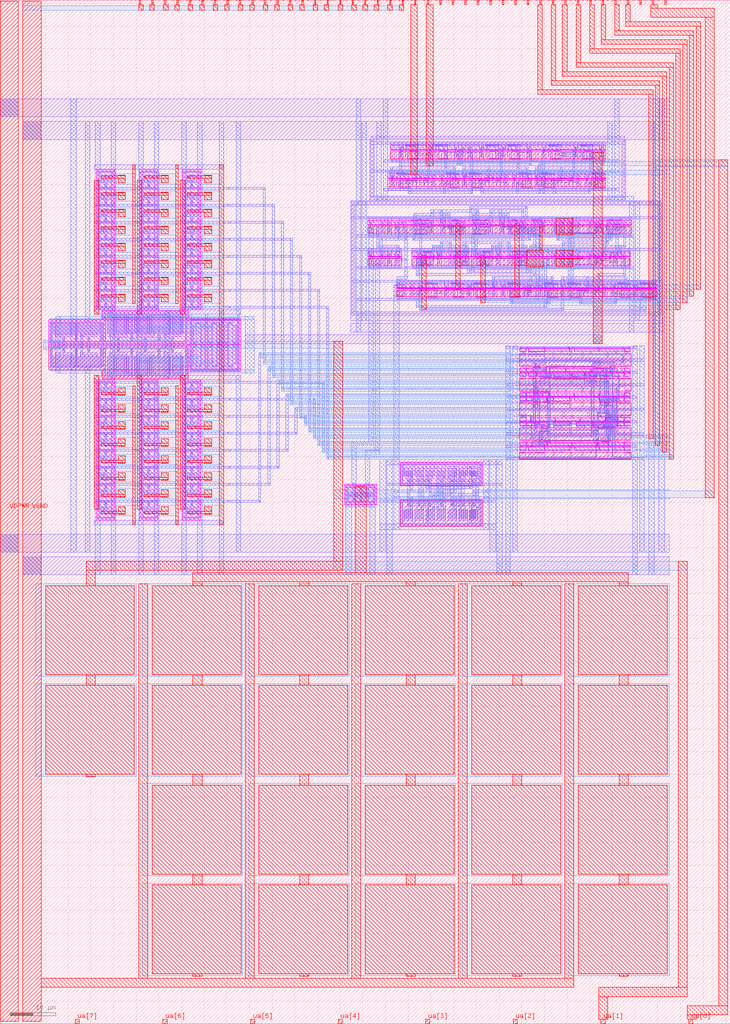
<source format=lef>
VERSION 5.7 ;
  NOWIREEXTENSIONATPIN ON ;
  DIVIDERCHAR "/" ;
  BUSBITCHARS "[]" ;
MACRO tt_um_assaify_mssf_pll
  CLASS BLOCK ;
  FOREIGN tt_um_assaify_mssf_pll ;
  ORIGIN 0.000 0.000 ;
  SIZE 161.000 BY 225.760 ;
  PIN clk
    DIRECTION INPUT ;
    USE SIGNAL ;
    ANTENNAGATEAREA 3.600000 ;
    PORT
      LAYER met4 ;
        RECT 143.830 224.760 144.130 225.760 ;
    END
  END clk
  PIN ena
    DIRECTION INPUT ;
    USE SIGNAL ;
    PORT
      LAYER met4 ;
        RECT 146.590 224.760 146.890 225.760 ;
    END
  END ena
  PIN rst_n
    DIRECTION INPUT ;
    USE SIGNAL ;
    PORT
      LAYER met4 ;
        RECT 141.070 224.760 141.370 225.760 ;
    END
  END rst_n
  PIN ua[0]
    DIRECTION INOUT ;
    USE SIGNAL ;
    ANTENNADIFFAREA 0.391500 ;
    PORT
      LAYER met4 ;
        RECT 151.810 0.000 152.710 1.000 ;
    END
  END ua[0]
  PIN ua[1]
    DIRECTION INOUT ;
    USE SIGNAL ;
    ANTENNADIFFAREA 40.340000 ;
    PORT
      LAYER met4 ;
        RECT 132.490 0.000 133.390 1.000 ;
    END
  END ua[1]
  PIN ua[2]
    DIRECTION INOUT ;
    USE SIGNAL ;
    PORT
      LAYER met4 ;
        RECT 113.170 0.000 114.070 1.000 ;
    END
  END ua[2]
  PIN ua[3]
    DIRECTION INOUT ;
    USE SIGNAL ;
    PORT
      LAYER met4 ;
        RECT 93.850 0.000 94.750 1.000 ;
    END
  END ua[3]
  PIN ua[4]
    DIRECTION INOUT ;
    USE SIGNAL ;
    PORT
      LAYER met4 ;
        RECT 74.530 0.000 75.430 1.000 ;
    END
  END ua[4]
  PIN ua[5]
    DIRECTION INOUT ;
    USE SIGNAL ;
    PORT
      LAYER met4 ;
        RECT 55.210 0.000 56.110 1.000 ;
    END
  END ua[5]
  PIN ua[6]
    DIRECTION INOUT ;
    USE SIGNAL ;
    PORT
      LAYER met4 ;
        RECT 35.890 0.000 36.790 1.000 ;
    END
  END ua[6]
  PIN ua[7]
    DIRECTION INOUT ;
    USE SIGNAL ;
    PORT
      LAYER met4 ;
        RECT 16.570 0.000 17.470 1.000 ;
    END
  END ua[7]
  PIN ui_in[0]
    DIRECTION INPUT ;
    USE SIGNAL ;
    ANTENNAGATEAREA 0.607500 ;
    PORT
      LAYER met4 ;
        RECT 138.310 224.760 138.610 225.760 ;
    END
  END ui_in[0]
  PIN ui_in[1]
    DIRECTION INPUT ;
    USE SIGNAL ;
    ANTENNAGATEAREA 0.607500 ;
    PORT
      LAYER met4 ;
        RECT 135.550 224.760 135.850 225.760 ;
    END
  END ui_in[1]
  PIN ui_in[2]
    DIRECTION INPUT ;
    USE SIGNAL ;
    ANTENNAGATEAREA 0.607500 ;
    PORT
      LAYER met4 ;
        RECT 132.790 224.760 133.090 225.760 ;
    END
  END ui_in[2]
  PIN ui_in[3]
    DIRECTION INPUT ;
    USE SIGNAL ;
    ANTENNAGATEAREA 0.607500 ;
    PORT
      LAYER met4 ;
        RECT 130.030 224.760 130.330 225.760 ;
    END
  END ui_in[3]
  PIN ui_in[4]
    DIRECTION INPUT ;
    USE SIGNAL ;
    ANTENNAGATEAREA 1.737000 ;
    PORT
      LAYER met4 ;
        RECT 127.270 224.760 127.570 225.760 ;
    END
  END ui_in[4]
  PIN ui_in[5]
    DIRECTION INPUT ;
    USE SIGNAL ;
    ANTENNAGATEAREA 1.737000 ;
    PORT
      LAYER met4 ;
        RECT 124.510 224.760 124.810 225.760 ;
    END
  END ui_in[5]
  PIN ui_in[6]
    DIRECTION INPUT ;
    USE SIGNAL ;
    ANTENNAGATEAREA 1.494000 ;
    PORT
      LAYER met4 ;
        RECT 121.750 224.760 122.050 225.760 ;
    END
  END ui_in[6]
  PIN ui_in[7]
    DIRECTION INPUT ;
    USE SIGNAL ;
    ANTENNAGATEAREA 1.900500 ;
    PORT
      LAYER met4 ;
        RECT 118.990 224.760 119.290 225.760 ;
    END
  END ui_in[7]
  PIN uio_in[0]
    DIRECTION INPUT ;
    USE SIGNAL ;
    PORT
      LAYER met4 ;
        RECT 116.230 224.760 116.530 225.760 ;
    END
  END uio_in[0]
  PIN uio_in[1]
    DIRECTION INPUT ;
    USE SIGNAL ;
    PORT
      LAYER met4 ;
        RECT 113.470 224.760 113.770 225.760 ;
    END
  END uio_in[1]
  PIN uio_in[2]
    DIRECTION INPUT ;
    USE SIGNAL ;
    PORT
      LAYER met4 ;
        RECT 110.710 224.760 111.010 225.760 ;
    END
  END uio_in[2]
  PIN uio_in[3]
    DIRECTION INPUT ;
    USE SIGNAL ;
    PORT
      LAYER met4 ;
        RECT 107.950 224.760 108.250 225.760 ;
    END
  END uio_in[3]
  PIN uio_in[4]
    DIRECTION INPUT ;
    USE SIGNAL ;
    PORT
      LAYER met4 ;
        RECT 105.190 224.760 105.490 225.760 ;
    END
  END uio_in[4]
  PIN uio_in[5]
    DIRECTION INPUT ;
    USE SIGNAL ;
    PORT
      LAYER met4 ;
        RECT 102.430 224.760 102.730 225.760 ;
    END
  END uio_in[5]
  PIN uio_in[6]
    DIRECTION INPUT ;
    USE SIGNAL ;
    PORT
      LAYER met4 ;
        RECT 99.670 224.760 99.970 225.760 ;
    END
  END uio_in[6]
  PIN uio_in[7]
    DIRECTION INPUT ;
    USE SIGNAL ;
    PORT
      LAYER met4 ;
        RECT 96.910 224.760 97.210 225.760 ;
    END
  END uio_in[7]
  PIN uio_oe[0]
    DIRECTION OUTPUT ;
    USE SIGNAL ;
    ANTENNAGATEAREA 105.069901 ;
    ANTENNADIFFAREA 440.560547 ;
    PORT
      LAYER met4 ;
        RECT 49.990 224.760 50.290 225.760 ;
    END
  END uio_oe[0]
  PIN uio_oe[1]
    DIRECTION OUTPUT ;
    USE SIGNAL ;
    ANTENNAGATEAREA 105.069901 ;
    ANTENNADIFFAREA 440.560547 ;
    PORT
      LAYER met4 ;
        RECT 47.230 224.760 47.530 225.760 ;
    END
  END uio_oe[1]
  PIN uio_oe[2]
    DIRECTION OUTPUT ;
    USE SIGNAL ;
    ANTENNAGATEAREA 105.069901 ;
    ANTENNADIFFAREA 440.560547 ;
    PORT
      LAYER met4 ;
        RECT 44.470 224.760 44.770 225.760 ;
    END
  END uio_oe[2]
  PIN uio_oe[3]
    DIRECTION OUTPUT ;
    USE SIGNAL ;
    ANTENNAGATEAREA 105.069901 ;
    ANTENNADIFFAREA 440.560547 ;
    PORT
      LAYER met4 ;
        RECT 41.710 224.760 42.010 225.760 ;
    END
  END uio_oe[3]
  PIN uio_oe[4]
    DIRECTION OUTPUT ;
    USE SIGNAL ;
    ANTENNAGATEAREA 105.069901 ;
    ANTENNADIFFAREA 440.560547 ;
    PORT
      LAYER met4 ;
        RECT 38.950 224.760 39.250 225.760 ;
    END
  END uio_oe[4]
  PIN uio_oe[5]
    DIRECTION OUTPUT ;
    USE SIGNAL ;
    ANTENNAGATEAREA 105.069901 ;
    ANTENNADIFFAREA 440.560547 ;
    PORT
      LAYER met4 ;
        RECT 36.190 224.760 36.490 225.760 ;
    END
  END uio_oe[5]
  PIN uio_oe[6]
    DIRECTION OUTPUT ;
    USE SIGNAL ;
    ANTENNAGATEAREA 105.069901 ;
    ANTENNADIFFAREA 440.560547 ;
    PORT
      LAYER met4 ;
        RECT 33.430 224.760 33.730 225.760 ;
    END
  END uio_oe[6]
  PIN uio_oe[7]
    DIRECTION OUTPUT ;
    USE SIGNAL ;
    ANTENNAGATEAREA 105.069901 ;
    ANTENNADIFFAREA 440.560547 ;
    PORT
      LAYER met4 ;
        RECT 30.670 224.760 30.970 225.760 ;
    END
  END uio_oe[7]
  PIN uio_out[0]
    DIRECTION OUTPUT ;
    USE SIGNAL ;
    ANTENNAGATEAREA 105.069901 ;
    ANTENNADIFFAREA 440.560547 ;
    PORT
      LAYER met4 ;
        RECT 72.070 224.760 72.370 225.760 ;
    END
  END uio_out[0]
  PIN uio_out[1]
    DIRECTION OUTPUT ;
    USE SIGNAL ;
    ANTENNAGATEAREA 105.069901 ;
    ANTENNADIFFAREA 440.560547 ;
    PORT
      LAYER met4 ;
        RECT 69.310 224.760 69.610 225.760 ;
    END
  END uio_out[1]
  PIN uio_out[2]
    DIRECTION OUTPUT ;
    USE SIGNAL ;
    ANTENNAGATEAREA 105.069901 ;
    ANTENNADIFFAREA 440.560547 ;
    PORT
      LAYER met4 ;
        RECT 66.550 224.760 66.850 225.760 ;
    END
  END uio_out[2]
  PIN uio_out[3]
    DIRECTION OUTPUT ;
    USE SIGNAL ;
    ANTENNAGATEAREA 105.069901 ;
    ANTENNADIFFAREA 440.560547 ;
    PORT
      LAYER met4 ;
        RECT 63.790 224.760 64.090 225.760 ;
    END
  END uio_out[3]
  PIN uio_out[4]
    DIRECTION OUTPUT ;
    USE SIGNAL ;
    ANTENNAGATEAREA 105.069901 ;
    ANTENNADIFFAREA 440.560547 ;
    PORT
      LAYER met4 ;
        RECT 61.030 224.760 61.330 225.760 ;
    END
  END uio_out[4]
  PIN uio_out[5]
    DIRECTION OUTPUT ;
    USE SIGNAL ;
    ANTENNAGATEAREA 105.069901 ;
    ANTENNADIFFAREA 440.560547 ;
    PORT
      LAYER met4 ;
        RECT 58.270 224.760 58.570 225.760 ;
    END
  END uio_out[5]
  PIN uio_out[6]
    DIRECTION OUTPUT ;
    USE SIGNAL ;
    ANTENNAGATEAREA 105.069901 ;
    ANTENNADIFFAREA 440.560547 ;
    PORT
      LAYER met4 ;
        RECT 55.510 224.760 55.810 225.760 ;
    END
  END uio_out[6]
  PIN uio_out[7]
    DIRECTION OUTPUT ;
    USE SIGNAL ;
    ANTENNAGATEAREA 105.069901 ;
    ANTENNADIFFAREA 440.560547 ;
    PORT
      LAYER met4 ;
        RECT 52.750 224.760 53.050 225.760 ;
    END
  END uio_out[7]
  PIN uo_out[0]
    DIRECTION OUTPUT ;
    USE SIGNAL ;
    ANTENNADIFFAREA 0.391500 ;
    PORT
      LAYER met4 ;
        RECT 94.150 224.760 94.450 225.760 ;
    END
  END uo_out[0]
  PIN uo_out[1]
    DIRECTION OUTPUT ;
    USE SIGNAL ;
    ANTENNADIFFAREA 0.391500 ;
    PORT
      LAYER met4 ;
        RECT 91.390 224.760 91.690 225.760 ;
    END
  END uo_out[1]
  PIN uo_out[2]
    DIRECTION OUTPUT ;
    USE SIGNAL ;
    ANTENNAGATEAREA 105.069901 ;
    ANTENNADIFFAREA 440.560547 ;
    PORT
      LAYER met4 ;
        RECT 88.630 224.760 88.930 225.760 ;
    END
  END uo_out[2]
  PIN uo_out[3]
    DIRECTION OUTPUT ;
    USE SIGNAL ;
    ANTENNAGATEAREA 105.069901 ;
    ANTENNADIFFAREA 440.560547 ;
    PORT
      LAYER met4 ;
        RECT 85.870 224.760 86.170 225.760 ;
    END
  END uo_out[3]
  PIN uo_out[4]
    DIRECTION OUTPUT ;
    USE SIGNAL ;
    ANTENNAGATEAREA 105.069901 ;
    ANTENNADIFFAREA 440.560547 ;
    PORT
      LAYER met4 ;
        RECT 83.110 224.760 83.410 225.760 ;
    END
  END uo_out[4]
  PIN uo_out[5]
    DIRECTION OUTPUT ;
    USE SIGNAL ;
    ANTENNAGATEAREA 105.069901 ;
    ANTENNADIFFAREA 440.560547 ;
    PORT
      LAYER met4 ;
        RECT 80.350 224.760 80.650 225.760 ;
    END
  END uo_out[5]
  PIN uo_out[6]
    DIRECTION OUTPUT ;
    USE SIGNAL ;
    ANTENNAGATEAREA 105.069901 ;
    ANTENNADIFFAREA 440.560547 ;
    PORT
      LAYER met4 ;
        RECT 77.590 224.760 77.890 225.760 ;
    END
  END uo_out[6]
  PIN uo_out[7]
    DIRECTION OUTPUT ;
    USE SIGNAL ;
    ANTENNAGATEAREA 105.069901 ;
    ANTENNADIFFAREA 440.560547 ;
    PORT
      LAYER met4 ;
        RECT 74.830 224.760 75.130 225.760 ;
    END
  END uo_out[7]
  PIN VDPWR
    DIRECTION INOUT ;
    USE POWER ;
    PORT
      LAYER met4 ;
        RECT 0.000 0.500 4.000 225.500 ;
    END
  END VDPWR
  PIN VGND
    DIRECTION INOUT ;
    USE GROUND ;
    PORT
      LAYER met4 ;
        RECT 5.000 0.500 9.000 225.500 ;
    END
  END VGND
  OBS
      LAYER pwell ;
        RECT 86.000 192.770 133.500 193.715 ;
        RECT 86.000 192.730 86.180 192.770 ;
        RECT 86.570 192.730 86.930 192.770 ;
        RECT 87.320 192.730 92.680 192.770 ;
        RECT 93.070 192.730 93.430 192.770 ;
        RECT 93.820 192.730 99.180 192.770 ;
        RECT 99.570 192.730 104.680 192.770 ;
        RECT 105.070 192.730 115.180 192.770 ;
        RECT 115.570 192.730 117.680 192.770 ;
        RECT 118.070 192.730 118.430 192.770 ;
        RECT 118.820 192.730 124.000 192.770 ;
        RECT 124.320 192.730 124.680 192.770 ;
        RECT 125.070 192.730 125.430 192.770 ;
        RECT 125.820 192.730 131.180 192.770 ;
        RECT 131.570 192.730 133.500 192.770 ;
        RECT 86.000 192.645 133.500 192.730 ;
      LAYER nwell ;
        RECT 86.000 190.795 133.500 192.315 ;
      LAYER pwell ;
        RECT 21.250 157.500 25.250 188.500 ;
        RECT 30.750 157.500 34.750 188.500 ;
        RECT 40.250 157.500 44.250 188.500 ;
        RECT 85.500 186.520 133.500 187.465 ;
        RECT 85.500 186.480 92.430 186.520 ;
        RECT 92.820 186.480 108.430 186.520 ;
        RECT 108.820 186.480 124.430 186.520 ;
        RECT 124.820 186.480 133.500 186.520 ;
        RECT 85.500 186.395 133.500 186.480 ;
      LAYER nwell ;
        RECT 85.500 184.545 133.500 186.065 ;
      LAYER pwell ;
        RECT 81.000 176.270 139.250 177.215 ;
        RECT 81.000 176.230 82.930 176.270 ;
        RECT 83.320 176.230 90.180 176.270 ;
        RECT 90.570 176.230 96.180 176.270 ;
        RECT 96.570 176.230 103.180 176.270 ;
        RECT 103.570 176.230 109.180 176.270 ;
        RECT 109.570 176.230 116.180 176.270 ;
        RECT 116.570 176.230 120.680 176.270 ;
        RECT 121.070 176.230 128.430 176.270 ;
        RECT 128.820 176.230 138.680 176.270 ;
        RECT 139.070 176.230 139.250 176.270 ;
        RECT 81.000 176.145 139.250 176.230 ;
      LAYER nwell ;
        RECT 81.000 174.295 139.250 175.815 ;
      LAYER pwell ;
        RECT 81.000 169.270 88.500 170.215 ;
        RECT 81.000 169.230 82.930 169.270 ;
        RECT 83.320 169.230 88.500 169.270 ;
        RECT 81.000 169.145 88.500 169.230 ;
        RECT 90.750 169.270 139.000 170.215 ;
        RECT 90.750 169.230 90.930 169.270 ;
        RECT 91.320 169.230 97.930 169.270 ;
        RECT 98.320 169.230 103.930 169.270 ;
        RECT 104.320 169.230 110.930 169.270 ;
        RECT 111.320 169.230 120.680 169.270 ;
        RECT 121.070 169.230 128.430 169.270 ;
        RECT 128.820 169.230 133.430 169.270 ;
        RECT 133.820 169.230 138.430 169.270 ;
        RECT 138.820 169.230 139.000 169.270 ;
        RECT 90.750 169.145 139.000 169.230 ;
      LAYER nwell ;
        RECT 81.000 167.295 88.500 168.815 ;
        RECT 90.750 167.295 139.000 168.815 ;
      LAYER pwell ;
        RECT 87.500 162.270 144.750 163.215 ;
        RECT 87.500 162.230 87.680 162.270 ;
        RECT 88.070 162.230 96.930 162.270 ;
        RECT 97.320 162.230 107.680 162.270 ;
        RECT 108.070 162.230 117.680 162.270 ;
        RECT 118.070 162.230 130.180 162.270 ;
        RECT 130.570 162.230 144.250 162.270 ;
        RECT 144.570 162.230 144.750 162.270 ;
        RECT 87.500 162.145 144.750 162.230 ;
      LAYER nwell ;
        RECT 87.500 160.295 144.750 161.815 ;
      LAYER pwell ;
        RECT 22.500 155.750 41.500 157.250 ;
        RECT 22.500 155.250 53.000 155.750 ;
        RECT 10.750 149.750 53.000 155.250 ;
      LAYER nwell ;
        RECT 10.750 144.250 41.500 149.750 ;
        RECT 22.500 142.250 41.500 144.250 ;
      LAYER pwell ;
        RECT 41.500 143.750 53.000 149.750 ;
        RECT 114.745 149.015 114.915 149.205 ;
        RECT 116.180 149.065 116.300 149.175 ;
        RECT 119.805 149.015 119.975 149.205 ;
        RECT 125.325 149.015 125.495 149.205 ;
        RECT 126.300 149.065 126.420 149.175 ;
        RECT 131.765 149.015 131.935 149.205 ;
        RECT 137.285 149.015 137.455 149.205 ;
        RECT 138.665 149.015 138.835 149.205 ;
        RECT 114.605 148.205 115.975 149.015 ;
        RECT 116.445 148.205 120.115 149.015 ;
        RECT 120.125 148.205 125.635 149.015 ;
        RECT 125.655 148.145 126.085 148.930 ;
        RECT 126.565 148.205 132.075 149.015 ;
        RECT 132.085 148.205 137.595 149.015 ;
        RECT 137.605 148.205 138.975 149.015 ;
      LAYER nwell ;
        RECT 114.410 144.985 139.170 147.815 ;
      LAYER pwell ;
        RECT 114.605 143.785 115.975 144.595 ;
        RECT 115.985 143.785 117.355 144.595 ;
        RECT 117.535 143.785 120.575 144.695 ;
        RECT 131.395 144.605 132.985 144.695 ;
        RECT 121.045 143.785 124.715 144.595 ;
        RECT 124.725 143.785 130.235 144.595 ;
        RECT 130.415 143.785 132.985 144.605 ;
        RECT 133.005 143.785 136.045 144.695 ;
        RECT 137.605 143.785 138.975 144.595 ;
        RECT 114.745 143.575 114.915 143.785 ;
        RECT 116.180 143.625 116.300 143.735 ;
        RECT 117.045 143.595 117.215 143.785 ;
        RECT 117.535 143.765 117.680 143.785 ;
        RECT 117.510 143.595 117.680 143.765 ;
        RECT 117.965 143.575 118.135 143.765 ;
        RECT 118.430 143.595 118.600 143.765 ;
        RECT 120.780 143.625 120.900 143.735 ;
        RECT 121.700 143.625 121.820 143.735 ;
        RECT 124.405 143.595 124.575 143.785 ;
        RECT 118.455 143.575 118.600 143.595 ;
        RECT 125.325 143.575 125.495 143.765 ;
        RECT 128.545 143.575 128.715 143.765 ;
        RECT 114.605 142.765 115.975 143.575 ;
        RECT 116.445 142.765 118.275 143.575 ;
        RECT 118.455 142.665 121.495 143.575 ;
        RECT 121.965 142.765 125.635 143.575 ;
        RECT 125.655 142.705 126.085 143.490 ;
        RECT 126.105 142.765 128.855 143.575 ;
        RECT 129.005 143.545 129.175 143.765 ;
        RECT 129.925 143.595 130.095 143.785 ;
        RECT 130.415 143.765 130.555 143.785 ;
        RECT 135.900 143.765 136.045 143.785 ;
        RECT 130.385 143.595 130.555 143.765 ;
        RECT 131.820 143.625 131.940 143.735 ;
        RECT 132.230 143.575 132.400 143.765 ;
        RECT 134.580 143.625 134.700 143.735 ;
        RECT 135.900 143.595 136.070 143.765 ;
        RECT 136.365 143.595 136.535 143.765 ;
        RECT 137.285 143.575 137.455 143.765 ;
        RECT 138.665 143.575 138.835 143.785 ;
        RECT 130.220 143.545 131.615 143.575 ;
        RECT 128.880 142.865 131.615 143.545 ;
        RECT 132.085 142.895 134.360 143.575 ;
        RECT 130.205 142.665 131.615 142.865 ;
        RECT 132.990 142.665 134.360 142.895 ;
        RECT 134.845 142.765 137.595 143.575 ;
        RECT 137.605 142.765 138.975 143.575 ;
        RECT 21.250 111.000 25.250 142.000 ;
        RECT 30.750 111.000 34.750 142.000 ;
        RECT 40.250 111.000 44.250 142.000 ;
      LAYER nwell ;
        RECT 114.410 139.545 139.170 142.375 ;
      LAYER pwell ;
        RECT 114.605 138.345 115.975 139.155 ;
        RECT 115.985 138.345 117.815 139.155 ;
        RECT 117.825 139.025 119.170 139.255 ;
        RECT 117.825 138.345 119.655 139.025 ;
        RECT 119.665 138.345 121.035 139.155 ;
        RECT 121.045 138.345 126.555 139.155 ;
        RECT 126.565 138.345 132.075 139.155 ;
        RECT 132.085 138.345 137.595 139.155 ;
        RECT 137.605 138.345 138.975 139.155 ;
        RECT 114.745 138.135 114.915 138.345 ;
        RECT 117.505 138.325 117.675 138.345 ;
        RECT 117.045 138.135 117.215 138.325 ;
        RECT 117.505 138.155 117.680 138.325 ;
        RECT 119.345 138.155 119.515 138.345 ;
        RECT 120.725 138.155 120.895 138.345 ;
        RECT 117.535 138.135 117.680 138.155 ;
        RECT 121.645 138.135 121.815 138.325 ;
        RECT 125.325 138.135 125.495 138.325 ;
        RECT 126.245 138.295 126.415 138.345 ;
        RECT 126.245 138.185 126.420 138.295 ;
        RECT 126.245 138.155 126.415 138.185 ;
        RECT 131.765 138.135 131.935 138.345 ;
        RECT 134.980 138.135 135.150 138.325 ;
        RECT 135.500 138.185 135.620 138.295 ;
        RECT 137.285 138.135 137.455 138.345 ;
        RECT 138.665 138.135 138.835 138.345 ;
        RECT 114.605 137.325 115.975 138.135 ;
        RECT 115.985 137.325 117.355 138.135 ;
        RECT 117.535 137.225 120.575 138.135 ;
        RECT 120.585 137.325 121.955 138.135 ;
        RECT 121.965 137.325 125.635 138.135 ;
        RECT 125.655 137.265 126.085 138.050 ;
        RECT 126.565 137.325 132.075 138.135 ;
        RECT 132.085 137.225 135.295 138.135 ;
        RECT 135.765 137.325 137.595 138.135 ;
        RECT 137.605 137.325 138.975 138.135 ;
      LAYER nwell ;
        RECT 114.410 134.105 139.170 136.935 ;
      LAYER pwell ;
        RECT 114.605 132.905 115.975 133.715 ;
        RECT 116.905 132.905 122.415 133.715 ;
        RECT 122.425 132.905 127.935 133.715 ;
        RECT 127.945 132.905 133.455 133.715 ;
        RECT 133.495 133.615 134.875 133.815 ;
        RECT 133.495 132.935 136.200 133.615 ;
        RECT 133.495 132.905 134.875 132.935 ;
        RECT 114.745 132.695 114.915 132.905 ;
        RECT 116.585 132.750 116.745 132.860 ;
        RECT 117.505 132.695 117.675 132.885 ;
        RECT 117.970 132.695 118.140 132.885 ;
        RECT 121.645 132.740 121.805 132.850 ;
        RECT 122.105 132.715 122.275 132.905 ;
        RECT 125.325 132.695 125.495 132.885 ;
        RECT 126.705 132.740 126.865 132.850 ;
        RECT 127.625 132.715 127.795 132.905 ;
        RECT 130.385 132.695 130.555 132.885 ;
        RECT 132.680 132.695 132.850 132.885 ;
        RECT 133.145 132.715 133.315 132.905 ;
        RECT 135.905 132.885 136.075 132.935 ;
        RECT 136.225 132.905 137.595 133.715 ;
        RECT 137.605 132.905 138.975 133.715 ;
        RECT 135.900 132.715 136.075 132.885 ;
        RECT 135.900 132.695 136.070 132.715 ;
        RECT 137.285 132.695 137.455 132.905 ;
        RECT 138.665 132.695 138.835 132.905 ;
        RECT 114.605 131.885 115.975 132.695 ;
        RECT 115.985 131.885 117.815 132.695 ;
        RECT 117.825 131.785 121.035 132.695 ;
        RECT 121.965 131.885 125.635 132.695 ;
        RECT 125.655 131.825 126.085 132.610 ;
        RECT 127.025 131.885 130.695 132.695 ;
        RECT 130.720 132.015 132.995 132.695 ;
        RECT 130.720 131.785 132.090 132.015 ;
        RECT 133.005 131.785 136.215 132.695 ;
        RECT 136.225 131.885 137.595 132.695 ;
        RECT 137.605 131.885 138.975 132.695 ;
      LAYER nwell ;
        RECT 114.410 128.665 139.170 131.495 ;
      LAYER pwell ;
        RECT 114.605 127.465 115.975 128.275 ;
        RECT 115.985 127.465 117.355 128.275 ;
        RECT 117.365 127.465 120.575 128.375 ;
        RECT 132.775 128.285 134.365 128.375 ;
        RECT 120.585 127.465 126.095 128.275 ;
        RECT 126.105 127.465 131.615 128.275 ;
        RECT 131.795 127.465 134.365 128.285 ;
        RECT 134.845 127.465 137.595 128.275 ;
        RECT 137.605 127.465 138.975 128.275 ;
        RECT 114.745 127.255 114.915 127.465 ;
        RECT 116.180 127.305 116.300 127.415 ;
        RECT 117.045 127.275 117.215 127.465 ;
        RECT 117.510 127.275 117.680 127.465 ;
        RECT 119.805 127.255 119.975 127.445 ;
        RECT 125.325 127.255 125.495 127.445 ;
        RECT 125.785 127.275 125.955 127.465 ;
        RECT 126.300 127.305 126.420 127.415 ;
        RECT 131.305 127.275 131.475 127.465 ;
        RECT 131.795 127.445 131.935 127.465 ;
        RECT 131.765 127.255 131.935 127.445 ;
        RECT 134.580 127.305 134.700 127.415 ;
        RECT 137.285 127.255 137.455 127.465 ;
        RECT 138.665 127.255 138.835 127.465 ;
        RECT 114.605 126.445 115.975 127.255 ;
        RECT 116.445 126.445 120.115 127.255 ;
        RECT 120.125 126.445 125.635 127.255 ;
        RECT 125.655 126.385 126.085 127.170 ;
        RECT 126.565 126.445 132.075 127.255 ;
        RECT 132.085 126.445 137.595 127.255 ;
        RECT 137.605 126.445 138.975 127.255 ;
      LAYER nwell ;
        RECT 114.410 124.450 139.170 126.055 ;
      LAYER pwell ;
        RECT 76.000 114.500 83.000 119.000 ;
        RECT 88.195 118.695 106.305 123.805 ;
      LAYER nwell ;
        RECT 88.195 109.695 106.305 115.555 ;
      LAYER li1 ;
        RECT 81.750 195.250 137.750 195.750 ;
        RECT 21.625 187.875 24.875 188.125 ;
        RECT 21.625 184.375 21.875 187.875 ;
        RECT 23.165 186.750 23.335 187.250 ;
        RECT 22.280 185.480 22.760 186.520 ;
        RECT 23.030 185.480 23.470 186.520 ;
        RECT 23.740 185.480 24.220 186.520 ;
        RECT 23.165 184.750 23.335 185.250 ;
        RECT 24.625 184.375 24.875 187.875 ;
        RECT 21.625 184.125 24.875 184.375 ;
        RECT 21.625 180.625 21.875 184.125 ;
        RECT 23.165 183.000 23.335 183.500 ;
        RECT 22.280 181.730 22.760 182.770 ;
        RECT 23.030 181.730 23.470 182.770 ;
        RECT 23.740 181.730 24.220 182.770 ;
        RECT 23.165 181.000 23.335 181.500 ;
        RECT 24.625 180.625 24.875 184.125 ;
        RECT 21.625 180.375 24.875 180.625 ;
        RECT 21.625 176.875 21.875 180.375 ;
        RECT 23.165 179.250 23.335 179.750 ;
        RECT 22.280 177.980 22.760 179.020 ;
        RECT 23.030 177.980 23.470 179.020 ;
        RECT 23.740 177.980 24.220 179.020 ;
        RECT 23.165 177.250 23.335 177.750 ;
        RECT 24.625 176.875 24.875 180.375 ;
        RECT 21.625 176.625 24.875 176.875 ;
        RECT 21.625 173.125 21.875 176.625 ;
        RECT 23.165 175.500 23.335 176.000 ;
        RECT 22.280 174.230 22.760 175.270 ;
        RECT 23.030 174.230 23.470 175.270 ;
        RECT 23.740 174.230 24.220 175.270 ;
        RECT 23.165 173.500 23.335 174.000 ;
        RECT 24.625 173.125 24.875 176.625 ;
        RECT 21.625 172.875 24.875 173.125 ;
        RECT 21.625 169.375 21.875 172.875 ;
        RECT 23.165 171.750 23.335 172.250 ;
        RECT 22.280 170.480 22.760 171.520 ;
        RECT 23.030 170.480 23.470 171.520 ;
        RECT 23.740 170.480 24.220 171.520 ;
        RECT 23.165 169.750 23.335 170.250 ;
        RECT 24.625 169.375 24.875 172.875 ;
        RECT 21.625 169.125 24.875 169.375 ;
        RECT 21.625 165.625 21.875 169.125 ;
        RECT 23.165 168.000 23.335 168.500 ;
        RECT 22.280 166.730 22.760 167.770 ;
        RECT 23.030 166.730 23.470 167.770 ;
        RECT 23.740 166.730 24.220 167.770 ;
        RECT 23.165 166.000 23.335 166.500 ;
        RECT 24.625 165.625 24.875 169.125 ;
        RECT 21.625 165.375 24.875 165.625 ;
        RECT 21.625 161.875 21.875 165.375 ;
        RECT 23.165 164.250 23.335 164.750 ;
        RECT 22.280 162.980 22.760 164.020 ;
        RECT 23.030 162.980 23.470 164.020 ;
        RECT 23.740 162.980 24.220 164.020 ;
        RECT 23.165 162.250 23.335 162.750 ;
        RECT 24.625 161.875 24.875 165.375 ;
        RECT 21.625 161.625 24.875 161.875 ;
        RECT 21.625 158.125 21.875 161.625 ;
        RECT 23.165 160.500 23.335 161.000 ;
        RECT 22.280 159.230 22.760 160.270 ;
        RECT 23.030 159.230 23.470 160.270 ;
        RECT 23.740 159.230 24.220 160.270 ;
        RECT 23.165 158.500 23.335 159.000 ;
        RECT 24.625 158.125 24.875 161.625 ;
        RECT 21.625 157.875 24.875 158.125 ;
        RECT 31.125 187.875 34.375 188.125 ;
        RECT 31.125 184.375 31.375 187.875 ;
        RECT 32.665 186.750 32.835 187.250 ;
        RECT 31.780 185.480 32.260 186.520 ;
        RECT 32.530 185.480 32.970 186.520 ;
        RECT 33.240 185.480 33.720 186.520 ;
        RECT 32.665 184.750 32.835 185.250 ;
        RECT 34.125 184.375 34.375 187.875 ;
        RECT 31.125 184.125 34.375 184.375 ;
        RECT 31.125 180.625 31.375 184.125 ;
        RECT 32.665 183.000 32.835 183.500 ;
        RECT 31.780 181.730 32.260 182.770 ;
        RECT 32.530 181.730 32.970 182.770 ;
        RECT 33.240 181.730 33.720 182.770 ;
        RECT 32.665 181.000 32.835 181.500 ;
        RECT 34.125 180.625 34.375 184.125 ;
        RECT 31.125 180.375 34.375 180.625 ;
        RECT 31.125 176.875 31.375 180.375 ;
        RECT 32.665 179.250 32.835 179.750 ;
        RECT 31.780 177.980 32.260 179.020 ;
        RECT 32.530 177.980 32.970 179.020 ;
        RECT 33.240 177.980 33.720 179.020 ;
        RECT 32.665 177.250 32.835 177.750 ;
        RECT 34.125 176.875 34.375 180.375 ;
        RECT 31.125 176.625 34.375 176.875 ;
        RECT 31.125 173.125 31.375 176.625 ;
        RECT 32.665 175.500 32.835 176.000 ;
        RECT 31.780 174.230 32.260 175.270 ;
        RECT 32.530 174.230 32.970 175.270 ;
        RECT 33.240 174.230 33.720 175.270 ;
        RECT 32.665 173.500 32.835 174.000 ;
        RECT 34.125 173.125 34.375 176.625 ;
        RECT 31.125 172.875 34.375 173.125 ;
        RECT 31.125 169.375 31.375 172.875 ;
        RECT 32.665 171.750 32.835 172.250 ;
        RECT 31.780 170.480 32.260 171.520 ;
        RECT 32.530 170.480 32.970 171.520 ;
        RECT 33.240 170.480 33.720 171.520 ;
        RECT 32.665 169.750 32.835 170.250 ;
        RECT 34.125 169.375 34.375 172.875 ;
        RECT 31.125 169.125 34.375 169.375 ;
        RECT 31.125 165.625 31.375 169.125 ;
        RECT 32.665 168.000 32.835 168.500 ;
        RECT 31.780 166.730 32.260 167.770 ;
        RECT 32.530 166.730 32.970 167.770 ;
        RECT 33.240 166.730 33.720 167.770 ;
        RECT 32.665 166.000 32.835 166.500 ;
        RECT 34.125 165.625 34.375 169.125 ;
        RECT 31.125 165.375 34.375 165.625 ;
        RECT 31.125 161.875 31.375 165.375 ;
        RECT 32.665 164.250 32.835 164.750 ;
        RECT 31.780 162.980 32.260 164.020 ;
        RECT 32.530 162.980 32.970 164.020 ;
        RECT 33.240 162.980 33.720 164.020 ;
        RECT 32.665 162.250 32.835 162.750 ;
        RECT 34.125 161.875 34.375 165.375 ;
        RECT 31.125 161.625 34.375 161.875 ;
        RECT 31.125 158.125 31.375 161.625 ;
        RECT 32.665 160.500 32.835 161.000 ;
        RECT 31.780 159.230 32.260 160.270 ;
        RECT 32.530 159.230 32.970 160.270 ;
        RECT 33.240 159.230 33.720 160.270 ;
        RECT 32.665 158.500 32.835 159.000 ;
        RECT 34.125 158.125 34.375 161.625 ;
        RECT 31.125 157.875 34.375 158.125 ;
        RECT 40.625 187.875 43.875 188.125 ;
        RECT 40.625 184.375 40.875 187.875 ;
        RECT 42.165 186.750 42.335 187.250 ;
        RECT 41.280 185.480 41.760 186.520 ;
        RECT 42.030 185.480 42.470 186.520 ;
        RECT 42.740 185.480 43.220 186.520 ;
        RECT 42.165 184.750 42.335 185.250 ;
        RECT 43.625 184.375 43.875 187.875 ;
        RECT 40.625 184.125 43.875 184.375 ;
        RECT 40.625 180.625 40.875 184.125 ;
        RECT 42.165 183.000 42.335 183.500 ;
        RECT 41.280 181.730 41.760 182.770 ;
        RECT 42.030 181.730 42.470 182.770 ;
        RECT 42.740 181.730 43.220 182.770 ;
        RECT 42.165 181.000 42.335 181.500 ;
        RECT 43.625 180.625 43.875 184.125 ;
        RECT 81.750 182.250 82.250 195.250 ;
        RECT 86.000 194.135 133.500 194.385 ;
        RECT 86.180 192.770 86.570 194.135 ;
        RECT 86.930 192.770 87.320 194.135 ;
        RECT 87.870 192.935 88.040 194.135 ;
        RECT 88.210 192.935 88.480 193.425 ;
        RECT 88.750 192.935 88.920 194.135 ;
        RECT 89.350 193.615 90.860 193.965 ;
        RECT 89.590 193.105 89.760 193.425 ;
        RECT 89.310 192.935 89.760 193.105 ;
        RECT 90.090 192.935 90.360 193.425 ;
        RECT 91.030 192.935 91.200 194.135 ;
        RECT 91.370 192.935 91.640 193.425 ;
        RECT 88.210 192.025 88.380 192.935 ;
        RECT 89.310 192.645 89.480 192.935 ;
        RECT 88.550 192.315 89.480 192.645 ;
        RECT 89.650 192.640 89.820 192.645 ;
        RECT 90.090 192.640 90.260 192.935 ;
        RECT 89.650 192.315 90.260 192.640 ;
        RECT 91.370 192.565 91.540 192.935 ;
        RECT 90.430 192.395 91.540 192.565 ;
        RECT 86.180 190.375 86.570 191.965 ;
        RECT 86.930 190.375 87.320 191.965 ;
        RECT 87.870 190.375 88.040 192.025 ;
        RECT 88.210 191.085 88.480 192.025 ;
        RECT 88.750 190.375 88.920 192.025 ;
        RECT 89.310 191.085 89.480 192.315 ;
        RECT 90.090 192.025 90.260 192.315 ;
        RECT 91.370 192.025 91.540 192.395 ;
        RECT 91.710 192.315 91.880 192.645 ;
        RECT 89.750 190.375 89.920 192.025 ;
        RECT 90.090 191.085 90.360 192.025 ;
        RECT 90.090 190.700 90.420 190.870 ;
        RECT 90.750 190.375 90.920 192.025 ;
        RECT 91.370 191.085 91.760 192.025 ;
        RECT 92.050 192.000 92.220 193.815 ;
        RECT 92.680 192.770 93.070 194.135 ;
        RECT 93.430 192.770 93.820 194.135 ;
        RECT 94.370 192.935 94.540 194.135 ;
        RECT 94.710 192.935 94.980 193.425 ;
        RECT 95.250 192.935 95.420 194.135 ;
        RECT 95.850 193.615 97.360 193.965 ;
        RECT 96.090 193.105 96.260 193.425 ;
        RECT 95.810 192.935 96.260 193.105 ;
        RECT 96.590 192.935 96.860 193.425 ;
        RECT 97.530 192.935 97.700 194.135 ;
        RECT 97.870 192.935 98.140 193.425 ;
        RECT 94.710 192.025 94.880 192.935 ;
        RECT 95.810 192.645 95.980 192.935 ;
        RECT 95.050 192.315 95.980 192.645 ;
        RECT 96.150 192.640 96.320 192.645 ;
        RECT 96.590 192.640 96.760 192.935 ;
        RECT 96.150 192.315 96.760 192.640 ;
        RECT 97.870 192.565 98.040 192.935 ;
        RECT 96.930 192.395 98.040 192.565 ;
        RECT 91.930 191.500 92.220 192.000 ;
        RECT 91.350 190.700 91.680 190.870 ;
        RECT 92.050 190.670 92.220 191.500 ;
        RECT 92.680 190.375 93.070 191.965 ;
        RECT 93.430 190.375 93.820 191.965 ;
        RECT 94.370 190.375 94.540 192.025 ;
        RECT 94.710 191.085 94.980 192.025 ;
        RECT 95.250 190.375 95.420 192.025 ;
        RECT 95.810 191.085 95.980 192.315 ;
        RECT 96.590 192.025 96.760 192.315 ;
        RECT 97.870 192.025 98.040 192.395 ;
        RECT 98.210 192.315 98.380 192.645 ;
        RECT 96.250 190.375 96.420 192.025 ;
        RECT 96.590 191.085 96.860 192.025 ;
        RECT 96.590 190.700 96.920 190.870 ;
        RECT 97.250 190.375 97.420 192.025 ;
        RECT 97.870 191.085 98.260 192.025 ;
        RECT 98.550 192.000 98.720 193.815 ;
        RECT 99.180 192.770 99.570 194.135 ;
        RECT 100.085 192.935 100.255 194.135 ;
        RECT 100.525 192.935 100.695 193.425 ;
        RECT 100.965 192.935 101.135 194.135 ;
        RECT 101.585 192.935 101.755 194.135 ;
        RECT 102.025 192.935 102.195 193.425 ;
        RECT 102.465 192.935 102.635 194.135 ;
        RECT 103.085 192.935 103.255 194.135 ;
        RECT 103.525 192.935 103.695 193.425 ;
        RECT 103.965 192.935 104.135 194.135 ;
        RECT 104.680 192.770 105.070 194.135 ;
        RECT 105.620 192.935 105.790 194.135 ;
        RECT 105.960 192.935 106.230 193.425 ;
        RECT 106.500 192.935 106.670 194.135 ;
        RECT 107.100 193.615 108.610 193.965 ;
        RECT 107.340 193.105 107.510 193.425 ;
        RECT 107.060 192.935 107.510 193.105 ;
        RECT 107.840 192.935 108.110 193.425 ;
        RECT 108.780 192.935 108.950 194.135 ;
        RECT 109.120 192.935 109.390 193.425 ;
        RECT 100.365 192.645 101.220 192.725 ;
        RECT 101.865 192.645 102.720 192.725 ;
        RECT 103.365 192.645 104.220 192.725 ;
        RECT 100.365 192.315 101.250 192.645 ;
        RECT 101.865 192.315 102.750 192.645 ;
        RECT 103.365 192.315 104.250 192.645 ;
        RECT 100.365 192.235 101.220 192.315 ;
        RECT 101.865 192.235 102.720 192.315 ;
        RECT 103.365 192.235 104.220 192.315 ;
        RECT 105.960 192.025 106.130 192.935 ;
        RECT 107.060 192.645 107.230 192.935 ;
        RECT 106.300 192.315 107.230 192.645 ;
        RECT 107.400 192.640 107.570 192.645 ;
        RECT 107.840 192.640 108.010 192.935 ;
        RECT 107.400 192.315 108.010 192.640 ;
        RECT 109.120 192.565 109.290 192.935 ;
        RECT 108.180 192.395 109.290 192.565 ;
        RECT 98.430 191.500 98.720 192.000 ;
        RECT 97.850 190.700 98.180 190.870 ;
        RECT 98.550 190.670 98.720 191.500 ;
        RECT 99.180 190.375 99.570 191.965 ;
        RECT 100.085 190.375 100.255 192.025 ;
        RECT 100.525 191.085 100.695 192.025 ;
        RECT 100.965 190.375 101.135 192.025 ;
        RECT 101.585 190.375 101.755 192.025 ;
        RECT 102.025 191.085 102.195 192.025 ;
        RECT 102.465 190.375 102.635 192.025 ;
        RECT 103.085 190.375 103.255 192.025 ;
        RECT 103.525 191.085 103.695 192.025 ;
        RECT 103.965 190.375 104.135 192.025 ;
        RECT 104.680 190.375 105.070 191.965 ;
        RECT 105.620 190.375 105.790 192.025 ;
        RECT 105.960 191.085 106.230 192.025 ;
        RECT 106.500 190.375 106.670 192.025 ;
        RECT 107.060 191.085 107.230 192.315 ;
        RECT 107.840 192.025 108.010 192.315 ;
        RECT 109.120 192.025 109.290 192.395 ;
        RECT 109.460 192.315 109.630 192.645 ;
        RECT 107.500 190.375 107.670 192.025 ;
        RECT 107.840 191.085 108.110 192.025 ;
        RECT 107.840 190.700 108.170 190.870 ;
        RECT 108.500 190.375 108.670 192.025 ;
        RECT 109.120 191.085 109.510 192.025 ;
        RECT 109.800 192.000 109.970 193.815 ;
        RECT 110.370 192.935 110.540 194.135 ;
        RECT 110.710 192.935 110.980 193.425 ;
        RECT 111.250 192.935 111.420 194.135 ;
        RECT 111.850 193.615 113.360 193.965 ;
        RECT 112.090 193.105 112.260 193.425 ;
        RECT 111.810 192.935 112.260 193.105 ;
        RECT 112.590 192.935 112.860 193.425 ;
        RECT 113.530 192.935 113.700 194.135 ;
        RECT 113.870 192.935 114.140 193.425 ;
        RECT 110.710 192.025 110.880 192.935 ;
        RECT 111.810 192.645 111.980 192.935 ;
        RECT 111.050 192.315 111.980 192.645 ;
        RECT 112.150 192.640 112.320 192.645 ;
        RECT 112.590 192.640 112.760 192.935 ;
        RECT 112.150 192.315 112.760 192.640 ;
        RECT 113.870 192.565 114.040 192.935 ;
        RECT 112.930 192.395 114.040 192.565 ;
        RECT 109.680 191.500 109.970 192.000 ;
        RECT 109.100 190.700 109.430 190.870 ;
        RECT 109.800 190.670 109.970 191.500 ;
        RECT 110.370 190.375 110.540 192.025 ;
        RECT 110.710 191.085 110.980 192.025 ;
        RECT 111.250 190.375 111.420 192.025 ;
        RECT 111.810 191.085 111.980 192.315 ;
        RECT 112.590 192.025 112.760 192.315 ;
        RECT 113.870 192.025 114.040 192.395 ;
        RECT 114.210 192.315 114.380 192.645 ;
        RECT 112.250 190.375 112.420 192.025 ;
        RECT 112.590 191.085 112.860 192.025 ;
        RECT 112.590 190.700 112.920 190.870 ;
        RECT 113.250 190.375 113.420 192.025 ;
        RECT 113.870 191.085 114.260 192.025 ;
        RECT 114.550 192.000 114.720 193.815 ;
        RECT 115.180 192.770 115.570 194.135 ;
        RECT 116.085 192.935 116.255 194.135 ;
        RECT 116.525 192.935 116.695 193.425 ;
        RECT 116.965 192.935 117.135 194.135 ;
        RECT 117.680 192.770 118.070 194.135 ;
        RECT 118.430 192.770 118.820 194.135 ;
        RECT 119.370 192.935 119.540 194.135 ;
        RECT 119.710 192.935 119.980 193.425 ;
        RECT 120.250 192.935 120.420 194.135 ;
        RECT 120.850 193.615 122.360 193.965 ;
        RECT 121.090 193.105 121.260 193.425 ;
        RECT 120.810 192.935 121.260 193.105 ;
        RECT 121.590 192.935 121.860 193.425 ;
        RECT 122.530 192.935 122.700 194.135 ;
        RECT 122.870 192.935 123.140 193.425 ;
        RECT 116.365 192.645 117.220 192.725 ;
        RECT 116.365 192.315 117.250 192.645 ;
        RECT 116.365 192.235 117.220 192.315 ;
        RECT 119.710 192.025 119.880 192.935 ;
        RECT 120.810 192.645 120.980 192.935 ;
        RECT 120.050 192.315 120.980 192.645 ;
        RECT 121.150 192.640 121.320 192.645 ;
        RECT 121.590 192.640 121.760 192.935 ;
        RECT 121.150 192.315 121.760 192.640 ;
        RECT 122.870 192.565 123.040 192.935 ;
        RECT 121.930 192.395 123.040 192.565 ;
        RECT 114.430 191.500 114.720 192.000 ;
        RECT 113.850 190.700 114.180 190.870 ;
        RECT 114.550 190.670 114.720 191.500 ;
        RECT 115.180 190.375 115.570 191.965 ;
        RECT 116.085 190.375 116.255 192.025 ;
        RECT 116.525 191.085 116.695 192.025 ;
        RECT 116.965 190.375 117.135 192.025 ;
        RECT 117.680 190.375 118.070 191.965 ;
        RECT 118.430 190.375 118.820 191.965 ;
        RECT 119.370 190.375 119.540 192.025 ;
        RECT 119.710 191.085 119.980 192.025 ;
        RECT 120.250 190.375 120.420 192.025 ;
        RECT 120.810 191.085 120.980 192.315 ;
        RECT 121.590 192.025 121.760 192.315 ;
        RECT 122.870 192.025 123.040 192.395 ;
        RECT 123.210 192.315 123.380 192.645 ;
        RECT 121.250 190.375 121.420 192.025 ;
        RECT 121.590 191.085 121.860 192.025 ;
        RECT 121.590 190.700 121.920 190.870 ;
        RECT 122.250 190.375 122.420 192.025 ;
        RECT 122.870 191.085 123.260 192.025 ;
        RECT 123.550 192.000 123.720 193.815 ;
        RECT 123.930 192.770 124.320 194.135 ;
        RECT 124.680 192.770 125.070 194.135 ;
        RECT 125.430 192.770 125.820 194.135 ;
        RECT 126.370 192.935 126.540 194.135 ;
        RECT 126.710 192.935 126.980 193.425 ;
        RECT 127.250 192.935 127.420 194.135 ;
        RECT 127.850 193.615 129.360 193.965 ;
        RECT 128.090 193.105 128.260 193.425 ;
        RECT 127.810 192.935 128.260 193.105 ;
        RECT 128.590 192.935 128.860 193.425 ;
        RECT 129.530 192.935 129.700 194.135 ;
        RECT 129.870 192.935 130.140 193.425 ;
        RECT 126.710 192.025 126.880 192.935 ;
        RECT 127.810 192.645 127.980 192.935 ;
        RECT 127.050 192.315 127.980 192.645 ;
        RECT 128.150 192.640 128.320 192.645 ;
        RECT 128.590 192.640 128.760 192.935 ;
        RECT 128.150 192.315 128.760 192.640 ;
        RECT 129.870 192.565 130.040 192.935 ;
        RECT 128.930 192.395 130.040 192.565 ;
        RECT 123.430 191.500 123.720 192.000 ;
        RECT 122.850 190.700 123.180 190.870 ;
        RECT 123.550 190.670 123.720 191.500 ;
        RECT 123.930 190.375 124.320 191.965 ;
        RECT 124.680 190.375 125.070 191.965 ;
        RECT 125.430 190.375 125.820 191.965 ;
        RECT 126.370 190.375 126.540 192.025 ;
        RECT 126.710 191.085 126.980 192.025 ;
        RECT 127.250 190.375 127.420 192.025 ;
        RECT 127.810 191.085 127.980 192.315 ;
        RECT 128.590 192.025 128.760 192.315 ;
        RECT 129.870 192.025 130.040 192.395 ;
        RECT 130.210 192.315 130.380 192.645 ;
        RECT 128.250 190.375 128.420 192.025 ;
        RECT 128.590 191.085 128.860 192.025 ;
        RECT 128.590 190.700 128.920 190.870 ;
        RECT 129.250 190.375 129.420 192.025 ;
        RECT 129.870 191.085 130.260 192.025 ;
        RECT 130.550 192.000 130.720 193.815 ;
        RECT 131.180 192.770 131.570 194.135 ;
        RECT 132.085 192.935 132.255 194.135 ;
        RECT 132.525 192.935 132.695 193.425 ;
        RECT 132.965 192.935 133.135 194.135 ;
        RECT 132.365 192.645 133.220 192.725 ;
        RECT 132.365 192.315 133.250 192.645 ;
        RECT 132.365 192.235 133.220 192.315 ;
        RECT 130.430 191.500 130.720 192.000 ;
        RECT 129.850 190.700 130.180 190.870 ;
        RECT 130.550 190.670 130.720 191.500 ;
        RECT 131.180 190.375 131.570 191.965 ;
        RECT 132.085 190.375 132.255 192.025 ;
        RECT 132.525 191.085 132.695 192.025 ;
        RECT 132.965 190.375 133.135 192.025 ;
        RECT 86.000 190.125 133.500 190.375 ;
        RECT 85.500 187.885 133.500 188.135 ;
        RECT 85.870 186.685 86.040 187.885 ;
        RECT 86.210 186.685 86.480 187.175 ;
        RECT 86.750 186.685 86.920 187.885 ;
        RECT 87.350 187.365 88.860 187.715 ;
        RECT 87.590 186.855 87.760 187.175 ;
        RECT 87.310 186.685 87.760 186.855 ;
        RECT 88.090 186.685 88.360 187.175 ;
        RECT 89.030 186.685 89.200 187.885 ;
        RECT 89.370 186.685 89.640 187.175 ;
        RECT 86.210 185.775 86.380 186.685 ;
        RECT 87.310 186.395 87.480 186.685 ;
        RECT 86.550 186.065 87.480 186.395 ;
        RECT 87.650 186.390 87.820 186.395 ;
        RECT 88.090 186.390 88.260 186.685 ;
        RECT 87.650 186.065 88.260 186.390 ;
        RECT 89.370 186.315 89.540 186.685 ;
        RECT 88.430 186.145 89.540 186.315 ;
        RECT 85.870 184.125 86.040 185.775 ;
        RECT 86.210 184.835 86.480 185.775 ;
        RECT 86.750 184.125 86.920 185.775 ;
        RECT 87.310 184.835 87.480 186.065 ;
        RECT 88.090 185.775 88.260 186.065 ;
        RECT 89.370 185.775 89.540 186.145 ;
        RECT 89.710 186.065 89.880 186.395 ;
        RECT 87.750 184.125 87.920 185.775 ;
        RECT 88.090 184.835 88.360 185.775 ;
        RECT 88.090 184.450 88.420 184.620 ;
        RECT 88.750 184.125 88.920 185.775 ;
        RECT 89.370 184.835 89.760 185.775 ;
        RECT 90.050 185.750 90.220 187.565 ;
        RECT 90.890 186.685 91.060 187.885 ;
        RECT 90.830 186.345 91.160 186.515 ;
        RECT 91.330 186.115 91.500 187.175 ;
        RECT 91.770 186.685 91.940 187.885 ;
        RECT 92.430 186.520 92.820 187.885 ;
        RECT 93.390 186.685 93.560 187.885 ;
        RECT 93.330 186.345 93.660 186.515 ;
        RECT 90.810 185.945 91.500 186.115 ;
        RECT 91.670 185.945 92.000 186.160 ;
        RECT 93.830 186.115 94.000 187.175 ;
        RECT 94.270 186.685 94.440 187.885 ;
        RECT 95.085 186.685 95.255 187.885 ;
        RECT 95.525 186.685 95.695 187.175 ;
        RECT 95.965 186.685 96.135 187.885 ;
        RECT 96.870 186.685 97.040 187.885 ;
        RECT 97.210 186.685 97.480 187.175 ;
        RECT 97.750 186.685 97.920 187.885 ;
        RECT 98.350 187.365 99.860 187.715 ;
        RECT 98.590 186.855 98.760 187.175 ;
        RECT 98.310 186.685 98.760 186.855 ;
        RECT 99.090 186.685 99.360 187.175 ;
        RECT 100.030 186.685 100.200 187.885 ;
        RECT 100.370 186.685 100.640 187.175 ;
        RECT 95.365 186.395 96.220 186.475 ;
        RECT 93.310 185.945 94.000 186.115 ;
        RECT 94.170 185.945 94.500 186.160 ;
        RECT 95.365 186.065 96.250 186.395 ;
        RECT 95.365 185.985 96.220 186.065 ;
        RECT 97.210 185.775 97.380 186.685 ;
        RECT 98.310 186.395 98.480 186.685 ;
        RECT 97.550 186.065 98.480 186.395 ;
        RECT 98.650 186.390 98.820 186.395 ;
        RECT 99.090 186.390 99.260 186.685 ;
        RECT 98.650 186.065 99.260 186.390 ;
        RECT 100.370 186.315 100.540 186.685 ;
        RECT 99.430 186.145 100.540 186.315 ;
        RECT 89.930 185.250 90.220 185.750 ;
        RECT 89.350 184.450 89.680 184.620 ;
        RECT 90.050 184.420 90.220 185.250 ;
        RECT 90.890 184.835 91.060 185.775 ;
        RECT 91.730 184.125 91.900 185.775 ;
        RECT 92.430 184.125 92.820 185.715 ;
        RECT 93.390 184.835 93.560 185.775 ;
        RECT 94.230 184.125 94.400 185.775 ;
        RECT 95.085 184.125 95.255 185.775 ;
        RECT 95.525 184.835 95.695 185.775 ;
        RECT 95.965 184.125 96.135 185.775 ;
        RECT 96.870 184.125 97.040 185.775 ;
        RECT 97.210 184.835 97.480 185.775 ;
        RECT 97.750 184.125 97.920 185.775 ;
        RECT 98.310 184.835 98.480 186.065 ;
        RECT 99.090 185.775 99.260 186.065 ;
        RECT 100.370 185.775 100.540 186.145 ;
        RECT 100.710 186.065 100.880 186.395 ;
        RECT 98.750 184.125 98.920 185.775 ;
        RECT 99.090 184.835 99.360 185.775 ;
        RECT 99.090 184.450 99.420 184.620 ;
        RECT 99.750 184.125 99.920 185.775 ;
        RECT 100.370 184.835 100.760 185.775 ;
        RECT 101.050 185.750 101.220 187.565 ;
        RECT 101.870 186.685 102.040 187.885 ;
        RECT 102.210 186.685 102.480 187.175 ;
        RECT 102.750 186.685 102.920 187.885 ;
        RECT 103.350 187.365 104.860 187.715 ;
        RECT 103.590 186.855 103.760 187.175 ;
        RECT 103.310 186.685 103.760 186.855 ;
        RECT 104.090 186.685 104.360 187.175 ;
        RECT 105.030 186.685 105.200 187.885 ;
        RECT 105.370 186.685 105.640 187.175 ;
        RECT 102.210 185.775 102.380 186.685 ;
        RECT 103.310 186.395 103.480 186.685 ;
        RECT 102.550 186.065 103.480 186.395 ;
        RECT 103.650 186.390 103.820 186.395 ;
        RECT 104.090 186.390 104.260 186.685 ;
        RECT 103.650 186.065 104.260 186.390 ;
        RECT 105.370 186.315 105.540 186.685 ;
        RECT 104.430 186.145 105.540 186.315 ;
        RECT 100.930 185.250 101.220 185.750 ;
        RECT 100.350 184.450 100.680 184.620 ;
        RECT 101.050 184.420 101.220 185.250 ;
        RECT 101.870 184.125 102.040 185.775 ;
        RECT 102.210 184.835 102.480 185.775 ;
        RECT 102.750 184.125 102.920 185.775 ;
        RECT 103.310 184.835 103.480 186.065 ;
        RECT 104.090 185.775 104.260 186.065 ;
        RECT 105.370 185.775 105.540 186.145 ;
        RECT 105.710 186.065 105.880 186.395 ;
        RECT 103.750 184.125 103.920 185.775 ;
        RECT 104.090 184.835 104.360 185.775 ;
        RECT 104.090 184.450 104.420 184.620 ;
        RECT 104.750 184.125 104.920 185.775 ;
        RECT 105.370 184.835 105.760 185.775 ;
        RECT 106.050 185.750 106.220 187.565 ;
        RECT 106.890 186.685 107.060 187.885 ;
        RECT 106.830 186.345 107.160 186.515 ;
        RECT 107.330 186.115 107.500 187.175 ;
        RECT 107.770 186.685 107.940 187.885 ;
        RECT 108.430 186.520 108.820 187.885 ;
        RECT 109.390 186.685 109.560 187.885 ;
        RECT 109.330 186.345 109.660 186.515 ;
        RECT 106.810 185.945 107.500 186.115 ;
        RECT 107.670 185.945 108.000 186.160 ;
        RECT 109.830 186.115 110.000 187.175 ;
        RECT 110.270 186.685 110.440 187.885 ;
        RECT 111.085 186.685 111.255 187.885 ;
        RECT 111.525 186.685 111.695 187.175 ;
        RECT 111.965 186.685 112.135 187.885 ;
        RECT 112.870 186.685 113.040 187.885 ;
        RECT 113.210 186.685 113.480 187.175 ;
        RECT 113.750 186.685 113.920 187.885 ;
        RECT 114.350 187.365 115.860 187.715 ;
        RECT 114.590 186.855 114.760 187.175 ;
        RECT 114.310 186.685 114.760 186.855 ;
        RECT 115.090 186.685 115.360 187.175 ;
        RECT 116.030 186.685 116.200 187.885 ;
        RECT 116.370 186.685 116.640 187.175 ;
        RECT 111.365 186.395 112.220 186.475 ;
        RECT 109.310 185.945 110.000 186.115 ;
        RECT 110.170 185.945 110.500 186.160 ;
        RECT 111.365 186.065 112.250 186.395 ;
        RECT 111.365 185.985 112.220 186.065 ;
        RECT 113.210 185.775 113.380 186.685 ;
        RECT 114.310 186.395 114.480 186.685 ;
        RECT 113.550 186.065 114.480 186.395 ;
        RECT 114.650 186.390 114.820 186.395 ;
        RECT 115.090 186.390 115.260 186.685 ;
        RECT 114.650 186.065 115.260 186.390 ;
        RECT 116.370 186.315 116.540 186.685 ;
        RECT 115.430 186.145 116.540 186.315 ;
        RECT 105.930 185.250 106.220 185.750 ;
        RECT 105.350 184.450 105.680 184.620 ;
        RECT 106.050 184.420 106.220 185.250 ;
        RECT 106.890 184.835 107.060 185.775 ;
        RECT 107.730 184.125 107.900 185.775 ;
        RECT 108.430 184.125 108.820 185.715 ;
        RECT 109.390 184.835 109.560 185.775 ;
        RECT 110.230 184.125 110.400 185.775 ;
        RECT 111.085 184.125 111.255 185.775 ;
        RECT 111.525 184.835 111.695 185.775 ;
        RECT 111.965 184.125 112.135 185.775 ;
        RECT 112.870 184.125 113.040 185.775 ;
        RECT 113.210 184.835 113.480 185.775 ;
        RECT 113.750 184.125 113.920 185.775 ;
        RECT 114.310 184.835 114.480 186.065 ;
        RECT 115.090 185.775 115.260 186.065 ;
        RECT 116.370 185.775 116.540 186.145 ;
        RECT 116.710 186.065 116.880 186.395 ;
        RECT 114.750 184.125 114.920 185.775 ;
        RECT 115.090 184.835 115.360 185.775 ;
        RECT 115.090 184.450 115.420 184.620 ;
        RECT 115.750 184.125 115.920 185.775 ;
        RECT 116.370 184.835 116.760 185.775 ;
        RECT 117.050 185.750 117.220 187.565 ;
        RECT 117.870 186.685 118.040 187.885 ;
        RECT 118.210 186.685 118.480 187.175 ;
        RECT 118.750 186.685 118.920 187.885 ;
        RECT 119.350 187.365 120.860 187.715 ;
        RECT 119.590 186.855 119.760 187.175 ;
        RECT 119.310 186.685 119.760 186.855 ;
        RECT 120.090 186.685 120.360 187.175 ;
        RECT 121.030 186.685 121.200 187.885 ;
        RECT 121.370 186.685 121.640 187.175 ;
        RECT 118.210 185.775 118.380 186.685 ;
        RECT 119.310 186.395 119.480 186.685 ;
        RECT 118.550 186.065 119.480 186.395 ;
        RECT 119.650 186.390 119.820 186.395 ;
        RECT 120.090 186.390 120.260 186.685 ;
        RECT 119.650 186.065 120.260 186.390 ;
        RECT 121.370 186.315 121.540 186.685 ;
        RECT 120.430 186.145 121.540 186.315 ;
        RECT 116.930 185.250 117.220 185.750 ;
        RECT 116.350 184.450 116.680 184.620 ;
        RECT 117.050 184.420 117.220 185.250 ;
        RECT 117.870 184.125 118.040 185.775 ;
        RECT 118.210 184.835 118.480 185.775 ;
        RECT 118.750 184.125 118.920 185.775 ;
        RECT 119.310 184.835 119.480 186.065 ;
        RECT 120.090 185.775 120.260 186.065 ;
        RECT 121.370 185.775 121.540 186.145 ;
        RECT 121.710 186.065 121.880 186.395 ;
        RECT 119.750 184.125 119.920 185.775 ;
        RECT 120.090 184.835 120.360 185.775 ;
        RECT 120.090 184.450 120.420 184.620 ;
        RECT 120.750 184.125 120.920 185.775 ;
        RECT 121.370 184.835 121.760 185.775 ;
        RECT 122.050 185.750 122.220 187.565 ;
        RECT 122.890 186.685 123.060 187.885 ;
        RECT 122.830 186.345 123.160 186.515 ;
        RECT 123.330 186.115 123.500 187.175 ;
        RECT 123.770 186.685 123.940 187.885 ;
        RECT 124.430 186.520 124.820 187.885 ;
        RECT 125.390 186.685 125.560 187.885 ;
        RECT 125.330 186.345 125.660 186.515 ;
        RECT 122.810 185.945 123.500 186.115 ;
        RECT 123.670 185.945 124.000 186.160 ;
        RECT 125.830 186.115 126.000 187.175 ;
        RECT 126.270 186.685 126.440 187.885 ;
        RECT 127.085 186.685 127.255 187.885 ;
        RECT 127.525 186.685 127.695 187.175 ;
        RECT 127.965 186.685 128.135 187.885 ;
        RECT 128.870 186.685 129.040 187.885 ;
        RECT 129.210 186.685 129.480 187.175 ;
        RECT 129.750 186.685 129.920 187.885 ;
        RECT 130.350 187.365 131.860 187.715 ;
        RECT 130.590 186.855 130.760 187.175 ;
        RECT 130.310 186.685 130.760 186.855 ;
        RECT 131.090 186.685 131.360 187.175 ;
        RECT 132.030 186.685 132.200 187.885 ;
        RECT 132.370 186.685 132.640 187.175 ;
        RECT 127.365 186.395 128.220 186.475 ;
        RECT 125.310 185.945 126.000 186.115 ;
        RECT 126.170 185.945 126.500 186.160 ;
        RECT 127.365 186.065 128.250 186.395 ;
        RECT 127.365 185.985 128.220 186.065 ;
        RECT 129.210 185.775 129.380 186.685 ;
        RECT 130.310 186.395 130.480 186.685 ;
        RECT 129.550 186.065 130.480 186.395 ;
        RECT 130.650 186.390 130.820 186.395 ;
        RECT 131.090 186.390 131.260 186.685 ;
        RECT 130.650 186.065 131.260 186.390 ;
        RECT 132.370 186.315 132.540 186.685 ;
        RECT 131.430 186.145 132.540 186.315 ;
        RECT 121.930 185.250 122.220 185.750 ;
        RECT 121.350 184.450 121.680 184.620 ;
        RECT 122.050 184.420 122.220 185.250 ;
        RECT 122.890 184.835 123.060 185.775 ;
        RECT 123.730 184.125 123.900 185.775 ;
        RECT 124.430 184.125 124.820 185.715 ;
        RECT 125.390 184.835 125.560 185.775 ;
        RECT 126.230 184.125 126.400 185.775 ;
        RECT 127.085 184.125 127.255 185.775 ;
        RECT 127.525 184.835 127.695 185.775 ;
        RECT 127.965 184.125 128.135 185.775 ;
        RECT 128.870 184.125 129.040 185.775 ;
        RECT 129.210 184.835 129.480 185.775 ;
        RECT 129.750 184.125 129.920 185.775 ;
        RECT 130.310 184.835 130.480 186.065 ;
        RECT 131.090 185.775 131.260 186.065 ;
        RECT 132.370 185.775 132.540 186.145 ;
        RECT 132.710 186.065 132.880 186.395 ;
        RECT 130.750 184.125 130.920 185.775 ;
        RECT 131.090 184.835 131.360 185.775 ;
        RECT 131.090 184.450 131.420 184.620 ;
        RECT 131.750 184.125 131.920 185.775 ;
        RECT 132.370 184.835 132.760 185.775 ;
        RECT 133.050 185.750 133.220 187.565 ;
        RECT 132.930 185.250 133.220 185.750 ;
        RECT 132.350 184.450 132.680 184.620 ;
        RECT 133.050 184.420 133.220 185.250 ;
        RECT 85.500 183.875 133.500 184.125 ;
        RECT 137.250 182.250 137.750 195.250 ;
        RECT 81.750 181.750 137.750 182.250 ;
        RECT 40.625 180.375 43.875 180.625 ;
        RECT 40.625 176.875 40.875 180.375 ;
        RECT 42.165 179.250 42.335 179.750 ;
        RECT 41.280 177.980 41.760 179.020 ;
        RECT 42.030 177.980 42.470 179.020 ;
        RECT 42.740 177.980 43.220 179.020 ;
        RECT 42.165 177.250 42.335 177.750 ;
        RECT 43.625 176.875 43.875 180.375 ;
        RECT 40.625 176.625 43.875 176.875 ;
        RECT 40.625 173.125 40.875 176.625 ;
        RECT 42.165 175.500 42.335 176.000 ;
        RECT 41.280 174.230 41.760 175.270 ;
        RECT 42.030 174.230 42.470 175.270 ;
        RECT 42.740 174.230 43.220 175.270 ;
        RECT 42.165 173.500 42.335 174.000 ;
        RECT 43.625 173.125 43.875 176.625 ;
        RECT 40.625 172.875 43.875 173.125 ;
        RECT 40.625 169.375 40.875 172.875 ;
        RECT 42.165 171.750 42.335 172.250 ;
        RECT 41.280 170.480 41.760 171.520 ;
        RECT 42.030 170.480 42.470 171.520 ;
        RECT 42.740 170.480 43.220 171.520 ;
        RECT 42.165 169.750 42.335 170.250 ;
        RECT 43.625 169.375 43.875 172.875 ;
        RECT 40.625 169.125 43.875 169.375 ;
        RECT 40.625 165.625 40.875 169.125 ;
        RECT 42.165 168.000 42.335 168.500 ;
        RECT 41.280 166.730 41.760 167.770 ;
        RECT 42.030 166.730 42.470 167.770 ;
        RECT 42.740 166.730 43.220 167.770 ;
        RECT 42.165 166.000 42.335 166.500 ;
        RECT 43.625 165.625 43.875 169.125 ;
        RECT 40.625 165.375 43.875 165.625 ;
        RECT 40.625 161.875 40.875 165.375 ;
        RECT 42.165 164.250 42.335 164.750 ;
        RECT 41.280 162.980 41.760 164.020 ;
        RECT 42.030 162.980 42.470 164.020 ;
        RECT 42.740 162.980 43.220 164.020 ;
        RECT 42.165 162.250 42.335 162.750 ;
        RECT 43.625 161.875 43.875 165.375 ;
        RECT 40.625 161.625 43.875 161.875 ;
        RECT 40.625 158.125 40.875 161.625 ;
        RECT 42.165 160.500 42.335 161.000 ;
        RECT 41.280 159.230 41.760 160.270 ;
        RECT 42.030 159.230 42.470 160.270 ;
        RECT 42.740 159.230 43.220 160.270 ;
        RECT 42.165 158.500 42.335 159.000 ;
        RECT 43.625 158.125 43.875 161.625 ;
        RECT 40.625 157.875 43.875 158.125 ;
        RECT 77.500 180.750 145.750 181.250 ;
        RECT 22.875 156.625 41.125 156.875 ;
        RECT 11.125 154.625 22.375 154.875 ;
        RECT 11.125 150.375 11.375 154.625 ;
        RECT 11.715 152.155 11.885 154.195 ;
        RECT 12.155 152.155 12.325 154.195 ;
        RECT 12.595 152.155 12.765 154.195 ;
        RECT 13.035 152.155 13.205 154.195 ;
        RECT 13.475 152.155 13.645 154.195 ;
        RECT 13.915 152.155 14.085 154.195 ;
        RECT 14.355 152.155 14.525 154.195 ;
        RECT 14.795 152.155 14.965 154.195 ;
        RECT 15.235 152.155 15.405 154.195 ;
        RECT 15.675 152.155 15.845 154.195 ;
        RECT 16.115 152.155 16.285 154.195 ;
        RECT 13.915 150.750 14.085 151.250 ;
        RECT 16.625 150.375 16.875 154.625 ;
        RECT 17.215 152.155 17.385 154.195 ;
        RECT 17.655 152.155 17.825 154.195 ;
        RECT 18.095 152.155 18.265 154.195 ;
        RECT 18.535 152.155 18.705 154.195 ;
        RECT 18.975 152.155 19.145 154.195 ;
        RECT 19.415 152.155 19.585 154.195 ;
        RECT 19.855 152.155 20.025 154.195 ;
        RECT 20.295 152.155 20.465 154.195 ;
        RECT 20.735 152.155 20.905 154.195 ;
        RECT 21.175 152.155 21.345 154.195 ;
        RECT 21.615 152.155 21.785 154.195 ;
        RECT 19.415 150.750 19.585 151.250 ;
        RECT 22.125 150.375 22.375 154.625 ;
        RECT 11.125 150.125 22.375 150.375 ;
        RECT 22.875 150.375 23.125 156.625 ;
        RECT 23.615 152.230 23.785 156.270 ;
        RECT 24.075 152.230 24.245 156.270 ;
        RECT 24.535 152.230 24.705 156.270 ;
        RECT 24.995 152.230 25.165 156.270 ;
        RECT 25.455 152.230 25.625 156.270 ;
        RECT 25.915 152.230 26.085 156.270 ;
        RECT 26.375 152.230 26.545 156.270 ;
        RECT 26.835 152.230 27.005 156.270 ;
        RECT 27.295 152.230 27.465 156.270 ;
        RECT 27.755 152.230 27.925 156.270 ;
        RECT 28.215 152.230 28.385 156.270 ;
        RECT 25.915 150.750 26.085 151.250 ;
        RECT 28.875 150.375 29.125 156.625 ;
        RECT 29.615 152.230 29.785 156.270 ;
        RECT 30.075 152.230 30.245 156.270 ;
        RECT 30.535 152.230 30.705 156.270 ;
        RECT 30.995 152.230 31.165 156.270 ;
        RECT 31.455 152.230 31.625 156.270 ;
        RECT 31.915 152.230 32.085 156.270 ;
        RECT 32.375 152.230 32.545 156.270 ;
        RECT 32.835 152.230 33.005 156.270 ;
        RECT 33.295 152.230 33.465 156.270 ;
        RECT 33.755 152.230 33.925 156.270 ;
        RECT 34.215 152.230 34.385 156.270 ;
        RECT 31.915 150.750 32.085 151.250 ;
        RECT 34.875 150.375 35.125 156.625 ;
        RECT 35.615 152.230 35.785 156.270 ;
        RECT 36.075 152.230 36.245 156.270 ;
        RECT 36.535 152.230 36.705 156.270 ;
        RECT 36.995 152.230 37.165 156.270 ;
        RECT 37.455 152.230 37.625 156.270 ;
        RECT 37.915 152.230 38.085 156.270 ;
        RECT 38.375 152.230 38.545 156.270 ;
        RECT 38.835 152.230 39.005 156.270 ;
        RECT 39.295 152.230 39.465 156.270 ;
        RECT 39.755 152.230 39.925 156.270 ;
        RECT 40.215 152.230 40.385 156.270 ;
        RECT 37.915 150.750 38.085 151.250 ;
        RECT 40.875 150.375 41.125 156.625 ;
        RECT 77.500 156.750 78.000 180.750 ;
        RECT 81.000 177.635 139.250 177.885 ;
        RECT 81.335 176.435 81.505 177.635 ;
        RECT 81.775 176.435 81.945 176.925 ;
        RECT 82.215 176.435 82.385 177.635 ;
        RECT 82.930 176.270 83.320 177.635 ;
        RECT 83.835 176.435 84.005 177.635 ;
        RECT 84.275 176.435 84.445 176.925 ;
        RECT 84.715 176.435 84.885 177.635 ;
        RECT 85.335 176.435 85.505 177.635 ;
        RECT 85.775 176.435 85.945 176.925 ;
        RECT 86.215 176.435 86.385 177.635 ;
        RECT 87.000 176.435 87.170 176.925 ;
        RECT 87.840 176.435 88.010 177.635 ;
        RECT 88.585 176.435 88.755 177.635 ;
        RECT 89.025 176.435 89.195 176.925 ;
        RECT 89.465 176.435 89.635 177.635 ;
        RECT 90.180 176.270 90.570 177.635 ;
        RECT 81.615 176.145 82.470 176.225 ;
        RECT 84.115 176.145 84.970 176.225 ;
        RECT 85.615 176.145 86.470 176.225 ;
        RECT 81.615 175.815 82.500 176.145 ;
        RECT 84.115 175.815 85.000 176.145 ;
        RECT 85.615 175.815 86.500 176.145 ;
        RECT 87.600 176.095 88.190 176.265 ;
        RECT 88.865 176.145 89.720 176.225 ;
        RECT 81.615 175.735 82.470 175.815 ;
        RECT 84.115 175.735 84.970 175.815 ;
        RECT 85.615 175.735 86.470 175.815 ;
        RECT 87.120 175.695 88.185 175.925 ;
        RECT 88.865 175.815 89.750 176.145 ;
        RECT 88.865 175.735 89.720 175.815 ;
        RECT 81.335 173.875 81.505 175.525 ;
        RECT 81.775 174.585 81.945 175.525 ;
        RECT 82.215 173.875 82.385 175.525 ;
        RECT 82.930 173.875 83.320 175.465 ;
        RECT 83.835 173.875 84.005 175.525 ;
        RECT 84.275 174.585 84.445 175.525 ;
        RECT 84.715 173.875 84.885 175.525 ;
        RECT 85.335 173.875 85.505 175.525 ;
        RECT 85.775 174.585 85.945 175.525 ;
        RECT 86.215 173.875 86.385 175.525 ;
        RECT 86.960 173.875 87.130 175.525 ;
        RECT 87.400 174.585 87.570 175.525 ;
        RECT 87.840 173.875 88.010 175.525 ;
        RECT 88.585 173.875 88.755 175.525 ;
        RECT 89.025 174.585 89.195 175.525 ;
        RECT 89.465 173.875 89.635 175.525 ;
        RECT 90.180 173.875 90.570 175.465 ;
        RECT 91.160 175.270 91.330 177.360 ;
        RECT 91.510 176.435 91.680 176.925 ;
        RECT 91.950 176.435 92.120 177.635 ;
        RECT 92.290 177.160 92.620 177.465 ;
        RECT 93.440 177.095 93.920 177.265 ;
        RECT 94.090 177.160 94.420 177.465 ;
        RECT 91.500 175.935 91.670 176.265 ;
        RECT 92.290 176.250 92.460 176.685 ;
        RECT 92.710 176.515 93.040 176.845 ;
        RECT 93.350 176.435 93.580 176.925 ;
        RECT 91.870 176.080 93.200 176.250 ;
        RECT 91.530 174.370 91.700 175.230 ;
        RECT 91.870 174.585 92.040 176.080 ;
        RECT 93.410 175.910 93.580 176.435 ;
        RECT 93.750 176.080 93.920 177.095 ;
        RECT 94.250 176.265 94.420 176.685 ;
        RECT 94.590 176.435 94.760 177.635 ;
        RECT 95.030 176.435 95.200 176.925 ;
        RECT 95.470 176.435 95.640 177.635 ;
        RECT 96.180 176.270 96.570 177.635 ;
        RECT 97.115 176.435 97.285 177.635 ;
        RECT 97.555 176.435 97.725 176.925 ;
        RECT 97.995 176.435 98.165 177.635 ;
        RECT 99.025 176.435 99.195 177.635 ;
        RECT 99.465 176.435 99.695 176.925 ;
        RECT 99.905 176.435 100.075 177.635 ;
        RECT 100.245 177.295 100.575 177.465 ;
        RECT 100.405 176.790 100.575 177.295 ;
        RECT 100.865 177.095 101.195 177.330 ;
        RECT 94.250 176.095 94.640 176.265 ;
        RECT 97.030 176.145 97.885 176.225 ;
        RECT 92.370 175.740 92.980 175.910 ;
        RECT 93.150 175.740 93.580 175.910 ;
        RECT 92.370 174.540 92.540 175.740 ;
        RECT 91.530 174.200 92.250 174.370 ;
        RECT 92.710 173.875 92.880 175.525 ;
        RECT 93.150 174.585 93.320 175.740 ;
        RECT 94.250 175.525 94.420 176.095 ;
        RECT 94.630 175.740 95.180 175.910 ;
        RECT 97.000 175.815 97.885 176.145 ;
        RECT 99.170 175.865 99.350 176.265 ;
        RECT 97.030 175.735 97.885 175.815 ;
        RECT 98.810 175.695 99.350 175.865 ;
        RECT 99.520 175.525 99.695 176.435 ;
        RECT 99.865 175.695 100.575 176.065 ;
        RECT 93.050 174.045 93.380 174.340 ;
        RECT 93.590 173.875 93.760 175.525 ;
        RECT 94.030 174.585 94.420 175.525 ;
        RECT 93.930 174.200 94.260 174.370 ;
        RECT 94.590 173.875 94.760 175.525 ;
        RECT 95.030 174.585 95.200 175.525 ;
        RECT 95.470 173.875 95.640 175.525 ;
        RECT 96.180 173.875 96.570 175.465 ;
        RECT 97.115 173.875 97.285 175.525 ;
        RECT 97.555 174.585 97.725 175.525 ;
        RECT 97.995 173.875 98.165 175.525 ;
        RECT 98.985 173.875 99.155 175.525 ;
        RECT 99.425 174.585 99.695 175.525 ;
        RECT 99.865 173.875 100.035 175.525 ;
        RECT 100.305 174.540 100.475 175.525 ;
        RECT 100.745 174.585 101.015 176.925 ;
        RECT 101.585 176.435 101.755 177.635 ;
        RECT 101.375 175.740 101.855 176.265 ;
        RECT 101.185 174.540 101.355 175.525 ;
        RECT 100.205 174.045 100.535 174.340 ;
        RECT 101.025 174.215 101.195 174.340 ;
        RECT 100.945 174.045 101.275 174.215 ;
        RECT 101.625 173.875 101.795 175.525 ;
        RECT 102.025 174.585 102.295 176.925 ;
        RECT 102.465 176.435 102.635 177.635 ;
        RECT 103.180 176.270 103.570 177.635 ;
        RECT 102.505 173.875 102.675 175.525 ;
        RECT 103.180 173.875 103.570 175.465 ;
        RECT 104.160 175.270 104.330 177.360 ;
        RECT 104.510 176.435 104.680 176.925 ;
        RECT 104.950 176.435 105.120 177.635 ;
        RECT 105.290 177.160 105.620 177.465 ;
        RECT 106.440 177.095 106.920 177.265 ;
        RECT 107.090 177.160 107.420 177.465 ;
        RECT 104.500 175.935 104.670 176.265 ;
        RECT 105.290 176.250 105.460 176.685 ;
        RECT 105.710 176.515 106.040 176.845 ;
        RECT 106.350 176.435 106.580 176.925 ;
        RECT 104.870 176.080 106.200 176.250 ;
        RECT 104.530 174.370 104.700 175.230 ;
        RECT 104.870 174.585 105.040 176.080 ;
        RECT 106.410 175.910 106.580 176.435 ;
        RECT 106.750 176.080 106.920 177.095 ;
        RECT 107.250 176.265 107.420 176.685 ;
        RECT 107.590 176.435 107.760 177.635 ;
        RECT 108.030 176.435 108.200 176.925 ;
        RECT 108.470 176.435 108.640 177.635 ;
        RECT 109.180 176.270 109.570 177.635 ;
        RECT 110.115 176.435 110.285 177.635 ;
        RECT 110.555 176.435 110.725 176.925 ;
        RECT 110.995 176.435 111.165 177.635 ;
        RECT 112.025 176.435 112.195 177.635 ;
        RECT 112.465 176.435 112.695 176.925 ;
        RECT 112.905 176.435 113.075 177.635 ;
        RECT 113.245 177.295 113.575 177.465 ;
        RECT 113.405 176.790 113.575 177.295 ;
        RECT 113.865 177.095 114.195 177.330 ;
        RECT 107.250 176.095 107.640 176.265 ;
        RECT 110.030 176.145 110.885 176.225 ;
        RECT 105.370 175.740 105.980 175.910 ;
        RECT 106.150 175.740 106.580 175.910 ;
        RECT 105.370 174.540 105.540 175.740 ;
        RECT 104.530 174.200 105.250 174.370 ;
        RECT 105.710 173.875 105.880 175.525 ;
        RECT 106.150 174.585 106.320 175.740 ;
        RECT 107.250 175.525 107.420 176.095 ;
        RECT 107.630 175.740 108.180 175.910 ;
        RECT 110.000 175.815 110.885 176.145 ;
        RECT 112.170 175.865 112.350 176.265 ;
        RECT 110.030 175.735 110.885 175.815 ;
        RECT 111.810 175.695 112.350 175.865 ;
        RECT 112.520 175.525 112.695 176.435 ;
        RECT 112.865 175.695 113.575 176.065 ;
        RECT 106.050 174.045 106.380 174.340 ;
        RECT 106.590 173.875 106.760 175.525 ;
        RECT 107.030 174.585 107.420 175.525 ;
        RECT 106.930 174.200 107.260 174.370 ;
        RECT 107.590 173.875 107.760 175.525 ;
        RECT 108.030 174.585 108.200 175.525 ;
        RECT 108.470 173.875 108.640 175.525 ;
        RECT 109.180 173.875 109.570 175.465 ;
        RECT 110.115 173.875 110.285 175.525 ;
        RECT 110.555 174.585 110.725 175.525 ;
        RECT 110.995 173.875 111.165 175.525 ;
        RECT 111.985 173.875 112.155 175.525 ;
        RECT 112.425 174.585 112.695 175.525 ;
        RECT 112.865 173.875 113.035 175.525 ;
        RECT 113.305 174.540 113.475 175.525 ;
        RECT 113.745 174.585 114.015 176.925 ;
        RECT 114.585 176.435 114.755 177.635 ;
        RECT 114.375 175.740 114.855 176.265 ;
        RECT 114.185 174.540 114.355 175.525 ;
        RECT 113.205 174.045 113.535 174.340 ;
        RECT 114.025 174.215 114.195 174.340 ;
        RECT 113.945 174.045 114.275 174.215 ;
        RECT 114.625 173.875 114.795 175.525 ;
        RECT 115.025 174.585 115.295 176.925 ;
        RECT 115.465 176.435 115.635 177.635 ;
        RECT 116.180 176.270 116.570 177.635 ;
        RECT 117.080 177.295 118.320 177.465 ;
        RECT 118.570 177.295 118.990 177.465 ;
        RECT 115.505 173.875 115.675 175.525 ;
        RECT 116.180 173.875 116.570 175.465 ;
        RECT 117.080 174.520 117.250 177.295 ;
        RECT 117.540 176.955 118.400 177.125 ;
        RECT 117.540 176.435 117.710 176.955 ;
        RECT 118.420 176.265 118.590 176.730 ;
        RECT 118.820 176.435 118.990 177.295 ;
        RECT 119.180 176.435 119.350 177.635 ;
        RECT 119.620 176.435 119.790 176.925 ;
        RECT 120.060 176.435 120.230 177.635 ;
        RECT 120.680 176.270 121.070 177.635 ;
        RECT 121.615 176.435 121.785 177.635 ;
        RECT 122.055 176.435 122.225 176.925 ;
        RECT 122.495 176.435 122.665 177.635 ;
        RECT 123.365 176.435 123.535 177.635 ;
        RECT 123.805 176.435 123.975 176.925 ;
        RECT 124.245 176.435 124.415 177.635 ;
        RECT 125.115 176.435 125.285 177.635 ;
        RECT 125.555 176.435 125.725 176.925 ;
        RECT 125.995 176.435 126.165 177.635 ;
        RECT 126.865 176.435 127.035 177.635 ;
        RECT 127.305 176.435 127.475 176.925 ;
        RECT 127.745 176.435 127.915 177.635 ;
        RECT 128.430 176.270 128.820 177.635 ;
        RECT 129.365 176.435 129.535 177.635 ;
        RECT 129.805 176.435 129.975 176.925 ;
        RECT 130.245 176.435 130.415 177.635 ;
        RECT 131.170 176.435 131.840 176.925 ;
        RECT 132.010 176.435 132.180 177.635 ;
        RECT 132.450 176.435 132.620 176.925 ;
        RECT 132.890 176.435 133.060 177.635 ;
        RECT 117.660 176.035 117.990 176.205 ;
        RECT 118.420 176.095 119.230 176.265 ;
        RECT 121.530 176.145 122.385 176.225 ;
        RECT 123.280 176.145 124.135 176.225 ;
        RECT 125.030 176.145 125.885 176.225 ;
        RECT 126.780 176.145 127.635 176.225 ;
        RECT 129.280 176.145 130.135 176.225 ;
        RECT 118.900 176.035 119.230 176.095 ;
        RECT 119.380 175.865 120.000 175.910 ;
        RECT 117.860 175.695 120.000 175.865 ;
        RECT 121.500 175.815 122.385 176.145 ;
        RECT 123.250 175.815 124.135 176.145 ;
        RECT 125.000 175.815 125.885 176.145 ;
        RECT 126.750 175.815 127.635 176.145 ;
        RECT 129.250 175.815 130.135 176.145 ;
        RECT 131.060 176.095 132.060 176.265 ;
        RECT 131.730 176.075 132.060 176.095 ;
        RECT 121.530 175.735 122.385 175.815 ;
        RECT 123.280 175.735 124.135 175.815 ;
        RECT 125.030 175.735 125.885 175.815 ;
        RECT 126.780 175.735 127.635 175.815 ;
        RECT 129.280 175.735 130.135 175.815 ;
        RECT 131.000 175.695 131.540 175.910 ;
        RECT 132.240 175.905 132.570 175.950 ;
        RECT 131.880 175.735 132.570 175.905 ;
        RECT 117.420 173.875 117.590 175.525 ;
        RECT 117.860 174.585 118.030 175.695 ;
        RECT 117.800 174.045 118.130 174.340 ;
        RECT 118.300 173.875 118.470 175.525 ;
        RECT 118.740 174.585 118.910 175.695 ;
        RECT 118.640 174.045 118.970 174.340 ;
        RECT 119.180 173.875 119.350 175.525 ;
        RECT 119.620 174.585 119.790 175.525 ;
        RECT 120.060 173.875 120.230 175.525 ;
        RECT 120.680 173.875 121.070 175.465 ;
        RECT 121.615 173.875 121.785 175.525 ;
        RECT 122.055 174.585 122.225 175.525 ;
        RECT 122.495 173.875 122.665 175.525 ;
        RECT 123.365 173.875 123.535 175.525 ;
        RECT 123.805 174.585 123.975 175.525 ;
        RECT 124.245 173.875 124.415 175.525 ;
        RECT 125.115 173.875 125.285 175.525 ;
        RECT 125.555 174.585 125.725 175.525 ;
        RECT 125.995 173.875 126.165 175.525 ;
        RECT 126.865 173.875 127.035 175.525 ;
        RECT 127.305 174.585 127.475 175.525 ;
        RECT 127.745 173.875 127.915 175.525 ;
        RECT 128.430 173.875 128.820 175.465 ;
        RECT 129.365 173.875 129.535 175.525 ;
        RECT 129.805 174.585 129.975 175.525 ;
        RECT 130.245 173.875 130.415 175.525 ;
        RECT 131.130 173.875 131.300 175.525 ;
        RECT 131.570 174.585 131.840 175.525 ;
        RECT 132.010 173.875 132.180 175.525 ;
        RECT 132.450 174.585 132.620 175.525 ;
        RECT 132.890 173.875 133.060 175.525 ;
        RECT 133.660 175.270 133.830 177.360 ;
        RECT 134.010 176.435 134.180 176.925 ;
        RECT 134.450 176.435 134.620 177.635 ;
        RECT 134.790 177.160 135.120 177.465 ;
        RECT 135.940 177.095 136.420 177.265 ;
        RECT 136.590 177.160 136.920 177.465 ;
        RECT 134.000 175.935 134.170 176.265 ;
        RECT 134.790 176.250 134.960 176.685 ;
        RECT 135.210 176.515 135.540 176.845 ;
        RECT 135.850 176.435 136.080 176.925 ;
        RECT 134.370 176.080 135.700 176.250 ;
        RECT 134.030 174.370 134.200 175.230 ;
        RECT 134.370 174.585 134.540 176.080 ;
        RECT 135.910 175.910 136.080 176.435 ;
        RECT 136.250 176.080 136.420 177.095 ;
        RECT 136.750 176.265 136.920 176.685 ;
        RECT 137.090 176.435 137.260 177.635 ;
        RECT 137.530 176.435 137.700 176.925 ;
        RECT 137.970 176.435 138.140 177.635 ;
        RECT 138.680 176.270 139.070 177.635 ;
        RECT 136.750 176.095 137.140 176.265 ;
        RECT 134.870 175.740 135.480 175.910 ;
        RECT 135.650 175.740 136.080 175.910 ;
        RECT 134.870 174.540 135.040 175.740 ;
        RECT 134.030 174.200 134.750 174.370 ;
        RECT 135.210 173.875 135.380 175.525 ;
        RECT 135.650 174.585 135.820 175.740 ;
        RECT 136.750 175.525 136.920 176.095 ;
        RECT 137.130 175.740 137.680 175.910 ;
        RECT 135.550 174.045 135.880 174.340 ;
        RECT 136.090 173.875 136.260 175.525 ;
        RECT 136.530 174.585 136.920 175.525 ;
        RECT 136.430 174.200 136.760 174.370 ;
        RECT 137.090 173.875 137.260 175.525 ;
        RECT 137.530 174.585 137.700 175.525 ;
        RECT 137.970 173.875 138.140 175.525 ;
        RECT 138.680 173.875 139.070 175.465 ;
        RECT 81.000 173.625 139.250 173.875 ;
        RECT 81.000 170.635 88.500 170.885 ;
        RECT 90.750 170.635 139.000 170.885 ;
        RECT 81.335 169.435 81.505 170.635 ;
        RECT 81.775 169.435 81.945 169.925 ;
        RECT 82.215 169.435 82.385 170.635 ;
        RECT 82.930 169.270 83.320 170.635 ;
        RECT 83.835 169.435 84.005 170.635 ;
        RECT 84.275 169.435 84.445 169.925 ;
        RECT 84.715 169.435 84.885 170.635 ;
        RECT 85.335 169.435 85.505 170.635 ;
        RECT 85.775 169.435 85.945 169.925 ;
        RECT 86.215 169.435 86.385 170.635 ;
        RECT 87.000 169.435 87.170 169.925 ;
        RECT 87.840 169.435 88.010 170.635 ;
        RECT 90.930 169.270 91.320 170.635 ;
        RECT 91.865 169.435 92.035 170.635 ;
        RECT 81.615 169.145 82.470 169.225 ;
        RECT 84.115 169.145 84.970 169.225 ;
        RECT 85.615 169.145 86.470 169.225 ;
        RECT 81.615 168.815 82.500 169.145 ;
        RECT 84.115 168.815 85.000 169.145 ;
        RECT 85.615 168.815 86.500 169.145 ;
        RECT 87.600 169.095 88.190 169.265 ;
        RECT 81.615 168.735 82.470 168.815 ;
        RECT 84.115 168.735 84.970 168.815 ;
        RECT 85.615 168.735 86.470 168.815 ;
        RECT 87.120 168.695 88.185 168.925 ;
        RECT 81.335 166.875 81.505 168.525 ;
        RECT 81.775 167.585 81.945 168.525 ;
        RECT 82.215 166.875 82.385 168.525 ;
        RECT 82.930 166.875 83.320 168.465 ;
        RECT 83.835 166.875 84.005 168.525 ;
        RECT 84.275 167.585 84.445 168.525 ;
        RECT 84.715 166.875 84.885 168.525 ;
        RECT 85.335 166.875 85.505 168.525 ;
        RECT 85.775 167.585 85.945 168.525 ;
        RECT 86.215 166.875 86.385 168.525 ;
        RECT 86.960 166.875 87.130 168.525 ;
        RECT 87.400 167.585 87.570 168.525 ;
        RECT 87.840 166.875 88.010 168.525 ;
        RECT 90.930 166.875 91.320 168.465 ;
        RECT 91.825 166.875 91.995 168.525 ;
        RECT 92.205 167.585 92.475 169.925 ;
        RECT 92.745 169.435 92.915 170.635 ;
        RECT 93.305 170.095 93.635 170.330 ;
        RECT 93.925 170.295 94.255 170.465 ;
        RECT 92.645 168.740 93.125 169.265 ;
        RECT 92.705 166.875 92.875 168.525 ;
        RECT 93.145 167.540 93.315 168.525 ;
        RECT 93.485 167.585 93.755 169.925 ;
        RECT 93.925 169.790 94.095 170.295 ;
        RECT 94.425 169.435 94.595 170.635 ;
        RECT 94.805 169.435 95.035 169.925 ;
        RECT 95.305 169.435 95.475 170.635 ;
        RECT 96.335 169.435 96.505 170.635 ;
        RECT 96.775 169.435 96.945 169.925 ;
        RECT 97.215 169.435 97.385 170.635 ;
        RECT 93.925 168.695 94.635 169.065 ;
        RECT 94.805 168.525 94.980 169.435 ;
        RECT 97.930 169.270 98.320 170.635 ;
        RECT 98.860 169.435 99.030 170.635 ;
        RECT 99.300 169.435 99.470 169.925 ;
        RECT 99.740 169.435 99.910 170.635 ;
        RECT 100.080 170.160 100.410 170.465 ;
        RECT 100.580 170.095 101.060 170.265 ;
        RECT 101.880 170.160 102.210 170.465 ;
        RECT 100.080 169.265 100.250 169.685 ;
        RECT 95.150 168.865 95.330 169.265 ;
        RECT 96.615 169.145 97.470 169.225 ;
        RECT 95.150 168.695 95.690 168.865 ;
        RECT 96.615 168.815 97.500 169.145 ;
        RECT 99.860 169.095 100.250 169.265 ;
        RECT 96.615 168.735 97.470 168.815 ;
        RECT 99.320 168.740 99.870 168.910 ;
        RECT 100.080 168.525 100.250 169.095 ;
        RECT 100.580 169.080 100.750 170.095 ;
        RECT 100.920 169.435 101.150 169.925 ;
        RECT 101.460 169.515 101.790 169.845 ;
        RECT 100.920 168.910 101.090 169.435 ;
        RECT 102.040 169.250 102.210 169.685 ;
        RECT 102.380 169.435 102.550 170.635 ;
        RECT 102.820 169.435 102.990 169.925 ;
        RECT 101.300 169.080 102.630 169.250 ;
        RECT 100.920 168.740 101.350 168.910 ;
        RECT 101.520 168.740 102.130 168.910 ;
        RECT 94.025 167.540 94.195 168.525 ;
        RECT 93.305 167.215 93.475 167.340 ;
        RECT 93.225 167.045 93.555 167.215 ;
        RECT 93.965 167.045 94.295 167.340 ;
        RECT 94.465 166.875 94.635 168.525 ;
        RECT 94.805 167.585 95.075 168.525 ;
        RECT 95.345 166.875 95.515 168.525 ;
        RECT 96.335 166.875 96.505 168.525 ;
        RECT 96.775 167.585 96.945 168.525 ;
        RECT 97.215 166.875 97.385 168.525 ;
        RECT 97.930 166.875 98.320 168.465 ;
        RECT 98.860 166.875 99.030 168.525 ;
        RECT 99.300 167.585 99.470 168.525 ;
        RECT 99.740 166.875 99.910 168.525 ;
        RECT 100.080 167.585 100.470 168.525 ;
        RECT 100.240 167.200 100.570 167.370 ;
        RECT 100.740 166.875 100.910 168.525 ;
        RECT 101.180 167.585 101.350 168.740 ;
        RECT 101.120 167.045 101.450 167.340 ;
        RECT 101.620 166.875 101.790 168.525 ;
        RECT 101.960 167.540 102.130 168.740 ;
        RECT 102.460 167.585 102.630 169.080 ;
        RECT 102.830 168.935 103.000 169.265 ;
        RECT 103.170 168.270 103.340 170.360 ;
        RECT 103.930 169.270 104.320 170.635 ;
        RECT 104.865 169.435 105.035 170.635 ;
        RECT 102.800 167.370 102.970 168.230 ;
        RECT 102.250 167.200 102.970 167.370 ;
        RECT 103.930 166.875 104.320 168.465 ;
        RECT 104.825 166.875 104.995 168.525 ;
        RECT 105.205 167.585 105.475 169.925 ;
        RECT 105.745 169.435 105.915 170.635 ;
        RECT 106.305 170.095 106.635 170.330 ;
        RECT 106.925 170.295 107.255 170.465 ;
        RECT 105.645 168.740 106.125 169.265 ;
        RECT 105.705 166.875 105.875 168.525 ;
        RECT 106.145 167.540 106.315 168.525 ;
        RECT 106.485 167.585 106.755 169.925 ;
        RECT 106.925 169.790 107.095 170.295 ;
        RECT 107.425 169.435 107.595 170.635 ;
        RECT 107.805 169.435 108.035 169.925 ;
        RECT 108.305 169.435 108.475 170.635 ;
        RECT 109.335 169.435 109.505 170.635 ;
        RECT 109.775 169.435 109.945 169.925 ;
        RECT 110.215 169.435 110.385 170.635 ;
        RECT 106.925 168.695 107.635 169.065 ;
        RECT 107.805 168.525 107.980 169.435 ;
        RECT 110.930 169.270 111.320 170.635 ;
        RECT 111.860 169.435 112.030 170.635 ;
        RECT 112.300 169.435 112.470 169.925 ;
        RECT 112.740 169.435 112.910 170.635 ;
        RECT 113.080 170.160 113.410 170.465 ;
        RECT 113.580 170.095 114.060 170.265 ;
        RECT 114.880 170.160 115.210 170.465 ;
        RECT 113.080 169.265 113.250 169.685 ;
        RECT 108.150 168.865 108.330 169.265 ;
        RECT 109.615 169.145 110.470 169.225 ;
        RECT 108.150 168.695 108.690 168.865 ;
        RECT 109.615 168.815 110.500 169.145 ;
        RECT 112.860 169.095 113.250 169.265 ;
        RECT 109.615 168.735 110.470 168.815 ;
        RECT 112.320 168.740 112.870 168.910 ;
        RECT 113.080 168.525 113.250 169.095 ;
        RECT 113.580 169.080 113.750 170.095 ;
        RECT 113.920 169.435 114.150 169.925 ;
        RECT 114.460 169.515 114.790 169.845 ;
        RECT 113.920 168.910 114.090 169.435 ;
        RECT 115.040 169.250 115.210 169.685 ;
        RECT 115.380 169.435 115.550 170.635 ;
        RECT 115.820 169.435 115.990 169.925 ;
        RECT 114.300 169.080 115.630 169.250 ;
        RECT 113.920 168.740 114.350 168.910 ;
        RECT 114.520 168.740 115.130 168.910 ;
        RECT 107.025 167.540 107.195 168.525 ;
        RECT 106.305 167.215 106.475 167.340 ;
        RECT 106.225 167.045 106.555 167.215 ;
        RECT 106.965 167.045 107.295 167.340 ;
        RECT 107.465 166.875 107.635 168.525 ;
        RECT 107.805 167.585 108.075 168.525 ;
        RECT 108.345 166.875 108.515 168.525 ;
        RECT 109.335 166.875 109.505 168.525 ;
        RECT 109.775 167.585 109.945 168.525 ;
        RECT 110.215 166.875 110.385 168.525 ;
        RECT 110.930 166.875 111.320 168.465 ;
        RECT 111.860 166.875 112.030 168.525 ;
        RECT 112.300 167.585 112.470 168.525 ;
        RECT 112.740 166.875 112.910 168.525 ;
        RECT 113.080 167.585 113.470 168.525 ;
        RECT 113.240 167.200 113.570 167.370 ;
        RECT 113.740 166.875 113.910 168.525 ;
        RECT 114.180 167.585 114.350 168.740 ;
        RECT 114.120 167.045 114.450 167.340 ;
        RECT 114.620 166.875 114.790 168.525 ;
        RECT 114.960 167.540 115.130 168.740 ;
        RECT 115.460 167.585 115.630 169.080 ;
        RECT 115.830 168.935 116.000 169.265 ;
        RECT 116.170 168.270 116.340 170.360 ;
        RECT 120.680 169.270 121.070 170.635 ;
        RECT 121.615 169.435 121.785 170.635 ;
        RECT 122.055 169.435 122.225 169.925 ;
        RECT 122.495 169.435 122.665 170.635 ;
        RECT 123.365 169.435 123.535 170.635 ;
        RECT 123.805 169.435 123.975 169.925 ;
        RECT 124.245 169.435 124.415 170.635 ;
        RECT 125.115 169.435 125.285 170.635 ;
        RECT 125.555 169.435 125.725 169.925 ;
        RECT 125.995 169.435 126.165 170.635 ;
        RECT 126.865 169.435 127.035 170.635 ;
        RECT 127.305 169.435 127.475 169.925 ;
        RECT 127.745 169.435 127.915 170.635 ;
        RECT 128.430 169.270 128.820 170.635 ;
        RECT 129.365 169.435 129.535 170.635 ;
        RECT 129.805 169.435 129.975 169.925 ;
        RECT 130.245 169.435 130.415 170.635 ;
        RECT 131.170 169.435 131.840 169.925 ;
        RECT 132.010 169.435 132.180 170.635 ;
        RECT 132.450 169.435 132.620 169.925 ;
        RECT 132.890 169.435 133.060 170.635 ;
        RECT 133.430 169.270 133.820 170.635 ;
        RECT 134.310 169.435 134.480 170.635 ;
        RECT 134.750 169.435 134.920 170.090 ;
        RECT 135.190 169.435 135.360 170.635 ;
        RECT 135.630 169.435 135.800 169.925 ;
        RECT 136.070 169.435 136.240 170.635 ;
        RECT 136.865 169.435 137.035 170.635 ;
        RECT 137.305 169.435 137.475 169.925 ;
        RECT 137.745 169.435 137.915 170.635 ;
        RECT 138.430 169.270 138.820 170.635 ;
        RECT 121.530 169.145 122.385 169.225 ;
        RECT 123.280 169.145 124.135 169.225 ;
        RECT 125.030 169.145 125.885 169.225 ;
        RECT 126.780 169.145 127.635 169.225 ;
        RECT 129.280 169.145 130.135 169.225 ;
        RECT 121.500 168.815 122.385 169.145 ;
        RECT 123.250 168.815 124.135 169.145 ;
        RECT 125.000 168.815 125.885 169.145 ;
        RECT 126.750 168.815 127.635 169.145 ;
        RECT 129.250 168.815 130.135 169.145 ;
        RECT 131.060 169.095 132.060 169.265 ;
        RECT 134.310 169.095 135.240 169.265 ;
        RECT 136.780 169.145 137.635 169.225 ;
        RECT 131.730 169.075 132.060 169.095 ;
        RECT 121.530 168.735 122.385 168.815 ;
        RECT 123.280 168.735 124.135 168.815 ;
        RECT 125.030 168.735 125.885 168.815 ;
        RECT 126.780 168.735 127.635 168.815 ;
        RECT 129.280 168.735 130.135 168.815 ;
        RECT 131.000 168.695 131.540 168.910 ;
        RECT 132.240 168.905 132.570 168.950 ;
        RECT 131.880 168.735 132.570 168.905 ;
        RECT 134.250 168.695 134.580 168.910 ;
        RECT 135.380 168.740 135.720 168.995 ;
        RECT 136.750 168.815 137.635 169.145 ;
        RECT 136.780 168.735 137.635 168.815 ;
        RECT 115.800 167.370 115.970 168.230 ;
        RECT 115.250 167.200 115.970 167.370 ;
        RECT 120.680 166.875 121.070 168.465 ;
        RECT 121.615 166.875 121.785 168.525 ;
        RECT 122.055 167.585 122.225 168.525 ;
        RECT 122.495 166.875 122.665 168.525 ;
        RECT 123.365 166.875 123.535 168.525 ;
        RECT 123.805 167.585 123.975 168.525 ;
        RECT 124.245 166.875 124.415 168.525 ;
        RECT 125.115 166.875 125.285 168.525 ;
        RECT 125.555 167.585 125.725 168.525 ;
        RECT 125.995 166.875 126.165 168.525 ;
        RECT 126.865 166.875 127.035 168.525 ;
        RECT 127.305 167.585 127.475 168.525 ;
        RECT 127.745 166.875 127.915 168.525 ;
        RECT 128.430 166.875 128.820 168.465 ;
        RECT 129.365 166.875 129.535 168.525 ;
        RECT 129.805 167.585 129.975 168.525 ;
        RECT 130.245 166.875 130.415 168.525 ;
        RECT 131.130 166.875 131.300 168.525 ;
        RECT 131.570 167.585 131.840 168.525 ;
        RECT 132.010 166.875 132.180 168.525 ;
        RECT 132.450 167.585 132.620 168.525 ;
        RECT 132.890 166.875 133.060 168.525 ;
        RECT 133.430 166.875 133.820 168.465 ;
        RECT 134.350 167.585 134.520 168.525 ;
        RECT 135.190 166.875 135.360 168.525 ;
        RECT 135.630 167.585 135.800 168.525 ;
        RECT 136.070 166.875 136.240 168.525 ;
        RECT 136.865 166.875 137.035 168.525 ;
        RECT 137.305 167.585 137.475 168.525 ;
        RECT 137.745 166.875 137.915 168.525 ;
        RECT 138.430 166.875 138.820 168.465 ;
        RECT 81.000 166.625 88.500 166.875 ;
        RECT 90.750 166.625 139.000 166.875 ;
        RECT 87.500 163.635 144.750 163.885 ;
        RECT 87.680 162.270 88.070 163.635 ;
        RECT 88.585 162.435 88.755 163.635 ;
        RECT 89.025 162.435 89.195 162.925 ;
        RECT 89.465 162.435 89.635 163.635 ;
        RECT 90.335 162.435 90.505 163.635 ;
        RECT 90.775 162.435 90.945 162.925 ;
        RECT 91.215 162.435 91.385 163.635 ;
        RECT 92.120 162.435 92.290 163.635 ;
        RECT 92.460 162.435 92.730 162.925 ;
        RECT 93.000 162.435 93.170 163.635 ;
        RECT 93.600 163.115 95.110 163.465 ;
        RECT 93.840 162.605 94.010 162.925 ;
        RECT 93.560 162.435 94.010 162.605 ;
        RECT 94.340 162.435 94.610 162.925 ;
        RECT 95.280 162.435 95.450 163.635 ;
        RECT 95.620 162.435 95.890 162.925 ;
        RECT 88.865 162.145 89.720 162.225 ;
        RECT 90.615 162.145 91.470 162.225 ;
        RECT 88.865 161.815 89.750 162.145 ;
        RECT 90.615 161.815 91.500 162.145 ;
        RECT 88.865 161.735 89.720 161.815 ;
        RECT 90.615 161.735 91.470 161.815 ;
        RECT 92.460 161.525 92.630 162.435 ;
        RECT 93.560 162.145 93.730 162.435 ;
        RECT 92.800 161.815 93.730 162.145 ;
        RECT 93.900 162.140 94.070 162.145 ;
        RECT 94.340 162.140 94.510 162.435 ;
        RECT 93.900 161.815 94.510 162.140 ;
        RECT 95.620 162.065 95.790 162.435 ;
        RECT 94.680 161.895 95.790 162.065 ;
        RECT 87.680 159.875 88.070 161.465 ;
        RECT 88.585 159.875 88.755 161.525 ;
        RECT 89.025 160.585 89.195 161.525 ;
        RECT 89.465 159.875 89.635 161.525 ;
        RECT 90.335 159.875 90.505 161.525 ;
        RECT 90.775 160.585 90.945 161.525 ;
        RECT 91.215 159.875 91.385 161.525 ;
        RECT 92.120 159.875 92.290 161.525 ;
        RECT 92.460 160.585 92.730 161.525 ;
        RECT 93.000 159.875 93.170 161.525 ;
        RECT 93.560 160.585 93.730 161.815 ;
        RECT 94.340 161.525 94.510 161.815 ;
        RECT 95.620 161.525 95.790 161.895 ;
        RECT 95.960 161.815 96.130 162.145 ;
        RECT 94.000 159.875 94.170 161.525 ;
        RECT 94.340 160.585 94.610 161.525 ;
        RECT 94.340 160.200 94.670 160.370 ;
        RECT 95.000 159.875 95.170 161.525 ;
        RECT 95.620 160.585 96.010 161.525 ;
        RECT 96.300 161.500 96.470 163.315 ;
        RECT 96.930 162.270 97.320 163.635 ;
        RECT 97.870 162.435 98.040 163.635 ;
        RECT 98.210 162.435 98.480 162.925 ;
        RECT 98.750 162.435 98.920 163.635 ;
        RECT 99.350 163.115 100.860 163.465 ;
        RECT 99.590 162.605 99.760 162.925 ;
        RECT 99.310 162.435 99.760 162.605 ;
        RECT 100.090 162.435 100.360 162.925 ;
        RECT 101.030 162.435 101.200 163.635 ;
        RECT 101.370 162.435 101.640 162.925 ;
        RECT 98.210 161.525 98.380 162.435 ;
        RECT 99.310 162.145 99.480 162.435 ;
        RECT 98.550 161.815 99.480 162.145 ;
        RECT 99.650 162.140 99.820 162.145 ;
        RECT 100.090 162.140 100.260 162.435 ;
        RECT 99.650 161.815 100.260 162.140 ;
        RECT 101.370 162.065 101.540 162.435 ;
        RECT 100.430 161.895 101.540 162.065 ;
        RECT 96.180 161.000 96.470 161.500 ;
        RECT 95.600 160.200 95.930 160.370 ;
        RECT 96.300 160.170 96.470 161.000 ;
        RECT 96.930 159.875 97.320 161.465 ;
        RECT 97.870 159.875 98.040 161.525 ;
        RECT 98.210 160.585 98.480 161.525 ;
        RECT 98.750 159.875 98.920 161.525 ;
        RECT 99.310 160.585 99.480 161.815 ;
        RECT 100.090 161.525 100.260 161.815 ;
        RECT 101.370 161.525 101.540 161.895 ;
        RECT 101.710 161.815 101.880 162.145 ;
        RECT 99.750 159.875 99.920 161.525 ;
        RECT 100.090 160.585 100.360 161.525 ;
        RECT 100.090 160.200 100.420 160.370 ;
        RECT 100.750 159.875 100.920 161.525 ;
        RECT 101.370 160.585 101.760 161.525 ;
        RECT 102.050 161.500 102.220 163.315 ;
        RECT 102.870 162.435 103.040 163.635 ;
        RECT 103.210 162.435 103.480 162.925 ;
        RECT 103.750 162.435 103.920 163.635 ;
        RECT 104.350 163.115 105.860 163.465 ;
        RECT 104.590 162.605 104.760 162.925 ;
        RECT 104.310 162.435 104.760 162.605 ;
        RECT 105.090 162.435 105.360 162.925 ;
        RECT 106.030 162.435 106.200 163.635 ;
        RECT 106.370 162.435 106.640 162.925 ;
        RECT 103.210 161.525 103.380 162.435 ;
        RECT 104.310 162.145 104.480 162.435 ;
        RECT 103.550 161.815 104.480 162.145 ;
        RECT 104.650 162.140 104.820 162.145 ;
        RECT 105.090 162.140 105.260 162.435 ;
        RECT 104.650 161.815 105.260 162.140 ;
        RECT 106.370 162.065 106.540 162.435 ;
        RECT 105.430 161.895 106.540 162.065 ;
        RECT 101.930 161.000 102.220 161.500 ;
        RECT 101.350 160.200 101.680 160.370 ;
        RECT 102.050 160.170 102.220 161.000 ;
        RECT 102.870 159.875 103.040 161.525 ;
        RECT 103.210 160.585 103.480 161.525 ;
        RECT 103.750 159.875 103.920 161.525 ;
        RECT 104.310 160.585 104.480 161.815 ;
        RECT 105.090 161.525 105.260 161.815 ;
        RECT 106.370 161.525 106.540 161.895 ;
        RECT 106.710 161.815 106.880 162.145 ;
        RECT 104.750 159.875 104.920 161.525 ;
        RECT 105.090 160.585 105.360 161.525 ;
        RECT 105.090 160.200 105.420 160.370 ;
        RECT 105.750 159.875 105.920 161.525 ;
        RECT 106.370 160.585 106.760 161.525 ;
        RECT 107.050 161.500 107.220 163.315 ;
        RECT 107.680 162.270 108.070 163.635 ;
        RECT 108.585 162.435 108.755 163.635 ;
        RECT 109.025 162.435 109.195 162.925 ;
        RECT 109.465 162.435 109.635 163.635 ;
        RECT 110.370 162.435 110.540 163.635 ;
        RECT 110.710 162.435 110.980 162.925 ;
        RECT 111.250 162.435 111.420 163.635 ;
        RECT 111.850 163.115 113.360 163.465 ;
        RECT 112.090 162.605 112.260 162.925 ;
        RECT 111.810 162.435 112.260 162.605 ;
        RECT 112.590 162.435 112.860 162.925 ;
        RECT 113.530 162.435 113.700 163.635 ;
        RECT 113.870 162.435 114.140 162.925 ;
        RECT 108.865 162.145 109.720 162.225 ;
        RECT 108.865 161.815 109.750 162.145 ;
        RECT 108.865 161.735 109.720 161.815 ;
        RECT 110.710 161.525 110.880 162.435 ;
        RECT 111.810 162.145 111.980 162.435 ;
        RECT 111.050 161.815 111.980 162.145 ;
        RECT 112.150 162.140 112.320 162.145 ;
        RECT 112.590 162.140 112.760 162.435 ;
        RECT 112.150 161.815 112.760 162.140 ;
        RECT 113.870 162.065 114.040 162.435 ;
        RECT 112.930 161.895 114.040 162.065 ;
        RECT 106.930 161.000 107.220 161.500 ;
        RECT 106.350 160.200 106.680 160.370 ;
        RECT 107.050 160.170 107.220 161.000 ;
        RECT 107.680 159.875 108.070 161.465 ;
        RECT 108.585 159.875 108.755 161.525 ;
        RECT 109.025 160.585 109.195 161.525 ;
        RECT 109.465 159.875 109.635 161.525 ;
        RECT 110.370 159.875 110.540 161.525 ;
        RECT 110.710 160.585 110.980 161.525 ;
        RECT 111.250 159.875 111.420 161.525 ;
        RECT 111.810 160.585 111.980 161.815 ;
        RECT 112.590 161.525 112.760 161.815 ;
        RECT 113.870 161.525 114.040 161.895 ;
        RECT 114.210 161.815 114.380 162.145 ;
        RECT 112.250 159.875 112.420 161.525 ;
        RECT 112.590 160.585 112.860 161.525 ;
        RECT 112.590 160.200 112.920 160.370 ;
        RECT 113.250 159.875 113.420 161.525 ;
        RECT 113.870 160.585 114.260 161.525 ;
        RECT 114.550 161.500 114.720 163.315 ;
        RECT 115.190 162.435 115.360 163.635 ;
        RECT 115.630 162.435 115.800 162.925 ;
        RECT 116.070 162.435 116.240 163.635 ;
        RECT 116.410 162.435 117.080 162.925 ;
        RECT 117.680 162.270 118.070 163.635 ;
        RECT 118.620 162.435 118.790 163.635 ;
        RECT 118.960 162.435 119.230 162.925 ;
        RECT 119.500 162.435 119.670 163.635 ;
        RECT 120.100 163.115 121.610 163.465 ;
        RECT 120.340 162.605 120.510 162.925 ;
        RECT 120.060 162.435 120.510 162.605 ;
        RECT 120.840 162.435 121.110 162.925 ;
        RECT 121.780 162.435 121.950 163.635 ;
        RECT 122.120 162.435 122.390 162.925 ;
        RECT 116.190 162.095 117.190 162.265 ;
        RECT 116.190 162.075 116.520 162.095 ;
        RECT 115.680 161.905 116.010 161.950 ;
        RECT 115.680 161.735 116.370 161.905 ;
        RECT 116.710 161.695 117.250 161.910 ;
        RECT 118.960 161.525 119.130 162.435 ;
        RECT 120.060 162.145 120.230 162.435 ;
        RECT 119.300 161.815 120.230 162.145 ;
        RECT 120.400 162.140 120.570 162.145 ;
        RECT 120.840 162.140 121.010 162.435 ;
        RECT 120.400 161.815 121.010 162.140 ;
        RECT 122.120 162.065 122.290 162.435 ;
        RECT 121.180 161.895 122.290 162.065 ;
        RECT 114.430 161.000 114.720 161.500 ;
        RECT 113.850 160.200 114.180 160.370 ;
        RECT 114.550 160.170 114.720 161.000 ;
        RECT 115.190 159.875 115.360 161.525 ;
        RECT 115.630 160.585 115.800 161.525 ;
        RECT 116.070 159.875 116.240 161.525 ;
        RECT 116.410 160.585 116.680 161.525 ;
        RECT 116.950 159.875 117.120 161.525 ;
        RECT 117.680 159.875 118.070 161.465 ;
        RECT 118.620 159.875 118.790 161.525 ;
        RECT 118.960 160.585 119.230 161.525 ;
        RECT 119.500 159.875 119.670 161.525 ;
        RECT 120.060 160.585 120.230 161.815 ;
        RECT 120.840 161.525 121.010 161.815 ;
        RECT 122.120 161.525 122.290 161.895 ;
        RECT 122.460 161.815 122.630 162.145 ;
        RECT 120.500 159.875 120.670 161.525 ;
        RECT 120.840 160.585 121.110 161.525 ;
        RECT 120.840 160.200 121.170 160.370 ;
        RECT 121.500 159.875 121.670 161.525 ;
        RECT 122.120 160.585 122.510 161.525 ;
        RECT 122.800 161.500 122.970 163.315 ;
        RECT 123.620 162.435 123.790 163.635 ;
        RECT 123.960 162.435 124.230 162.925 ;
        RECT 124.500 162.435 124.670 163.635 ;
        RECT 125.100 163.115 126.610 163.465 ;
        RECT 125.340 162.605 125.510 162.925 ;
        RECT 125.060 162.435 125.510 162.605 ;
        RECT 125.840 162.435 126.110 162.925 ;
        RECT 126.780 162.435 126.950 163.635 ;
        RECT 127.120 162.435 127.390 162.925 ;
        RECT 123.960 161.525 124.130 162.435 ;
        RECT 125.060 162.145 125.230 162.435 ;
        RECT 124.300 161.815 125.230 162.145 ;
        RECT 125.400 162.140 125.570 162.145 ;
        RECT 125.840 162.140 126.010 162.435 ;
        RECT 125.400 161.815 126.010 162.140 ;
        RECT 127.120 162.065 127.290 162.435 ;
        RECT 126.180 161.895 127.290 162.065 ;
        RECT 122.680 161.000 122.970 161.500 ;
        RECT 122.100 160.200 122.430 160.370 ;
        RECT 122.800 160.170 122.970 161.000 ;
        RECT 123.620 159.875 123.790 161.525 ;
        RECT 123.960 160.585 124.230 161.525 ;
        RECT 124.500 159.875 124.670 161.525 ;
        RECT 125.060 160.585 125.230 161.815 ;
        RECT 125.840 161.525 126.010 161.815 ;
        RECT 127.120 161.525 127.290 161.895 ;
        RECT 127.460 161.815 127.630 162.145 ;
        RECT 125.500 159.875 125.670 161.525 ;
        RECT 125.840 160.585 126.110 161.525 ;
        RECT 125.840 160.200 126.170 160.370 ;
        RECT 126.500 159.875 126.670 161.525 ;
        RECT 127.120 160.585 127.510 161.525 ;
        RECT 127.800 161.500 127.970 163.315 ;
        RECT 128.640 162.435 128.810 163.635 ;
        RECT 128.580 162.095 128.910 162.265 ;
        RECT 129.080 161.865 129.250 162.925 ;
        RECT 129.520 162.435 129.690 163.635 ;
        RECT 130.180 162.270 130.570 163.635 ;
        RECT 131.140 162.435 131.310 163.635 ;
        RECT 131.080 162.095 131.410 162.265 ;
        RECT 128.560 161.695 129.250 161.865 ;
        RECT 129.420 161.695 129.750 161.910 ;
        RECT 131.580 161.865 131.750 162.925 ;
        RECT 132.020 162.435 132.190 163.635 ;
        RECT 132.835 162.435 133.005 163.635 ;
        RECT 133.275 162.435 133.445 162.925 ;
        RECT 133.715 162.435 133.885 163.635 ;
        RECT 134.620 162.435 134.790 163.635 ;
        RECT 134.960 162.435 135.230 162.925 ;
        RECT 135.500 162.435 135.670 163.635 ;
        RECT 136.100 163.115 137.610 163.465 ;
        RECT 136.340 162.605 136.510 162.925 ;
        RECT 136.060 162.435 136.510 162.605 ;
        RECT 136.840 162.435 137.110 162.925 ;
        RECT 137.780 162.435 137.950 163.635 ;
        RECT 138.120 162.435 138.390 162.925 ;
        RECT 133.115 162.145 133.970 162.225 ;
        RECT 131.060 161.695 131.750 161.865 ;
        RECT 131.920 161.695 132.250 161.910 ;
        RECT 133.115 161.815 134.000 162.145 ;
        RECT 133.115 161.735 133.970 161.815 ;
        RECT 134.960 161.525 135.130 162.435 ;
        RECT 136.060 162.145 136.230 162.435 ;
        RECT 135.300 161.815 136.230 162.145 ;
        RECT 136.400 162.140 136.570 162.145 ;
        RECT 136.840 162.140 137.010 162.435 ;
        RECT 136.400 161.815 137.010 162.140 ;
        RECT 138.120 162.065 138.290 162.435 ;
        RECT 137.180 161.895 138.290 162.065 ;
        RECT 127.680 161.000 127.970 161.500 ;
        RECT 127.100 160.200 127.430 160.370 ;
        RECT 127.800 160.170 127.970 161.000 ;
        RECT 128.640 160.585 128.810 161.525 ;
        RECT 129.480 159.875 129.650 161.525 ;
        RECT 130.180 159.875 130.570 161.465 ;
        RECT 131.140 160.585 131.310 161.525 ;
        RECT 131.980 159.875 132.150 161.525 ;
        RECT 132.835 159.875 133.005 161.525 ;
        RECT 133.275 160.585 133.445 161.525 ;
        RECT 133.715 159.875 133.885 161.525 ;
        RECT 134.620 159.875 134.790 161.525 ;
        RECT 134.960 160.585 135.230 161.525 ;
        RECT 135.500 159.875 135.670 161.525 ;
        RECT 136.060 160.585 136.230 161.815 ;
        RECT 136.840 161.525 137.010 161.815 ;
        RECT 138.120 161.525 138.290 161.895 ;
        RECT 138.460 161.815 138.630 162.145 ;
        RECT 136.500 159.875 136.670 161.525 ;
        RECT 136.840 160.585 137.110 161.525 ;
        RECT 136.840 160.200 137.170 160.370 ;
        RECT 137.500 159.875 137.670 161.525 ;
        RECT 138.120 160.585 138.510 161.525 ;
        RECT 138.800 161.500 138.970 163.315 ;
        RECT 139.620 162.435 139.790 163.635 ;
        RECT 139.960 162.435 140.230 162.925 ;
        RECT 140.500 162.435 140.670 163.635 ;
        RECT 141.100 163.115 142.610 163.465 ;
        RECT 141.340 162.605 141.510 162.925 ;
        RECT 141.060 162.435 141.510 162.605 ;
        RECT 141.840 162.435 142.110 162.925 ;
        RECT 142.780 162.435 142.950 163.635 ;
        RECT 143.120 162.435 143.390 162.925 ;
        RECT 139.960 161.525 140.130 162.435 ;
        RECT 141.060 162.145 141.230 162.435 ;
        RECT 140.300 161.815 141.230 162.145 ;
        RECT 141.400 162.140 141.570 162.145 ;
        RECT 141.840 162.140 142.010 162.435 ;
        RECT 141.400 161.815 142.010 162.140 ;
        RECT 143.120 162.065 143.290 162.435 ;
        RECT 142.180 161.895 143.290 162.065 ;
        RECT 138.680 161.000 138.970 161.500 ;
        RECT 138.100 160.200 138.430 160.370 ;
        RECT 138.800 160.170 138.970 161.000 ;
        RECT 139.620 159.875 139.790 161.525 ;
        RECT 139.960 160.585 140.230 161.525 ;
        RECT 140.500 159.875 140.670 161.525 ;
        RECT 141.060 160.585 141.230 161.815 ;
        RECT 141.840 161.525 142.010 161.815 ;
        RECT 143.120 161.525 143.290 161.895 ;
        RECT 143.460 161.815 143.630 162.145 ;
        RECT 141.500 159.875 141.670 161.525 ;
        RECT 141.840 160.585 142.110 161.525 ;
        RECT 141.840 160.200 142.170 160.370 ;
        RECT 142.500 159.875 142.670 161.525 ;
        RECT 143.120 160.585 143.510 161.525 ;
        RECT 143.800 161.500 143.970 163.315 ;
        RECT 144.180 162.270 144.570 163.635 ;
        RECT 143.680 161.000 143.970 161.500 ;
        RECT 143.100 160.200 143.430 160.370 ;
        RECT 143.800 160.170 143.970 161.000 ;
        RECT 144.180 159.875 144.570 161.465 ;
        RECT 87.500 159.625 144.750 159.875 ;
        RECT 145.250 156.750 145.750 180.750 ;
        RECT 77.500 156.250 145.750 156.750 ;
        RECT 22.875 150.125 41.125 150.375 ;
        RECT 41.875 155.125 52.625 155.375 ;
        RECT 11.125 149.125 22.375 149.375 ;
        RECT 11.125 144.875 11.375 149.125 ;
        RECT 13.910 148.250 14.080 148.750 ;
        RECT 11.715 145.230 11.885 147.270 ;
        RECT 12.155 145.230 12.325 147.270 ;
        RECT 12.595 145.230 12.765 147.270 ;
        RECT 13.035 145.230 13.205 147.270 ;
        RECT 13.475 145.230 13.645 147.270 ;
        RECT 13.915 145.230 14.085 147.270 ;
        RECT 14.355 145.230 14.525 147.270 ;
        RECT 14.795 145.230 14.965 147.270 ;
        RECT 15.235 145.230 15.405 147.270 ;
        RECT 15.675 145.230 15.845 147.270 ;
        RECT 16.115 145.230 16.285 147.270 ;
        RECT 16.625 144.875 16.875 149.125 ;
        RECT 19.410 148.250 19.580 148.750 ;
        RECT 17.215 145.230 17.385 147.270 ;
        RECT 17.655 145.230 17.825 147.270 ;
        RECT 18.095 145.230 18.265 147.270 ;
        RECT 18.535 145.230 18.705 147.270 ;
        RECT 18.975 145.230 19.145 147.270 ;
        RECT 19.415 145.230 19.585 147.270 ;
        RECT 19.855 145.230 20.025 147.270 ;
        RECT 20.295 145.230 20.465 147.270 ;
        RECT 20.735 145.230 20.905 147.270 ;
        RECT 21.175 145.230 21.345 147.270 ;
        RECT 21.615 145.230 21.785 147.270 ;
        RECT 22.125 144.875 22.375 149.125 ;
        RECT 11.125 144.625 22.375 144.875 ;
        RECT 22.875 149.125 41.125 149.375 ;
        RECT 22.875 142.875 23.125 149.125 ;
        RECT 25.915 148.250 26.085 148.750 ;
        RECT 23.615 143.230 23.785 147.270 ;
        RECT 24.075 143.230 24.245 147.270 ;
        RECT 24.535 143.230 24.705 147.270 ;
        RECT 24.995 143.230 25.165 147.270 ;
        RECT 25.455 143.230 25.625 147.270 ;
        RECT 25.915 143.230 26.085 147.270 ;
        RECT 26.375 143.230 26.545 147.270 ;
        RECT 26.835 143.230 27.005 147.270 ;
        RECT 27.295 143.230 27.465 147.270 ;
        RECT 27.755 143.230 27.925 147.270 ;
        RECT 28.215 143.230 28.385 147.270 ;
        RECT 28.875 142.875 29.125 149.125 ;
        RECT 31.915 148.250 32.085 148.750 ;
        RECT 29.615 143.230 29.785 147.270 ;
        RECT 30.075 143.230 30.245 147.270 ;
        RECT 30.535 143.230 30.705 147.270 ;
        RECT 30.995 143.230 31.165 147.270 ;
        RECT 31.455 143.230 31.625 147.270 ;
        RECT 31.915 143.230 32.085 147.270 ;
        RECT 32.375 143.230 32.545 147.270 ;
        RECT 32.835 143.230 33.005 147.270 ;
        RECT 33.295 143.230 33.465 147.270 ;
        RECT 33.755 143.230 33.925 147.270 ;
        RECT 34.215 143.230 34.385 147.270 ;
        RECT 34.875 142.875 35.125 149.125 ;
        RECT 37.915 148.250 38.085 148.750 ;
        RECT 35.615 143.230 35.785 147.270 ;
        RECT 36.075 143.230 36.245 147.270 ;
        RECT 36.535 143.230 36.705 147.270 ;
        RECT 36.995 143.230 37.165 147.270 ;
        RECT 37.455 143.230 37.625 147.270 ;
        RECT 37.915 143.230 38.085 147.270 ;
        RECT 38.375 143.230 38.545 147.270 ;
        RECT 38.835 143.230 39.005 147.270 ;
        RECT 39.295 143.230 39.465 147.270 ;
        RECT 39.755 143.230 39.925 147.270 ;
        RECT 40.215 143.230 40.385 147.270 ;
        RECT 40.875 142.875 41.125 149.125 ;
        RECT 41.875 144.375 42.125 155.125 ;
        RECT 43.415 154.250 44.085 154.750 ;
        RECT 42.530 145.480 43.190 154.020 ;
        RECT 44.310 145.480 44.970 154.020 ;
        RECT 43.415 144.750 44.085 145.250 ;
        RECT 45.375 144.375 45.625 155.125 ;
        RECT 46.915 154.250 47.585 154.750 ;
        RECT 46.030 145.480 46.690 154.020 ;
        RECT 47.810 145.480 48.470 154.020 ;
        RECT 46.915 144.750 47.585 145.250 ;
        RECT 48.875 144.375 49.125 155.125 ;
        RECT 50.415 154.250 51.085 154.750 ;
        RECT 49.530 145.480 50.190 154.020 ;
        RECT 51.310 145.480 51.970 154.020 ;
        RECT 50.415 144.750 51.085 145.250 ;
        RECT 52.375 144.375 52.625 155.125 ;
        RECT 114.600 149.035 138.980 149.205 ;
        RECT 114.685 148.285 115.895 149.035 ;
        RECT 114.685 147.745 115.205 148.285 ;
        RECT 116.525 148.265 120.035 149.035 ;
        RECT 120.210 148.490 125.555 149.035 ;
        RECT 115.375 147.575 115.895 148.115 ;
        RECT 114.685 146.485 115.895 147.575 ;
        RECT 116.525 147.575 118.215 148.095 ;
        RECT 118.385 147.745 120.035 148.265 ;
        RECT 116.525 146.485 120.035 147.575 ;
        RECT 121.800 146.920 122.150 148.170 ;
        RECT 123.630 147.660 123.970 148.490 ;
        RECT 125.725 148.310 126.015 149.035 ;
        RECT 126.650 148.490 131.995 149.035 ;
        RECT 132.170 148.490 137.515 149.035 ;
        RECT 120.210 146.485 125.555 146.920 ;
        RECT 125.725 146.485 126.015 147.650 ;
        RECT 128.240 146.920 128.590 148.170 ;
        RECT 130.070 147.660 130.410 148.490 ;
        RECT 133.760 146.920 134.110 148.170 ;
        RECT 135.590 147.660 135.930 148.490 ;
        RECT 137.685 148.285 138.895 149.035 ;
        RECT 137.685 147.575 138.205 148.115 ;
        RECT 138.375 147.745 138.895 148.285 ;
        RECT 126.650 146.485 131.995 146.920 ;
        RECT 132.170 146.485 137.515 146.920 ;
        RECT 137.685 146.485 138.895 147.575 ;
        RECT 114.600 146.315 138.980 146.485 ;
        RECT 114.685 145.225 115.895 146.315 ;
        RECT 41.875 144.125 52.625 144.375 ;
        RECT 114.685 144.515 115.205 145.055 ;
        RECT 115.375 144.685 115.895 145.225 ;
        RECT 116.065 145.225 117.275 146.315 ;
        RECT 117.455 145.345 117.745 146.315 ;
        RECT 116.065 144.685 116.585 145.225 ;
        RECT 116.755 144.515 117.275 145.055 ;
        RECT 114.685 143.765 115.895 144.515 ;
        RECT 116.065 143.765 117.275 144.515 ;
        RECT 117.915 144.505 118.145 146.145 ;
        RECT 118.315 145.900 118.645 146.315 ;
        RECT 118.835 145.600 119.150 146.145 ;
        RECT 118.315 145.370 119.150 145.600 ;
        RECT 119.320 145.615 119.545 146.145 ;
        RECT 119.715 145.805 120.045 146.315 ;
        RECT 120.215 145.615 120.435 146.145 ;
        RECT 118.315 144.675 118.655 145.370 ;
        RECT 119.320 145.350 120.435 145.615 ;
        RECT 121.125 145.225 124.635 146.315 ;
        RECT 124.810 145.880 130.155 146.315 ;
        RECT 118.825 144.675 119.150 145.090 ;
        RECT 118.485 144.505 118.655 144.675 ;
        RECT 117.915 144.315 118.315 144.505 ;
        RECT 118.485 144.335 119.225 144.505 ;
        RECT 117.625 143.765 117.955 144.145 ;
        RECT 118.125 143.935 118.315 144.315 ;
        RECT 118.485 143.765 118.815 144.125 ;
        RECT 119.035 143.935 119.225 144.335 ;
        RECT 119.600 144.045 119.980 145.005 ;
        RECT 120.170 144.430 120.485 145.005 ;
        RECT 121.125 144.705 122.815 145.225 ;
        RECT 122.985 144.535 124.635 145.055 ;
        RECT 126.400 144.630 126.750 145.880 ;
        RECT 130.525 145.645 130.805 146.315 ;
        RECT 120.165 143.765 120.495 144.245 ;
        RECT 121.125 143.765 124.635 144.535 ;
        RECT 128.230 144.310 128.570 145.140 ;
        RECT 130.325 145.005 130.640 145.445 ;
        RECT 130.975 145.425 131.275 145.975 ;
        RECT 131.485 145.595 131.815 146.315 ;
        RECT 132.005 145.595 132.455 146.145 ;
        RECT 130.975 145.255 131.915 145.425 ;
        RECT 131.745 145.005 131.915 145.255 ;
        RECT 130.325 144.755 131.015 145.005 ;
        RECT 131.245 144.755 131.575 145.005 ;
        RECT 131.745 144.675 132.035 145.005 ;
        RECT 131.745 144.585 131.915 144.675 ;
        RECT 130.525 144.395 131.915 144.585 ;
        RECT 124.810 143.765 130.155 144.310 ;
        RECT 130.525 144.035 130.855 144.395 ;
        RECT 132.205 144.225 132.455 145.595 ;
        RECT 132.625 145.175 132.915 146.315 ;
        RECT 133.145 145.615 133.365 146.145 ;
        RECT 133.535 145.805 133.865 146.315 ;
        RECT 134.035 145.615 134.260 146.145 ;
        RECT 133.145 145.350 134.260 145.615 ;
        RECT 134.430 145.600 134.745 146.145 ;
        RECT 134.935 145.900 135.265 146.315 ;
        RECT 134.430 145.370 135.265 145.600 ;
        RECT 131.485 143.765 131.735 144.225 ;
        RECT 131.905 143.935 132.455 144.225 ;
        RECT 132.625 143.765 132.915 144.565 ;
        RECT 133.095 144.430 133.410 145.005 ;
        RECT 133.085 143.765 133.415 144.245 ;
        RECT 133.600 144.045 133.980 145.005 ;
        RECT 134.430 144.675 134.755 145.090 ;
        RECT 134.925 144.675 135.265 145.370 ;
        RECT 134.925 144.505 135.095 144.675 ;
        RECT 135.435 144.505 135.665 146.145 ;
        RECT 135.835 145.345 136.125 146.315 ;
        RECT 136.495 145.590 136.825 146.315 ;
        RECT 134.355 144.335 135.095 144.505 ;
        RECT 134.355 143.935 134.545 144.335 ;
        RECT 135.265 144.315 135.665 144.505 ;
        RECT 134.765 143.765 135.095 144.125 ;
        RECT 135.265 143.935 135.455 144.315 ;
        RECT 135.625 143.765 135.955 144.145 ;
        RECT 136.305 143.935 136.825 145.420 ;
        RECT 136.995 144.595 137.515 146.145 ;
        RECT 137.685 145.225 138.895 146.315 ;
        RECT 137.685 144.685 138.205 145.225 ;
        RECT 138.375 144.515 138.895 145.055 ;
        RECT 136.995 143.765 137.335 144.425 ;
        RECT 137.685 143.765 138.895 144.515 ;
        RECT 114.600 143.595 138.980 143.765 ;
        RECT 22.875 142.625 41.125 142.875 ;
        RECT 114.685 142.845 115.895 143.595 ;
        RECT 114.685 142.305 115.205 142.845 ;
        RECT 116.525 142.825 118.195 143.595 ;
        RECT 118.545 143.215 118.875 143.595 ;
        RECT 119.045 143.045 119.235 143.425 ;
        RECT 119.405 143.235 119.735 143.595 ;
        RECT 115.375 142.135 115.895 142.675 ;
        RECT 21.625 141.375 24.875 141.625 ;
        RECT 21.625 137.875 21.875 141.375 ;
        RECT 23.165 140.500 23.335 141.000 ;
        RECT 22.280 139.230 22.760 140.270 ;
        RECT 23.030 139.230 23.470 140.270 ;
        RECT 23.740 139.230 24.220 140.270 ;
        RECT 23.165 138.500 23.335 139.000 ;
        RECT 24.625 137.875 24.875 141.375 ;
        RECT 21.625 137.625 24.875 137.875 ;
        RECT 21.625 134.125 21.875 137.625 ;
        RECT 23.165 136.750 23.335 137.250 ;
        RECT 22.280 135.480 22.760 136.520 ;
        RECT 23.030 135.480 23.470 136.520 ;
        RECT 23.740 135.480 24.220 136.520 ;
        RECT 23.165 134.750 23.335 135.250 ;
        RECT 24.625 134.125 24.875 137.625 ;
        RECT 21.625 133.875 24.875 134.125 ;
        RECT 21.625 130.375 21.875 133.875 ;
        RECT 23.165 133.000 23.335 133.500 ;
        RECT 22.280 131.730 22.760 132.770 ;
        RECT 23.030 131.730 23.470 132.770 ;
        RECT 23.740 131.730 24.220 132.770 ;
        RECT 23.165 131.000 23.335 131.500 ;
        RECT 24.625 130.375 24.875 133.875 ;
        RECT 21.625 130.125 24.875 130.375 ;
        RECT 21.625 126.625 21.875 130.125 ;
        RECT 23.165 129.250 23.335 129.750 ;
        RECT 22.280 127.980 22.760 129.020 ;
        RECT 23.030 127.980 23.470 129.020 ;
        RECT 23.740 127.980 24.220 129.020 ;
        RECT 23.165 127.250 23.335 127.750 ;
        RECT 24.625 126.625 24.875 130.125 ;
        RECT 21.625 126.375 24.875 126.625 ;
        RECT 21.625 122.875 21.875 126.375 ;
        RECT 23.165 125.500 23.335 126.000 ;
        RECT 22.280 124.230 22.760 125.270 ;
        RECT 23.030 124.230 23.470 125.270 ;
        RECT 23.740 124.230 24.220 125.270 ;
        RECT 23.165 123.500 23.335 124.000 ;
        RECT 24.625 122.875 24.875 126.375 ;
        RECT 21.625 122.625 24.875 122.875 ;
        RECT 21.625 119.125 21.875 122.625 ;
        RECT 23.165 121.750 23.335 122.250 ;
        RECT 22.280 120.480 22.760 121.520 ;
        RECT 23.030 120.480 23.470 121.520 ;
        RECT 23.740 120.480 24.220 121.520 ;
        RECT 23.165 119.750 23.335 120.250 ;
        RECT 24.625 119.125 24.875 122.625 ;
        RECT 21.625 118.875 24.875 119.125 ;
        RECT 21.625 115.375 21.875 118.875 ;
        RECT 23.165 118.000 23.335 118.500 ;
        RECT 22.280 116.730 22.760 117.770 ;
        RECT 23.030 116.730 23.470 117.770 ;
        RECT 23.740 116.730 24.220 117.770 ;
        RECT 23.165 116.000 23.335 116.500 ;
        RECT 24.625 115.375 24.875 118.875 ;
        RECT 21.625 115.125 24.875 115.375 ;
        RECT 21.625 111.625 21.875 115.125 ;
        RECT 23.165 114.250 23.335 114.750 ;
        RECT 22.280 112.980 22.760 114.020 ;
        RECT 23.030 112.980 23.470 114.020 ;
        RECT 23.740 112.980 24.220 114.020 ;
        RECT 23.165 112.250 23.335 112.750 ;
        RECT 24.625 111.625 24.875 115.125 ;
        RECT 21.625 111.375 24.875 111.625 ;
        RECT 31.125 141.375 34.375 141.625 ;
        RECT 31.125 137.875 31.375 141.375 ;
        RECT 32.665 140.500 32.835 141.000 ;
        RECT 31.780 139.230 32.260 140.270 ;
        RECT 32.530 139.230 32.970 140.270 ;
        RECT 33.240 139.230 33.720 140.270 ;
        RECT 32.665 138.500 32.835 139.000 ;
        RECT 34.125 137.875 34.375 141.375 ;
        RECT 31.125 137.625 34.375 137.875 ;
        RECT 31.125 134.125 31.375 137.625 ;
        RECT 32.665 136.750 32.835 137.250 ;
        RECT 31.780 135.480 32.260 136.520 ;
        RECT 32.530 135.480 32.970 136.520 ;
        RECT 33.240 135.480 33.720 136.520 ;
        RECT 32.665 134.750 32.835 135.250 ;
        RECT 34.125 134.125 34.375 137.625 ;
        RECT 31.125 133.875 34.375 134.125 ;
        RECT 31.125 130.375 31.375 133.875 ;
        RECT 32.665 133.000 32.835 133.500 ;
        RECT 31.780 131.730 32.260 132.770 ;
        RECT 32.530 131.730 32.970 132.770 ;
        RECT 33.240 131.730 33.720 132.770 ;
        RECT 32.665 131.000 32.835 131.500 ;
        RECT 34.125 130.375 34.375 133.875 ;
        RECT 31.125 130.125 34.375 130.375 ;
        RECT 31.125 126.625 31.375 130.125 ;
        RECT 32.665 129.250 32.835 129.750 ;
        RECT 31.780 127.980 32.260 129.020 ;
        RECT 32.530 127.980 32.970 129.020 ;
        RECT 33.240 127.980 33.720 129.020 ;
        RECT 32.665 127.250 32.835 127.750 ;
        RECT 34.125 126.625 34.375 130.125 ;
        RECT 31.125 126.375 34.375 126.625 ;
        RECT 31.125 122.875 31.375 126.375 ;
        RECT 32.665 125.500 32.835 126.000 ;
        RECT 31.780 124.230 32.260 125.270 ;
        RECT 32.530 124.230 32.970 125.270 ;
        RECT 33.240 124.230 33.720 125.270 ;
        RECT 32.665 123.500 32.835 124.000 ;
        RECT 34.125 122.875 34.375 126.375 ;
        RECT 31.125 122.625 34.375 122.875 ;
        RECT 31.125 119.125 31.375 122.625 ;
        RECT 32.665 121.750 32.835 122.250 ;
        RECT 31.780 120.480 32.260 121.520 ;
        RECT 32.530 120.480 32.970 121.520 ;
        RECT 33.240 120.480 33.720 121.520 ;
        RECT 32.665 119.750 32.835 120.250 ;
        RECT 34.125 119.125 34.375 122.625 ;
        RECT 31.125 118.875 34.375 119.125 ;
        RECT 31.125 115.375 31.375 118.875 ;
        RECT 32.665 118.000 32.835 118.500 ;
        RECT 31.780 116.730 32.260 117.770 ;
        RECT 32.530 116.730 32.970 117.770 ;
        RECT 33.240 116.730 33.720 117.770 ;
        RECT 32.665 116.000 32.835 116.500 ;
        RECT 34.125 115.375 34.375 118.875 ;
        RECT 31.125 115.125 34.375 115.375 ;
        RECT 31.125 111.625 31.375 115.125 ;
        RECT 32.665 114.250 32.835 114.750 ;
        RECT 31.780 112.980 32.260 114.020 ;
        RECT 32.530 112.980 32.970 114.020 ;
        RECT 33.240 112.980 33.720 114.020 ;
        RECT 32.665 112.250 32.835 112.750 ;
        RECT 34.125 111.625 34.375 115.125 ;
        RECT 31.125 111.375 34.375 111.625 ;
        RECT 40.625 141.375 43.875 141.625 ;
        RECT 40.625 137.875 40.875 141.375 ;
        RECT 42.165 140.500 42.335 141.000 ;
        RECT 41.280 139.230 41.760 140.270 ;
        RECT 42.030 139.230 42.470 140.270 ;
        RECT 42.740 139.230 43.220 140.270 ;
        RECT 42.165 138.500 42.335 139.000 ;
        RECT 43.625 137.875 43.875 141.375 ;
        RECT 114.685 141.045 115.895 142.135 ;
        RECT 116.525 142.135 117.275 142.655 ;
        RECT 117.445 142.305 118.195 142.825 ;
        RECT 118.835 142.855 119.235 143.045 ;
        RECT 119.955 143.025 120.145 143.425 ;
        RECT 119.405 142.855 120.145 143.025 ;
        RECT 116.525 141.045 118.195 142.135 ;
        RECT 118.375 141.045 118.665 142.015 ;
        RECT 118.835 141.215 119.065 142.855 ;
        RECT 119.405 142.685 119.575 142.855 ;
        RECT 119.235 141.990 119.575 142.685 ;
        RECT 119.745 142.270 120.070 142.685 ;
        RECT 120.520 142.355 120.900 143.315 ;
        RECT 121.085 143.115 121.415 143.595 ;
        RECT 121.090 142.355 121.405 142.930 ;
        RECT 122.045 142.825 125.555 143.595 ;
        RECT 125.725 142.870 126.015 143.595 ;
        RECT 126.185 142.825 128.775 143.595 ;
        RECT 128.965 143.110 129.755 143.375 ;
        RECT 122.045 142.135 123.735 142.655 ;
        RECT 123.905 142.305 125.555 142.825 ;
        RECT 119.235 141.760 120.070 141.990 ;
        RECT 119.235 141.045 119.565 141.460 ;
        RECT 119.755 141.215 120.070 141.760 ;
        RECT 120.240 141.745 121.355 142.010 ;
        RECT 120.240 141.215 120.465 141.745 ;
        RECT 120.635 141.045 120.965 141.555 ;
        RECT 121.135 141.215 121.355 141.745 ;
        RECT 122.045 141.045 125.555 142.135 ;
        RECT 125.725 141.045 126.015 142.210 ;
        RECT 126.185 142.135 127.395 142.655 ;
        RECT 127.565 142.305 128.775 142.825 ;
        RECT 128.945 142.435 129.330 142.915 ;
        RECT 129.500 142.255 129.755 143.110 ;
        RECT 129.925 142.930 130.155 143.375 ;
        RECT 130.335 143.100 130.665 143.595 ;
        RECT 130.840 142.965 131.090 143.425 ;
        RECT 129.925 142.435 130.335 142.930 ;
        RECT 130.920 142.755 131.090 142.965 ;
        RECT 131.260 142.935 131.535 143.595 ;
        RECT 132.185 143.085 132.425 143.595 ;
        RECT 132.595 143.085 132.885 143.425 ;
        RECT 133.115 143.085 133.430 143.595 ;
        RECT 130.520 142.255 130.750 142.685 ;
        RECT 126.185 141.045 128.775 142.135 ;
        RECT 128.960 142.085 130.750 142.255 ;
        RECT 130.920 142.235 131.535 142.755 ;
        RECT 132.225 142.745 132.425 142.915 ;
        RECT 132.230 142.355 132.425 142.745 ;
        RECT 128.960 141.720 129.215 142.085 ;
        RECT 129.385 141.725 129.715 141.915 ;
        RECT 129.940 141.790 130.190 142.085 ;
        RECT 129.385 141.550 129.575 141.725 ;
        RECT 128.945 141.045 129.575 141.550 ;
        RECT 129.755 141.215 130.230 141.555 ;
        RECT 130.415 141.045 130.630 141.890 ;
        RECT 130.935 141.885 131.105 142.235 ;
        RECT 132.595 142.185 132.775 143.085 ;
        RECT 133.600 143.025 133.770 143.295 ;
        RECT 133.940 143.195 134.270 143.595 ;
        RECT 132.945 142.355 133.355 142.915 ;
        RECT 133.600 142.855 134.295 143.025 ;
        RECT 133.525 142.185 133.695 142.685 ;
        RECT 130.830 141.215 131.105 141.885 ;
        RECT 131.275 141.045 131.535 142.055 ;
        RECT 132.235 142.015 133.695 142.185 ;
        RECT 132.235 141.840 132.595 142.015 ;
        RECT 133.865 141.845 134.295 142.855 ;
        RECT 134.925 142.825 137.515 143.595 ;
        RECT 137.685 142.845 138.895 143.595 ;
        RECT 133.180 141.045 133.350 141.845 ;
        RECT 133.520 141.675 134.295 141.845 ;
        RECT 134.925 142.135 136.135 142.655 ;
        RECT 136.305 142.305 137.515 142.825 ;
        RECT 137.685 142.135 138.205 142.675 ;
        RECT 138.375 142.305 138.895 142.845 ;
        RECT 133.520 141.215 133.850 141.675 ;
        RECT 134.020 141.045 134.190 141.505 ;
        RECT 134.925 141.045 137.515 142.135 ;
        RECT 137.685 141.045 138.895 142.135 ;
        RECT 114.600 140.875 138.980 141.045 ;
        RECT 114.685 139.785 115.895 140.875 ;
        RECT 114.685 139.075 115.205 139.615 ;
        RECT 115.375 139.245 115.895 139.785 ;
        RECT 116.065 139.785 117.735 140.875 ;
        RECT 116.065 139.265 116.815 139.785 ;
        RECT 117.910 139.725 118.170 140.875 ;
        RECT 118.345 139.800 118.600 140.705 ;
        RECT 118.770 140.115 119.100 140.875 ;
        RECT 119.315 139.945 119.485 140.705 ;
        RECT 116.985 139.095 117.735 139.615 ;
        RECT 114.685 138.325 115.895 139.075 ;
        RECT 116.065 138.325 117.735 139.095 ;
        RECT 117.910 138.325 118.170 139.165 ;
        RECT 118.345 139.070 118.515 139.800 ;
        RECT 118.770 139.775 119.485 139.945 ;
        RECT 119.745 139.785 120.955 140.875 ;
        RECT 121.130 140.440 126.475 140.875 ;
        RECT 126.650 140.440 131.995 140.875 ;
        RECT 132.170 140.440 137.515 140.875 ;
        RECT 118.770 139.565 118.940 139.775 ;
        RECT 118.685 139.235 118.940 139.565 ;
        RECT 118.345 138.495 118.600 139.070 ;
        RECT 118.770 139.045 118.940 139.235 ;
        RECT 119.220 139.225 119.575 139.595 ;
        RECT 119.745 139.245 120.265 139.785 ;
        RECT 120.435 139.075 120.955 139.615 ;
        RECT 122.720 139.190 123.070 140.440 ;
        RECT 118.770 138.875 119.485 139.045 ;
        RECT 118.770 138.325 119.100 138.705 ;
        RECT 119.315 138.495 119.485 138.875 ;
        RECT 119.745 138.325 120.955 139.075 ;
        RECT 124.550 138.870 124.890 139.700 ;
        RECT 128.240 139.190 128.590 140.440 ;
        RECT 130.070 138.870 130.410 139.700 ;
        RECT 133.760 139.190 134.110 140.440 ;
        RECT 137.685 139.785 138.895 140.875 ;
        RECT 135.590 138.870 135.930 139.700 ;
        RECT 137.685 139.245 138.205 139.785 ;
        RECT 138.375 139.075 138.895 139.615 ;
        RECT 121.130 138.325 126.475 138.870 ;
        RECT 126.650 138.325 131.995 138.870 ;
        RECT 132.170 138.325 137.515 138.870 ;
        RECT 137.685 138.325 138.895 139.075 ;
        RECT 114.600 138.155 138.980 138.325 ;
        RECT 40.625 137.625 43.875 137.875 ;
        RECT 40.625 134.125 40.875 137.625 ;
        RECT 42.165 136.750 42.335 137.250 ;
        RECT 41.280 135.480 41.760 136.520 ;
        RECT 42.030 135.480 42.470 136.520 ;
        RECT 42.740 135.480 43.220 136.520 ;
        RECT 42.165 134.750 42.335 135.250 ;
        RECT 43.625 134.125 43.875 137.625 ;
        RECT 114.685 137.405 115.895 138.155 ;
        RECT 116.065 137.405 117.275 138.155 ;
        RECT 117.625 137.775 117.955 138.155 ;
        RECT 118.125 137.605 118.315 137.985 ;
        RECT 118.485 137.795 118.815 138.155 ;
        RECT 114.685 136.865 115.205 137.405 ;
        RECT 115.375 136.695 115.895 137.235 ;
        RECT 114.685 135.605 115.895 136.695 ;
        RECT 116.065 136.695 116.585 137.235 ;
        RECT 116.755 136.865 117.275 137.405 ;
        RECT 117.915 137.415 118.315 137.605 ;
        RECT 119.035 137.585 119.225 137.985 ;
        RECT 118.485 137.415 119.225 137.585 ;
        RECT 116.065 135.605 117.275 136.695 ;
        RECT 117.455 135.605 117.745 136.575 ;
        RECT 117.915 135.775 118.145 137.415 ;
        RECT 118.485 137.245 118.655 137.415 ;
        RECT 118.315 136.550 118.655 137.245 ;
        RECT 118.825 136.830 119.150 137.245 ;
        RECT 119.600 136.915 119.980 137.875 ;
        RECT 120.165 137.675 120.495 138.155 ;
        RECT 120.170 136.915 120.485 137.490 ;
        RECT 120.665 137.405 121.875 138.155 ;
        RECT 120.665 136.695 121.185 137.235 ;
        RECT 121.355 136.865 121.875 137.405 ;
        RECT 122.045 137.385 125.555 138.155 ;
        RECT 125.725 137.430 126.015 138.155 ;
        RECT 126.650 137.610 131.995 138.155 ;
        RECT 132.625 137.775 132.955 138.155 ;
        RECT 122.045 136.695 123.735 137.215 ;
        RECT 123.905 136.865 125.555 137.385 ;
        RECT 118.315 136.320 119.150 136.550 ;
        RECT 118.315 135.605 118.645 136.020 ;
        RECT 118.835 135.775 119.150 136.320 ;
        RECT 119.320 136.305 120.435 136.570 ;
        RECT 119.320 135.775 119.545 136.305 ;
        RECT 119.715 135.605 120.045 136.115 ;
        RECT 120.215 135.775 120.435 136.305 ;
        RECT 120.665 135.605 121.875 136.695 ;
        RECT 122.045 135.605 125.555 136.695 ;
        RECT 125.725 135.605 126.015 136.770 ;
        RECT 128.240 136.040 128.590 137.290 ;
        RECT 130.070 136.780 130.410 137.610 ;
        RECT 132.180 137.605 132.455 137.745 ;
        RECT 133.125 137.605 133.335 137.775 ;
        RECT 132.180 137.415 133.335 137.605 ;
        RECT 133.505 137.605 133.835 137.985 ;
        RECT 134.025 137.775 134.355 138.155 ;
        RECT 133.505 137.400 134.355 137.605 ;
        RECT 132.175 136.790 132.435 137.245 ;
        RECT 132.690 136.840 133.275 137.215 ;
        RECT 126.650 135.605 131.995 136.040 ;
        RECT 132.180 135.605 132.505 136.590 ;
        RECT 132.690 136.455 132.895 136.840 ;
        RECT 133.445 136.625 133.855 137.230 ;
        RECT 134.025 136.910 134.355 137.400 ;
        RECT 134.025 136.455 134.195 136.910 ;
        RECT 132.685 136.285 132.895 136.455 ;
        RECT 132.690 136.255 132.895 136.285 ;
        RECT 133.075 136.235 134.195 136.455 ;
        RECT 133.075 135.775 133.335 136.235 ;
        RECT 133.505 135.605 134.355 136.055 ;
        RECT 134.525 135.775 134.770 137.985 ;
        RECT 134.955 137.355 135.195 138.155 ;
        RECT 135.845 137.385 137.515 138.155 ;
        RECT 137.685 137.405 138.895 138.155 ;
        RECT 135.845 136.695 136.595 137.215 ;
        RECT 136.765 136.865 137.515 137.385 ;
        RECT 137.685 136.695 138.205 137.235 ;
        RECT 138.375 136.865 138.895 137.405 ;
        RECT 134.955 135.605 135.210 136.605 ;
        RECT 135.845 135.605 137.515 136.695 ;
        RECT 137.685 135.605 138.895 136.695 ;
        RECT 114.600 135.435 138.980 135.605 ;
        RECT 114.685 134.345 115.895 135.435 ;
        RECT 116.990 135.000 122.335 135.435 ;
        RECT 122.510 135.000 127.855 135.435 ;
        RECT 128.030 135.000 133.375 135.435 ;
        RECT 40.625 133.875 43.875 134.125 ;
        RECT 40.625 130.375 40.875 133.875 ;
        RECT 42.165 133.000 42.335 133.500 ;
        RECT 41.280 131.730 41.760 132.770 ;
        RECT 42.030 131.730 42.470 132.770 ;
        RECT 42.740 131.730 43.220 132.770 ;
        RECT 42.165 131.000 42.335 131.500 ;
        RECT 43.625 130.375 43.875 133.875 ;
        RECT 114.685 133.635 115.205 134.175 ;
        RECT 115.375 133.805 115.895 134.345 ;
        RECT 118.580 133.750 118.930 135.000 ;
        RECT 114.685 132.885 115.895 133.635 ;
        RECT 120.410 133.430 120.750 134.260 ;
        RECT 124.100 133.750 124.450 135.000 ;
        RECT 125.930 133.430 126.270 134.260 ;
        RECT 129.620 133.750 129.970 135.000 ;
        RECT 131.450 133.430 131.790 134.260 ;
        RECT 133.545 134.230 133.835 135.435 ;
        RECT 134.005 134.295 134.280 135.265 ;
        RECT 134.490 134.635 134.770 135.435 ;
        RECT 134.940 134.925 136.135 135.215 ;
        RECT 134.950 134.585 136.115 134.755 ;
        RECT 134.950 134.465 135.120 134.585 ;
        RECT 134.450 134.295 135.120 134.465 ;
        RECT 116.990 132.885 122.335 133.430 ;
        RECT 122.510 132.885 127.855 133.430 ;
        RECT 128.030 132.885 133.375 133.430 ;
        RECT 133.545 132.885 133.835 133.715 ;
        RECT 134.005 133.560 134.175 134.295 ;
        RECT 134.450 134.125 134.620 134.295 ;
        RECT 135.390 134.125 135.615 134.415 ;
        RECT 135.785 134.295 136.115 134.585 ;
        RECT 136.305 134.345 137.515 135.435 ;
        RECT 137.685 134.345 138.895 135.435 ;
        RECT 134.345 133.795 134.620 134.125 ;
        RECT 134.790 133.795 135.615 134.125 ;
        RECT 135.785 133.795 136.135 134.125 ;
        RECT 136.305 133.805 136.825 134.345 ;
        RECT 134.450 133.625 134.620 133.795 ;
        RECT 136.995 133.635 137.515 134.175 ;
        RECT 137.685 133.805 138.205 134.345 ;
        RECT 138.375 133.635 138.895 134.175 ;
        RECT 134.005 133.215 134.280 133.560 ;
        RECT 134.450 133.455 136.115 133.625 ;
        RECT 134.470 132.885 134.850 133.285 ;
        RECT 135.020 133.105 135.190 133.455 ;
        RECT 135.360 132.885 135.690 133.285 ;
        RECT 135.860 133.105 136.115 133.455 ;
        RECT 136.305 132.885 137.515 133.635 ;
        RECT 137.685 132.885 138.895 133.635 ;
        RECT 114.600 132.715 138.980 132.885 ;
        RECT 114.685 131.965 115.895 132.715 ;
        RECT 114.685 131.425 115.205 131.965 ;
        RECT 116.065 131.945 117.735 132.715 ;
        RECT 115.375 131.255 115.895 131.795 ;
        RECT 40.625 130.125 43.875 130.375 ;
        RECT 114.685 130.165 115.895 131.255 ;
        RECT 116.065 131.255 116.815 131.775 ;
        RECT 116.985 131.425 117.735 131.945 ;
        RECT 117.925 131.915 118.165 132.715 ;
        RECT 116.065 130.165 117.735 131.255 ;
        RECT 117.910 130.165 118.165 131.165 ;
        RECT 118.350 130.335 118.595 132.545 ;
        RECT 118.765 132.335 119.095 132.715 ;
        RECT 119.285 132.165 119.615 132.545 ;
        RECT 120.165 132.335 120.495 132.715 ;
        RECT 118.765 131.960 119.615 132.165 ;
        RECT 119.785 132.165 119.995 132.335 ;
        RECT 120.665 132.165 120.940 132.305 ;
        RECT 119.785 131.975 120.940 132.165 ;
        RECT 118.765 131.470 119.095 131.960 ;
        RECT 122.045 131.945 125.555 132.715 ;
        RECT 125.725 131.990 126.015 132.715 ;
        RECT 127.105 131.945 130.615 132.715 ;
        RECT 130.810 132.315 131.140 132.715 ;
        RECT 131.310 132.145 131.480 132.415 ;
        RECT 131.650 132.205 131.965 132.715 ;
        RECT 132.195 132.205 132.485 132.545 ;
        RECT 132.655 132.205 132.895 132.715 ;
        RECT 133.085 132.235 133.345 132.715 ;
        RECT 133.515 132.465 133.760 132.545 ;
        RECT 133.515 132.295 133.845 132.465 ;
        RECT 118.925 131.015 119.095 131.470 ;
        RECT 119.265 131.185 119.675 131.790 ;
        RECT 119.845 131.400 120.430 131.775 ;
        RECT 120.225 131.015 120.430 131.400 ;
        RECT 120.685 131.350 120.945 131.805 ;
        RECT 122.045 131.255 123.735 131.775 ;
        RECT 123.905 131.425 125.555 131.945 ;
        RECT 118.925 130.795 120.045 131.015 ;
        RECT 120.225 130.845 120.435 131.015 ;
        RECT 120.225 130.815 120.430 130.845 ;
        RECT 118.765 130.165 119.615 130.615 ;
        RECT 119.785 130.335 120.045 130.795 ;
        RECT 120.615 130.165 120.940 131.150 ;
        RECT 122.045 130.165 125.555 131.255 ;
        RECT 125.725 130.165 126.015 131.330 ;
        RECT 127.105 131.255 128.795 131.775 ;
        RECT 128.965 131.425 130.615 131.945 ;
        RECT 130.785 131.975 131.480 132.145 ;
        RECT 127.105 130.165 130.615 131.255 ;
        RECT 130.785 130.965 131.215 131.975 ;
        RECT 131.385 131.305 131.555 131.805 ;
        RECT 131.725 131.475 132.135 132.035 ;
        RECT 132.305 131.305 132.485 132.205 ;
        RECT 132.655 131.695 132.850 132.035 ;
        RECT 132.655 131.525 132.855 131.695 ;
        RECT 132.655 131.475 132.850 131.525 ;
        RECT 133.130 131.475 133.325 132.045 ;
        RECT 133.515 131.305 133.685 132.295 ;
        RECT 134.045 132.100 134.255 132.385 ;
        RECT 134.520 132.375 134.690 132.400 ;
        RECT 134.520 132.205 134.695 132.375 ;
        RECT 134.935 132.335 135.265 132.715 ;
        RECT 135.035 132.255 135.205 132.335 ;
        RECT 134.520 132.105 134.690 132.205 ;
        RECT 133.865 131.930 134.255 132.100 ;
        RECT 134.425 131.935 134.690 132.105 ;
        RECT 135.455 132.085 135.625 132.545 ;
        RECT 135.875 132.255 136.130 132.715 ;
        RECT 133.865 131.475 134.035 131.930 ;
        RECT 134.425 131.725 134.595 131.935 ;
        RECT 134.950 131.805 135.155 132.040 ;
        RECT 135.455 131.915 136.130 132.085 ;
        RECT 136.305 131.965 137.515 132.715 ;
        RECT 137.685 131.965 138.895 132.715 ;
        RECT 134.265 131.555 134.595 131.725 ;
        RECT 134.425 131.540 134.595 131.555 ;
        RECT 134.825 131.475 135.155 131.805 ;
        RECT 135.335 131.555 135.665 131.725 ;
        RECT 135.495 131.305 135.665 131.555 ;
        RECT 131.385 131.135 132.845 131.305 ;
        RECT 130.785 130.795 131.560 130.965 ;
        RECT 130.890 130.165 131.060 130.625 ;
        RECT 131.230 130.335 131.560 130.795 ;
        RECT 131.730 130.165 131.900 130.965 ;
        RECT 132.485 130.960 132.845 131.135 ;
        RECT 133.175 131.135 135.665 131.305 ;
        RECT 133.175 130.335 133.345 131.135 ;
        RECT 135.875 130.965 136.130 131.915 ;
        RECT 133.575 130.795 134.865 130.965 ;
        RECT 133.635 130.375 133.885 130.795 ;
        RECT 134.075 130.165 134.405 130.625 ;
        RECT 134.615 130.375 134.865 130.795 ;
        RECT 135.035 130.165 135.285 130.965 ;
        RECT 135.455 130.795 136.130 130.965 ;
        RECT 136.305 131.255 136.825 131.795 ;
        RECT 136.995 131.425 137.515 131.965 ;
        RECT 137.685 131.255 138.205 131.795 ;
        RECT 138.375 131.425 138.895 131.965 ;
        RECT 135.455 130.335 135.625 130.795 ;
        RECT 135.835 130.165 136.085 130.625 ;
        RECT 136.305 130.165 137.515 131.255 ;
        RECT 137.685 130.165 138.895 131.255 ;
        RECT 40.625 126.625 40.875 130.125 ;
        RECT 42.165 129.250 42.335 129.750 ;
        RECT 41.280 127.980 41.760 129.020 ;
        RECT 42.030 127.980 42.470 129.020 ;
        RECT 42.740 127.980 43.220 129.020 ;
        RECT 42.165 127.250 42.335 127.750 ;
        RECT 43.625 126.625 43.875 130.125 ;
        RECT 114.600 129.995 138.980 130.165 ;
        RECT 114.685 128.905 115.895 129.995 ;
        RECT 114.685 128.195 115.205 128.735 ;
        RECT 115.375 128.365 115.895 128.905 ;
        RECT 116.065 128.905 117.275 129.995 ;
        RECT 117.495 129.535 117.745 129.995 ;
        RECT 117.955 129.365 118.125 129.825 ;
        RECT 117.450 129.195 118.125 129.365 ;
        RECT 118.295 129.195 118.545 129.995 ;
        RECT 118.715 129.365 118.965 129.785 ;
        RECT 119.175 129.535 119.505 129.995 ;
        RECT 119.695 129.365 119.945 129.785 ;
        RECT 118.715 129.195 120.005 129.365 ;
        RECT 116.065 128.365 116.585 128.905 ;
        RECT 116.755 128.195 117.275 128.735 ;
        RECT 114.685 127.445 115.895 128.195 ;
        RECT 116.065 127.445 117.275 128.195 ;
        RECT 117.450 128.245 117.705 129.195 ;
        RECT 120.235 129.025 120.405 129.825 ;
        RECT 120.670 129.560 126.015 129.995 ;
        RECT 126.190 129.560 131.535 129.995 ;
        RECT 117.915 128.855 120.405 129.025 ;
        RECT 117.915 128.605 118.085 128.855 ;
        RECT 117.915 128.435 118.245 128.605 ;
        RECT 118.425 128.355 118.755 128.685 ;
        RECT 118.985 128.605 119.155 128.620 ;
        RECT 118.985 128.435 119.315 128.605 ;
        RECT 117.450 128.075 118.125 128.245 ;
        RECT 118.425 128.120 118.630 128.355 ;
        RECT 118.985 128.225 119.155 128.435 ;
        RECT 119.545 128.230 119.715 128.685 ;
        RECT 117.450 127.445 117.705 127.905 ;
        RECT 117.955 127.615 118.125 128.075 ;
        RECT 118.890 128.055 119.155 128.225 ;
        RECT 119.325 128.060 119.715 128.230 ;
        RECT 118.890 127.955 119.060 128.055 ;
        RECT 118.375 127.825 118.545 127.905 ;
        RECT 118.315 127.445 118.645 127.825 ;
        RECT 118.885 127.785 119.060 127.955 ;
        RECT 118.890 127.760 119.060 127.785 ;
        RECT 119.325 127.775 119.535 128.060 ;
        RECT 119.895 127.865 120.065 128.855 ;
        RECT 120.255 128.115 120.450 128.685 ;
        RECT 122.260 128.310 122.610 129.560 ;
        RECT 124.090 127.990 124.430 128.820 ;
        RECT 127.780 128.310 128.130 129.560 ;
        RECT 131.905 129.325 132.185 129.995 ;
        RECT 129.610 127.990 129.950 128.820 ;
        RECT 131.705 128.685 132.020 129.125 ;
        RECT 132.355 129.105 132.655 129.655 ;
        RECT 132.865 129.275 133.195 129.995 ;
        RECT 133.385 129.275 133.835 129.825 ;
        RECT 132.355 128.935 133.295 129.105 ;
        RECT 133.125 128.685 133.295 128.935 ;
        RECT 131.705 128.435 132.395 128.685 ;
        RECT 132.625 128.435 132.955 128.685 ;
        RECT 133.125 128.355 133.415 128.685 ;
        RECT 133.125 128.265 133.295 128.355 ;
        RECT 131.905 128.075 133.295 128.265 ;
        RECT 119.735 127.695 120.065 127.865 ;
        RECT 119.820 127.615 120.065 127.695 ;
        RECT 120.235 127.445 120.495 127.925 ;
        RECT 120.670 127.445 126.015 127.990 ;
        RECT 126.190 127.445 131.535 127.990 ;
        RECT 131.905 127.715 132.235 128.075 ;
        RECT 133.585 127.905 133.835 129.275 ;
        RECT 134.005 128.855 134.295 129.995 ;
        RECT 134.925 128.905 137.515 129.995 ;
        RECT 137.685 128.905 138.895 129.995 ;
        RECT 134.925 128.385 136.135 128.905 ;
        RECT 132.865 127.445 133.115 127.905 ;
        RECT 133.285 127.615 133.835 127.905 ;
        RECT 134.005 127.445 134.295 128.245 ;
        RECT 136.305 128.215 137.515 128.735 ;
        RECT 137.685 128.365 138.205 128.905 ;
        RECT 134.925 127.445 137.515 128.215 ;
        RECT 138.375 128.195 138.895 128.735 ;
        RECT 137.685 127.445 138.895 128.195 ;
        RECT 114.600 127.275 138.980 127.445 ;
        RECT 40.625 126.375 43.875 126.625 ;
        RECT 40.625 122.875 40.875 126.375 ;
        RECT 42.165 125.500 42.335 126.000 ;
        RECT 41.280 124.230 41.760 125.270 ;
        RECT 42.030 124.230 42.470 125.270 ;
        RECT 42.740 124.230 43.220 125.270 ;
        RECT 42.165 123.500 42.335 124.000 ;
        RECT 43.625 122.875 43.875 126.375 ;
        RECT 114.685 126.525 115.895 127.275 ;
        RECT 114.685 125.985 115.205 126.525 ;
        RECT 116.525 126.505 120.035 127.275 ;
        RECT 120.210 126.730 125.555 127.275 ;
        RECT 115.375 125.815 115.895 126.355 ;
        RECT 114.685 124.725 115.895 125.815 ;
        RECT 116.525 125.815 118.215 126.335 ;
        RECT 118.385 125.985 120.035 126.505 ;
        RECT 116.525 124.725 120.035 125.815 ;
        RECT 121.800 125.160 122.150 126.410 ;
        RECT 123.630 125.900 123.970 126.730 ;
        RECT 125.725 126.550 126.015 127.275 ;
        RECT 126.650 126.730 131.995 127.275 ;
        RECT 132.170 126.730 137.515 127.275 ;
        RECT 120.210 124.725 125.555 125.160 ;
        RECT 125.725 124.725 126.015 125.890 ;
        RECT 128.240 125.160 128.590 126.410 ;
        RECT 130.070 125.900 130.410 126.730 ;
        RECT 133.760 125.160 134.110 126.410 ;
        RECT 135.590 125.900 135.930 126.730 ;
        RECT 137.685 126.525 138.895 127.275 ;
        RECT 137.685 125.815 138.205 126.355 ;
        RECT 138.375 125.985 138.895 126.525 ;
        RECT 126.650 124.725 131.995 125.160 ;
        RECT 132.170 124.725 137.515 125.160 ;
        RECT 137.685 124.725 138.895 125.815 ;
        RECT 114.600 124.555 138.980 124.725 ;
        RECT 40.625 122.625 43.875 122.875 ;
        RECT 40.625 119.125 40.875 122.625 ;
        RECT 42.165 121.750 42.335 122.250 ;
        RECT 41.280 120.480 41.760 121.520 ;
        RECT 42.030 120.480 42.470 121.520 ;
        RECT 42.740 120.480 43.220 121.520 ;
        RECT 42.165 119.750 42.335 120.250 ;
        RECT 43.625 119.125 43.875 122.625 ;
        RECT 40.625 118.875 43.875 119.125 ;
        RECT 88.375 123.375 106.125 123.625 ;
        RECT 88.375 119.125 88.625 123.375 ;
        RECT 89.055 120.870 89.225 121.910 ;
        RECT 89.495 120.870 89.665 121.910 ;
        RECT 89.935 120.870 90.105 121.910 ;
        RECT 90.375 120.870 90.545 121.910 ;
        RECT 90.815 120.870 90.985 121.910 ;
        RECT 91.465 120.870 91.635 121.910 ;
        RECT 91.905 120.870 92.075 121.910 ;
        RECT 92.345 120.870 92.515 121.910 ;
        RECT 92.785 120.870 92.955 121.910 ;
        RECT 93.225 120.870 93.395 121.910 ;
        RECT 93.875 120.870 94.045 121.910 ;
        RECT 94.315 120.870 94.485 121.910 ;
        RECT 94.755 120.870 94.925 121.910 ;
        RECT 95.195 120.870 95.365 121.910 ;
        RECT 95.635 120.870 95.805 121.910 ;
        RECT 96.285 120.870 96.455 121.910 ;
        RECT 96.725 120.870 96.895 121.910 ;
        RECT 97.165 120.870 97.335 121.910 ;
        RECT 97.605 120.870 97.775 121.910 ;
        RECT 98.045 120.870 98.215 121.910 ;
        RECT 98.695 120.870 98.865 121.910 ;
        RECT 99.135 120.870 99.305 121.910 ;
        RECT 99.575 120.870 99.745 121.910 ;
        RECT 100.015 120.870 100.185 121.910 ;
        RECT 100.455 120.870 100.625 121.910 ;
        RECT 101.105 120.870 101.275 121.910 ;
        RECT 101.545 120.870 101.715 121.910 ;
        RECT 101.985 120.870 102.155 121.910 ;
        RECT 102.425 120.870 102.595 121.910 ;
        RECT 102.865 120.870 103.035 121.910 ;
        RECT 103.515 120.870 103.685 121.910 ;
        RECT 103.955 120.870 104.125 121.910 ;
        RECT 104.395 120.870 104.565 121.910 ;
        RECT 104.835 120.870 105.005 121.910 ;
        RECT 105.275 120.870 105.445 121.910 ;
        RECT 89.855 119.560 90.185 119.940 ;
        RECT 92.265 119.560 92.595 119.940 ;
        RECT 94.675 119.560 95.005 119.940 ;
        RECT 97.085 119.560 97.415 119.940 ;
        RECT 99.495 119.560 99.825 119.940 ;
        RECT 101.905 119.560 102.235 119.940 ;
        RECT 104.315 119.560 104.645 119.940 ;
        RECT 105.875 119.125 106.125 123.375 ;
        RECT 88.375 118.875 106.125 119.125 ;
        RECT 40.625 115.375 40.875 118.875 ;
        RECT 42.165 118.000 42.335 118.500 ;
        RECT 41.280 116.730 41.760 117.770 ;
        RECT 42.030 116.730 42.470 117.770 ;
        RECT 42.740 116.730 43.220 117.770 ;
        RECT 42.165 116.000 42.335 116.500 ;
        RECT 43.625 115.375 43.875 118.875 ;
        RECT 40.625 115.125 43.875 115.375 ;
        RECT 40.625 111.625 40.875 115.125 ;
        RECT 42.165 114.250 42.335 114.750 ;
        RECT 41.280 112.980 41.760 114.020 ;
        RECT 42.030 112.980 42.470 114.020 ;
        RECT 42.740 112.980 43.220 114.020 ;
        RECT 42.165 112.250 42.335 112.750 ;
        RECT 43.625 111.625 43.875 115.125 ;
        RECT 76.375 118.375 82.625 118.625 ;
        RECT 76.375 115.125 76.625 118.375 ;
        RECT 77.835 117.530 78.165 117.970 ;
        RECT 77.425 116.230 77.865 117.270 ;
        RECT 78.135 116.230 78.575 117.270 ;
        RECT 77.835 115.530 78.165 115.970 ;
        RECT 79.375 115.125 79.625 118.375 ;
        RECT 80.835 117.530 81.165 117.970 ;
        RECT 80.425 116.230 80.865 117.270 ;
        RECT 81.135 116.230 81.575 117.270 ;
        RECT 80.835 115.530 81.165 115.970 ;
        RECT 82.375 115.125 82.625 118.375 ;
        RECT 76.375 114.875 82.625 115.125 ;
        RECT 88.375 115.125 106.125 115.375 ;
        RECT 40.625 111.375 43.875 111.625 ;
        RECT 88.375 110.125 88.625 115.125 ;
        RECT 89.855 114.310 90.185 114.690 ;
        RECT 92.265 114.310 92.595 114.690 ;
        RECT 94.675 114.310 95.005 114.690 ;
        RECT 97.085 114.310 97.415 114.690 ;
        RECT 99.495 114.310 99.825 114.690 ;
        RECT 101.905 114.310 102.235 114.690 ;
        RECT 104.315 114.310 104.645 114.690 ;
        RECT 89.055 111.340 89.225 113.380 ;
        RECT 89.495 111.340 89.665 113.380 ;
        RECT 89.935 111.340 90.105 113.380 ;
        RECT 90.375 111.340 90.545 113.380 ;
        RECT 90.815 111.340 90.985 113.380 ;
        RECT 91.465 111.340 91.635 113.380 ;
        RECT 91.905 111.340 92.075 113.380 ;
        RECT 92.345 111.340 92.515 113.380 ;
        RECT 92.785 111.340 92.955 113.380 ;
        RECT 93.225 111.340 93.395 113.380 ;
        RECT 93.875 111.340 94.045 113.380 ;
        RECT 94.315 111.340 94.485 113.380 ;
        RECT 94.755 111.340 94.925 113.380 ;
        RECT 95.195 111.340 95.365 113.380 ;
        RECT 95.635 111.340 95.805 113.380 ;
        RECT 96.285 111.340 96.455 113.380 ;
        RECT 96.725 111.340 96.895 113.380 ;
        RECT 97.165 111.340 97.335 113.380 ;
        RECT 97.605 111.340 97.775 113.380 ;
        RECT 98.045 111.340 98.215 113.380 ;
        RECT 98.695 111.340 98.865 113.380 ;
        RECT 99.135 111.340 99.305 113.380 ;
        RECT 99.575 111.340 99.745 113.380 ;
        RECT 100.015 111.340 100.185 113.380 ;
        RECT 100.455 111.340 100.625 113.380 ;
        RECT 101.105 111.340 101.275 113.380 ;
        RECT 101.545 111.340 101.715 113.380 ;
        RECT 101.985 111.340 102.155 113.380 ;
        RECT 102.425 111.340 102.595 113.380 ;
        RECT 102.865 111.340 103.035 113.380 ;
        RECT 103.515 111.340 103.685 113.380 ;
        RECT 103.955 111.340 104.125 113.380 ;
        RECT 104.395 111.340 104.565 113.380 ;
        RECT 104.835 111.340 105.005 113.380 ;
        RECT 105.275 111.340 105.445 113.380 ;
        RECT 105.875 110.125 106.125 115.125 ;
        RECT 88.375 109.875 106.125 110.125 ;
      LAYER met1 ;
        RECT 0.000 200.000 147.500 204.000 ;
        RECT 5.000 195.000 147.500 199.000 ;
        RECT 81.500 194.500 82.500 195.000 ;
        RECT 137.000 194.500 138.000 195.000 ;
        RECT 81.500 194.000 138.000 194.500 ;
        RECT 20.750 188.500 49.250 189.500 ;
        RECT 21.000 187.750 25.500 188.500 ;
        RECT 21.000 184.500 22.000 187.750 ;
        RECT 22.250 186.500 22.750 187.000 ;
        RECT 23.000 186.750 23.500 187.250 ;
        RECT 23.750 186.500 24.250 187.000 ;
        RECT 22.250 185.500 22.790 186.500 ;
        RECT 23.000 185.500 23.500 186.500 ;
        RECT 23.710 185.500 24.250 186.500 ;
        RECT 23.000 184.750 23.500 185.250 ;
        RECT 24.500 184.500 25.500 187.750 ;
        RECT 21.000 184.000 25.500 184.500 ;
        RECT 21.000 180.750 22.000 184.000 ;
        RECT 22.250 182.750 22.750 183.250 ;
        RECT 23.000 183.000 23.500 183.500 ;
        RECT 23.750 182.750 24.250 183.250 ;
        RECT 22.250 181.750 22.790 182.750 ;
        RECT 23.000 181.750 23.500 182.750 ;
        RECT 23.710 181.750 24.250 182.750 ;
        RECT 23.000 181.000 23.500 181.500 ;
        RECT 24.500 180.750 25.500 184.000 ;
        RECT 21.000 180.250 25.500 180.750 ;
        RECT 21.000 177.000 22.000 180.250 ;
        RECT 22.250 179.000 22.750 179.500 ;
        RECT 23.000 179.250 23.500 179.750 ;
        RECT 23.750 179.000 24.250 179.500 ;
        RECT 22.250 178.000 22.790 179.000 ;
        RECT 23.000 178.000 23.500 179.000 ;
        RECT 23.710 178.000 24.250 179.000 ;
        RECT 23.000 177.250 23.500 177.750 ;
        RECT 24.500 177.000 25.500 180.250 ;
        RECT 21.000 176.500 25.500 177.000 ;
        RECT 21.000 173.250 22.000 176.500 ;
        RECT 22.250 175.250 22.750 175.750 ;
        RECT 23.000 175.500 23.500 176.000 ;
        RECT 23.750 175.250 24.250 175.750 ;
        RECT 22.250 174.250 22.790 175.250 ;
        RECT 23.000 174.250 23.500 175.250 ;
        RECT 23.710 174.250 24.250 175.250 ;
        RECT 23.000 173.500 23.500 174.000 ;
        RECT 24.500 173.250 25.500 176.500 ;
        RECT 21.000 172.750 25.500 173.250 ;
        RECT 21.000 169.500 22.000 172.750 ;
        RECT 22.250 171.500 22.750 172.000 ;
        RECT 23.000 171.750 23.500 172.250 ;
        RECT 23.750 171.500 24.250 172.000 ;
        RECT 22.250 170.500 22.790 171.500 ;
        RECT 23.000 170.500 23.500 171.500 ;
        RECT 23.710 170.500 24.250 171.500 ;
        RECT 23.000 169.750 23.500 170.250 ;
        RECT 24.500 169.500 25.500 172.750 ;
        RECT 21.000 169.000 25.500 169.500 ;
        RECT 21.000 165.750 22.000 169.000 ;
        RECT 22.250 167.750 22.750 168.250 ;
        RECT 23.000 168.000 23.500 168.500 ;
        RECT 23.750 167.750 24.250 168.250 ;
        RECT 22.250 166.750 22.790 167.750 ;
        RECT 23.000 166.750 23.500 167.750 ;
        RECT 23.710 166.750 24.250 167.750 ;
        RECT 23.000 166.000 23.500 166.500 ;
        RECT 24.500 165.750 25.500 169.000 ;
        RECT 21.000 165.250 25.500 165.750 ;
        RECT 21.000 162.000 22.000 165.250 ;
        RECT 22.250 164.000 22.750 164.500 ;
        RECT 23.000 164.250 23.500 164.750 ;
        RECT 23.750 164.000 24.250 164.500 ;
        RECT 22.250 163.000 22.790 164.000 ;
        RECT 23.000 163.000 23.500 164.000 ;
        RECT 23.710 163.000 24.250 164.000 ;
        RECT 23.000 162.250 23.500 162.750 ;
        RECT 24.500 162.000 25.500 165.250 ;
        RECT 21.000 161.500 25.500 162.000 ;
        RECT 21.000 158.250 22.000 161.500 ;
        RECT 22.250 160.250 22.750 160.750 ;
        RECT 23.000 160.500 23.500 161.000 ;
        RECT 23.750 160.250 24.250 160.750 ;
        RECT 22.250 159.250 22.790 160.250 ;
        RECT 23.000 159.250 23.500 160.250 ;
        RECT 23.710 159.250 24.250 160.250 ;
        RECT 23.000 158.500 23.500 159.000 ;
        RECT 24.500 158.250 25.500 161.500 ;
        RECT 21.000 157.500 25.500 158.250 ;
        RECT 30.500 187.750 35.000 188.500 ;
        RECT 30.500 184.500 31.500 187.750 ;
        RECT 31.750 186.500 32.250 187.000 ;
        RECT 32.500 186.750 33.000 187.250 ;
        RECT 33.250 186.500 33.750 187.000 ;
        RECT 31.750 185.500 32.290 186.500 ;
        RECT 32.500 185.500 33.000 186.500 ;
        RECT 33.210 185.500 33.750 186.500 ;
        RECT 32.500 184.750 33.000 185.250 ;
        RECT 34.000 184.500 35.000 187.750 ;
        RECT 30.500 184.000 35.000 184.500 ;
        RECT 30.500 180.750 31.500 184.000 ;
        RECT 31.750 182.750 32.250 183.250 ;
        RECT 32.500 183.000 33.000 183.500 ;
        RECT 33.250 182.750 33.750 183.250 ;
        RECT 31.750 181.750 32.290 182.750 ;
        RECT 32.500 181.750 33.000 182.750 ;
        RECT 33.210 181.750 33.750 182.750 ;
        RECT 32.500 181.000 33.000 181.500 ;
        RECT 34.000 180.750 35.000 184.000 ;
        RECT 30.500 180.250 35.000 180.750 ;
        RECT 30.500 177.000 31.500 180.250 ;
        RECT 31.750 179.000 32.250 179.500 ;
        RECT 32.500 179.250 33.000 179.750 ;
        RECT 33.250 179.000 33.750 179.500 ;
        RECT 31.750 178.000 32.290 179.000 ;
        RECT 32.500 178.000 33.000 179.000 ;
        RECT 33.210 178.000 33.750 179.000 ;
        RECT 32.500 177.250 33.000 177.750 ;
        RECT 34.000 177.000 35.000 180.250 ;
        RECT 30.500 176.500 35.000 177.000 ;
        RECT 30.500 173.250 31.500 176.500 ;
        RECT 31.750 175.250 32.250 175.750 ;
        RECT 32.500 175.500 33.000 176.000 ;
        RECT 33.250 175.250 33.750 175.750 ;
        RECT 31.750 174.250 32.290 175.250 ;
        RECT 32.500 174.250 33.000 175.250 ;
        RECT 33.210 174.250 33.750 175.250 ;
        RECT 32.500 173.500 33.000 174.000 ;
        RECT 34.000 173.250 35.000 176.500 ;
        RECT 30.500 172.750 35.000 173.250 ;
        RECT 30.500 169.500 31.500 172.750 ;
        RECT 31.750 171.500 32.250 172.000 ;
        RECT 32.500 171.750 33.000 172.250 ;
        RECT 33.250 171.500 33.750 172.000 ;
        RECT 31.750 170.500 32.290 171.500 ;
        RECT 32.500 170.500 33.000 171.500 ;
        RECT 33.210 170.500 33.750 171.500 ;
        RECT 32.500 169.750 33.000 170.250 ;
        RECT 34.000 169.500 35.000 172.750 ;
        RECT 30.500 169.000 35.000 169.500 ;
        RECT 30.500 165.750 31.500 169.000 ;
        RECT 31.750 167.750 32.250 168.250 ;
        RECT 32.500 168.000 33.000 168.500 ;
        RECT 33.250 167.750 33.750 168.250 ;
        RECT 31.750 166.750 32.290 167.750 ;
        RECT 32.500 166.750 33.000 167.750 ;
        RECT 33.210 166.750 33.750 167.750 ;
        RECT 32.500 166.000 33.000 166.500 ;
        RECT 34.000 165.750 35.000 169.000 ;
        RECT 30.500 165.250 35.000 165.750 ;
        RECT 30.500 162.000 31.500 165.250 ;
        RECT 31.750 164.000 32.250 164.500 ;
        RECT 32.500 164.250 33.000 164.750 ;
        RECT 33.250 164.000 33.750 164.500 ;
        RECT 31.750 163.000 32.290 164.000 ;
        RECT 32.500 163.000 33.000 164.000 ;
        RECT 33.210 163.000 33.750 164.000 ;
        RECT 32.500 162.250 33.000 162.750 ;
        RECT 34.000 162.000 35.000 165.250 ;
        RECT 30.500 161.500 35.000 162.000 ;
        RECT 30.500 158.250 31.500 161.500 ;
        RECT 31.750 160.250 32.250 160.750 ;
        RECT 32.500 160.500 33.000 161.000 ;
        RECT 33.250 160.250 33.750 160.750 ;
        RECT 31.750 159.250 32.290 160.250 ;
        RECT 32.500 159.250 33.000 160.250 ;
        RECT 33.210 159.250 33.750 160.250 ;
        RECT 32.500 158.500 33.000 159.000 ;
        RECT 34.000 158.250 35.000 161.500 ;
        RECT 30.500 157.500 35.000 158.250 ;
        RECT 40.000 187.750 44.500 188.500 ;
        RECT 40.000 184.500 41.000 187.750 ;
        RECT 41.250 186.500 41.750 187.000 ;
        RECT 42.000 186.750 42.500 187.250 ;
        RECT 42.750 186.500 43.250 187.000 ;
        RECT 41.250 185.500 41.790 186.500 ;
        RECT 42.000 185.500 42.500 186.500 ;
        RECT 42.710 185.500 43.250 186.500 ;
        RECT 42.000 184.750 42.500 185.250 ;
        RECT 43.500 184.500 44.500 187.750 ;
        RECT 81.500 188.250 82.500 194.000 ;
        RECT 89.370 193.585 92.280 193.815 ;
        RECT 95.870 193.585 98.780 193.815 ;
        RECT 107.120 193.585 110.030 193.815 ;
        RECT 111.870 193.585 114.780 193.815 ;
        RECT 120.870 193.585 123.780 193.815 ;
        RECT 127.870 193.585 130.780 193.815 ;
        RECT 88.280 192.750 88.510 193.405 ;
        RECT 88.720 192.955 88.950 193.405 ;
        RECT 94.780 192.750 95.010 193.405 ;
        RECT 95.220 192.955 95.450 193.405 ;
        RECT 100.270 192.955 100.725 193.405 ;
        RECT 101.770 192.955 102.225 193.405 ;
        RECT 103.270 192.955 103.725 193.405 ;
        RECT 100.270 192.750 100.500 192.955 ;
        RECT 101.770 192.750 102.000 192.955 ;
        RECT 103.270 192.750 103.500 192.955 ;
        RECT 106.030 192.750 106.260 193.405 ;
        RECT 106.470 192.955 106.700 193.405 ;
        RECT 110.780 192.750 111.010 193.405 ;
        RECT 111.220 192.955 111.450 193.405 ;
        RECT 116.270 192.955 116.725 193.405 ;
        RECT 116.270 192.750 116.500 192.955 ;
        RECT 119.780 192.750 120.010 193.405 ;
        RECT 120.220 192.955 120.450 193.405 ;
        RECT 126.780 192.750 127.010 193.405 ;
        RECT 127.220 192.955 127.450 193.405 ;
        RECT 132.270 192.955 132.725 193.405 ;
        RECT 132.270 192.750 132.500 192.955 ;
        RECT 88.000 192.250 88.510 192.750 ;
        RECT 88.650 192.365 91.940 192.595 ;
        RECT 88.280 191.105 88.510 192.250 ;
        RECT 94.250 192.000 95.010 192.750 ;
        RECT 98.000 192.250 100.500 192.750 ;
        RECT 100.750 192.250 101.250 192.750 ;
        RECT 101.500 192.250 102.000 192.750 ;
        RECT 102.250 192.250 103.500 192.750 ;
        RECT 103.750 192.250 106.260 192.750 ;
        RECT 106.400 192.365 109.690 192.595 ;
        RECT 100.270 192.005 100.500 192.250 ;
        RECT 101.770 192.005 102.000 192.250 ;
        RECT 103.270 192.005 103.500 192.250 ;
        RECT 91.500 191.500 95.010 192.000 ;
        RECT 98.000 191.500 98.660 192.000 ;
        RECT 94.780 191.105 95.010 191.500 ;
        RECT 100.270 191.105 100.725 192.005 ;
        RECT 101.770 191.105 102.225 192.005 ;
        RECT 103.270 191.105 103.725 192.005 ;
        RECT 106.030 191.105 106.260 192.250 ;
        RECT 110.250 192.000 111.010 192.750 ;
        RECT 114.000 192.250 116.500 192.750 ;
        RECT 116.750 192.250 117.250 192.750 ;
        RECT 119.500 192.250 120.010 192.750 ;
        RECT 120.150 192.365 123.440 192.595 ;
        RECT 126.250 192.250 127.010 192.750 ;
        RECT 130.000 192.250 132.500 192.750 ;
        RECT 132.750 192.250 133.250 192.750 ;
        RECT 116.270 192.005 116.500 192.250 ;
        RECT 109.250 191.500 111.010 192.000 ;
        RECT 114.000 191.500 114.660 192.000 ;
        RECT 110.780 191.105 111.010 191.500 ;
        RECT 116.270 191.105 116.725 192.005 ;
        RECT 119.780 191.105 120.010 192.250 ;
        RECT 123.750 192.000 124.750 192.250 ;
        RECT 122.500 191.500 124.750 192.000 ;
        RECT 123.750 191.250 124.750 191.500 ;
        RECT 126.780 191.105 127.010 192.250 ;
        RECT 132.270 192.005 132.500 192.250 ;
        RECT 130.000 191.500 130.660 192.000 ;
        RECT 132.270 191.105 132.725 192.005 ;
        RECT 90.090 190.670 92.280 190.900 ;
        RECT 96.590 190.670 98.780 190.900 ;
        RECT 107.840 190.670 110.030 190.900 ;
        RECT 112.590 190.670 114.780 190.900 ;
        RECT 121.590 190.670 123.780 190.900 ;
        RECT 128.590 190.670 130.780 190.900 ;
        RECT 84.500 190.000 136.500 190.500 ;
        RECT 88.000 189.250 94.000 189.750 ;
        RECT 94.250 189.250 101.250 189.750 ;
        RECT 101.500 189.250 110.000 189.750 ;
        RECT 110.250 189.250 117.250 189.750 ;
        RECT 118.750 189.250 133.250 189.750 ;
        RECT 86.000 188.500 100.500 189.000 ;
        RECT 102.000 188.500 116.500 189.000 ;
        RECT 118.000 188.500 132.500 189.000 ;
        RECT 137.000 188.250 138.000 194.000 ;
        RECT 81.500 187.750 138.000 188.250 ;
        RECT 40.000 184.000 44.500 184.500 ;
        RECT 50.250 184.000 58.500 184.500 ;
        RECT 40.000 180.750 41.000 184.000 ;
        RECT 41.250 182.750 41.750 183.250 ;
        RECT 42.000 183.000 42.500 183.500 ;
        RECT 42.750 182.750 43.250 183.250 ;
        RECT 41.250 181.750 41.790 182.750 ;
        RECT 42.000 181.750 42.500 182.750 ;
        RECT 42.710 181.750 43.250 182.750 ;
        RECT 42.000 181.000 42.500 181.500 ;
        RECT 43.500 180.750 44.500 184.000 ;
        RECT 81.500 182.500 82.500 187.750 ;
        RECT 87.370 187.335 90.280 187.565 ;
        RECT 98.370 187.335 101.280 187.565 ;
        RECT 103.370 187.335 106.280 187.565 ;
        RECT 114.370 187.335 117.280 187.565 ;
        RECT 119.370 187.335 122.280 187.565 ;
        RECT 130.370 187.335 133.280 187.565 ;
        RECT 86.280 186.500 86.510 187.155 ;
        RECT 86.720 186.705 86.950 187.155 ;
        RECT 86.000 186.000 86.510 186.500 ;
        RECT 86.280 184.855 86.510 186.000 ;
        RECT 88.250 185.750 88.750 187.335 ;
        RECT 91.500 186.545 93.000 187.000 ;
        RECT 94.000 186.545 94.750 187.000 ;
        RECT 90.850 186.500 93.000 186.545 ;
        RECT 89.500 186.175 90.000 186.500 ;
        RECT 90.850 186.315 92.000 186.500 ;
        RECT 89.500 185.945 91.250 186.175 ;
        RECT 88.250 185.250 90.500 185.750 ;
        RECT 90.750 185.500 91.250 185.945 ;
        RECT 91.500 185.500 92.000 186.145 ;
        RECT 92.500 186.000 93.000 186.500 ;
        RECT 93.350 186.500 94.750 186.545 ;
        RECT 95.270 186.705 95.725 187.155 ;
        RECT 95.270 186.500 95.500 186.705 ;
        RECT 97.280 186.500 97.510 187.155 ;
        RECT 97.720 186.705 97.950 187.155 ;
        RECT 93.350 186.315 94.500 186.500 ;
        RECT 93.250 186.000 93.750 186.145 ;
        RECT 92.500 185.500 93.750 186.000 ;
        RECT 94.000 186.000 94.500 186.145 ;
        RECT 95.000 186.000 95.500 186.500 ;
        RECT 95.750 186.000 97.510 186.500 ;
        RECT 94.000 185.755 95.500 186.000 ;
        RECT 94.000 185.500 95.725 185.755 ;
        RECT 88.250 184.650 88.750 185.250 ;
        RECT 90.860 184.855 91.090 185.500 ;
        RECT 93.360 184.855 93.590 185.500 ;
        RECT 95.270 184.855 95.725 185.500 ;
        RECT 97.280 184.855 97.510 186.000 ;
        RECT 99.250 185.750 99.750 187.335 ;
        RECT 102.280 186.500 102.510 187.155 ;
        RECT 102.720 186.705 102.950 187.155 ;
        RECT 100.000 186.000 101.000 186.500 ;
        RECT 102.000 186.000 102.510 186.500 ;
        RECT 97.750 185.250 101.160 185.750 ;
        RECT 99.250 184.650 99.750 185.250 ;
        RECT 102.280 184.855 102.510 186.000 ;
        RECT 104.250 185.750 104.750 187.335 ;
        RECT 107.500 186.545 109.000 187.000 ;
        RECT 110.000 186.545 110.750 187.000 ;
        RECT 106.850 186.500 109.000 186.545 ;
        RECT 105.500 186.175 106.000 186.500 ;
        RECT 106.850 186.315 108.000 186.500 ;
        RECT 105.500 185.945 107.250 186.175 ;
        RECT 104.250 185.250 106.500 185.750 ;
        RECT 106.750 185.500 107.250 185.945 ;
        RECT 107.500 185.500 108.000 186.145 ;
        RECT 108.500 186.000 109.000 186.500 ;
        RECT 109.350 186.500 110.750 186.545 ;
        RECT 111.270 186.705 111.725 187.155 ;
        RECT 111.270 186.500 111.500 186.705 ;
        RECT 113.280 186.500 113.510 187.155 ;
        RECT 113.720 186.705 113.950 187.155 ;
        RECT 109.350 186.315 110.500 186.500 ;
        RECT 109.250 186.000 109.750 186.145 ;
        RECT 108.500 185.500 109.750 186.000 ;
        RECT 110.000 186.000 110.500 186.145 ;
        RECT 111.000 186.000 111.500 186.500 ;
        RECT 111.750 186.000 113.510 186.500 ;
        RECT 110.000 185.755 111.500 186.000 ;
        RECT 110.000 185.500 111.725 185.755 ;
        RECT 104.250 184.650 104.750 185.250 ;
        RECT 106.860 184.855 107.090 185.500 ;
        RECT 109.360 184.855 109.590 185.500 ;
        RECT 111.270 184.855 111.725 185.500 ;
        RECT 113.280 184.855 113.510 186.000 ;
        RECT 115.250 185.750 115.750 187.335 ;
        RECT 118.280 186.500 118.510 187.155 ;
        RECT 118.720 186.705 118.950 187.155 ;
        RECT 116.000 186.000 117.000 186.500 ;
        RECT 118.000 186.000 118.510 186.500 ;
        RECT 113.750 185.250 117.160 185.750 ;
        RECT 115.250 184.650 115.750 185.250 ;
        RECT 118.280 184.855 118.510 186.000 ;
        RECT 120.250 185.750 120.750 187.335 ;
        RECT 123.500 186.545 125.000 187.000 ;
        RECT 126.000 186.545 126.750 187.000 ;
        RECT 122.850 186.500 125.000 186.545 ;
        RECT 121.500 186.175 122.000 186.500 ;
        RECT 122.850 186.315 124.000 186.500 ;
        RECT 121.500 185.945 123.250 186.175 ;
        RECT 120.250 185.250 122.500 185.750 ;
        RECT 122.750 185.500 123.250 185.945 ;
        RECT 123.500 185.500 124.000 186.145 ;
        RECT 124.500 186.000 125.000 186.500 ;
        RECT 125.350 186.500 126.750 186.545 ;
        RECT 127.270 186.705 127.725 187.155 ;
        RECT 127.270 186.500 127.500 186.705 ;
        RECT 129.280 186.500 129.510 187.155 ;
        RECT 129.720 186.705 129.950 187.155 ;
        RECT 125.350 186.315 126.500 186.500 ;
        RECT 125.250 186.000 125.750 186.145 ;
        RECT 124.500 185.500 125.750 186.000 ;
        RECT 126.000 186.000 126.500 186.145 ;
        RECT 127.000 186.000 127.500 186.500 ;
        RECT 127.750 186.000 129.510 186.500 ;
        RECT 126.000 185.755 127.500 186.000 ;
        RECT 126.000 185.500 127.725 185.755 ;
        RECT 120.250 184.650 120.750 185.250 ;
        RECT 122.860 184.855 123.090 185.500 ;
        RECT 125.360 184.855 125.590 185.500 ;
        RECT 127.270 184.855 127.725 185.500 ;
        RECT 129.280 184.855 129.510 186.000 ;
        RECT 131.250 185.750 131.750 187.335 ;
        RECT 132.000 186.000 133.000 186.500 ;
        RECT 129.750 185.250 133.160 185.750 ;
        RECT 131.250 184.650 131.750 185.250 ;
        RECT 88.090 184.420 90.280 184.650 ;
        RECT 99.090 184.420 101.280 184.650 ;
        RECT 104.090 184.420 106.280 184.650 ;
        RECT 115.090 184.420 117.280 184.650 ;
        RECT 120.090 184.420 122.280 184.650 ;
        RECT 131.090 184.420 133.280 184.650 ;
        RECT 84.500 183.750 136.500 184.250 ;
        RECT 90.000 183.000 104.250 183.500 ;
        RECT 106.000 183.000 119.250 183.500 ;
        RECT 119.500 183.000 130.250 183.500 ;
        RECT 137.000 182.500 138.000 187.750 ;
        RECT 81.500 181.500 138.000 182.500 ;
        RECT 40.000 180.250 44.500 180.750 ;
        RECT 50.250 180.250 60.500 180.750 ;
        RECT 77.250 180.500 146.000 181.500 ;
        RECT 40.000 177.000 41.000 180.250 ;
        RECT 41.250 179.000 41.750 179.500 ;
        RECT 42.000 179.250 42.500 179.750 ;
        RECT 42.750 179.000 43.250 179.500 ;
        RECT 41.250 178.000 41.790 179.000 ;
        RECT 42.000 178.000 42.500 179.000 ;
        RECT 42.710 178.000 43.250 179.000 ;
        RECT 42.000 177.250 42.500 177.750 ;
        RECT 43.500 177.000 44.500 180.250 ;
        RECT 77.250 178.000 78.250 180.500 ;
        RECT 103.500 179.750 116.250 180.250 ;
        RECT 95.000 179.000 105.500 179.500 ;
        RECT 108.000 179.000 115.500 179.500 ;
        RECT 91.250 178.250 99.250 178.750 ;
        RECT 104.250 178.250 112.250 178.750 ;
        RECT 145.000 178.000 146.000 180.500 ;
        RECT 77.250 177.500 146.000 178.000 ;
        RECT 40.000 176.500 44.500 177.000 ;
        RECT 50.250 176.500 62.500 177.000 ;
        RECT 40.000 173.250 41.000 176.500 ;
        RECT 41.250 175.250 41.750 175.750 ;
        RECT 42.000 175.500 42.500 176.000 ;
        RECT 42.750 175.250 43.250 175.750 ;
        RECT 41.250 174.250 41.790 175.250 ;
        RECT 42.000 174.250 42.500 175.250 ;
        RECT 42.710 174.250 43.250 175.250 ;
        RECT 42.000 173.500 42.500 174.000 ;
        RECT 43.500 173.250 44.500 176.500 ;
        RECT 40.000 172.750 44.500 173.250 ;
        RECT 50.250 172.750 64.500 173.250 ;
        RECT 40.000 169.500 41.000 172.750 ;
        RECT 41.250 171.500 41.750 172.000 ;
        RECT 42.000 171.750 42.500 172.250 ;
        RECT 42.750 171.500 43.250 172.000 ;
        RECT 41.250 170.500 41.790 171.500 ;
        RECT 42.000 170.500 42.500 171.500 ;
        RECT 42.710 170.500 43.250 171.500 ;
        RECT 42.000 169.750 42.500 170.250 ;
        RECT 43.500 169.500 44.500 172.750 ;
        RECT 77.250 171.000 78.250 177.500 ;
        RECT 90.500 177.130 94.400 177.360 ;
        RECT 99.435 177.130 101.175 177.360 ;
        RECT 104.100 177.130 107.400 177.360 ;
        RECT 112.435 177.130 114.175 177.360 ;
        RECT 81.520 176.455 81.975 176.905 ;
        RECT 84.020 176.455 84.475 176.905 ;
        RECT 85.520 176.455 85.975 176.905 ;
        RECT 81.520 176.250 81.750 176.455 ;
        RECT 84.020 176.250 84.250 176.455 ;
        RECT 85.520 176.250 85.750 176.455 ;
        RECT 86.970 176.250 87.250 176.905 ;
        RECT 88.770 176.750 89.225 176.905 ;
        RECT 81.250 175.750 81.750 176.250 ;
        RECT 82.000 175.750 84.250 176.250 ;
        RECT 84.500 175.750 85.750 176.250 ;
        RECT 86.000 175.750 87.250 176.250 ;
        RECT 87.600 176.455 89.225 176.750 ;
        RECT 90.500 176.750 91.250 177.130 ;
        RECT 92.470 177.100 93.030 177.130 ;
        RECT 87.600 176.065 89.000 176.455 ;
        RECT 81.520 175.505 81.750 175.750 ;
        RECT 84.020 175.505 84.250 175.750 ;
        RECT 85.520 175.505 85.750 175.750 ;
        RECT 87.020 175.505 87.250 175.750 ;
        RECT 81.520 175.500 81.975 175.505 ;
        RECT 81.250 174.500 82.250 175.500 ;
        RECT 84.020 174.605 84.475 175.505 ;
        RECT 85.520 174.605 85.975 175.505 ;
        RECT 87.020 174.605 87.600 175.505 ;
        RECT 87.750 175.250 88.250 175.925 ;
        RECT 88.500 175.750 89.000 176.065 ;
        RECT 89.250 175.750 89.750 176.250 ;
        RECT 88.770 175.505 89.000 175.750 ;
        RECT 88.770 174.605 89.225 175.505 ;
        RECT 90.500 175.500 91.000 176.750 ;
        RECT 91.480 176.685 91.710 176.905 ;
        RECT 92.760 176.685 92.990 176.905 ;
        RECT 91.480 176.455 92.520 176.685 ;
        RECT 92.760 176.455 94.480 176.685 ;
        RECT 91.250 175.750 91.750 176.250 ;
        RECT 92.750 176.080 93.980 176.310 ;
        RECT 95.000 176.250 95.230 176.905 ;
        RECT 97.525 176.455 97.980 176.905 ;
        RECT 97.750 176.250 97.980 176.455 ;
        RECT 98.750 176.265 99.250 176.750 ;
        RECT 99.435 176.455 99.665 177.130 ;
        RECT 100.345 176.760 102.225 176.990 ;
        RECT 101.995 176.455 102.225 176.760 ;
        RECT 104.480 176.685 104.710 176.905 ;
        RECT 105.760 176.685 105.990 176.905 ;
        RECT 104.480 176.455 105.520 176.685 ;
        RECT 105.760 176.455 107.480 176.685 ;
        RECT 92.750 175.680 92.980 176.080 ;
        RECT 95.000 175.980 95.500 176.250 ;
        RECT 97.000 175.980 97.500 176.250 ;
        RECT 93.190 175.710 94.860 175.940 ;
        RECT 95.000 175.750 97.500 175.980 ;
        RECT 97.750 175.895 98.250 176.250 ;
        RECT 98.750 176.035 101.915 176.265 ;
        RECT 90.500 175.230 93.000 175.500 ;
        RECT 90.500 175.000 94.210 175.230 ;
        RECT 91.000 174.370 91.750 174.750 ;
        RECT 92.340 174.370 92.570 174.800 ;
        RECT 91.000 174.250 93.360 174.370 ;
        RECT 91.250 174.140 93.360 174.250 ;
        RECT 93.980 174.140 94.210 175.000 ;
        RECT 95.000 174.605 95.230 175.750 ;
        RECT 97.730 175.665 100.545 175.895 ;
        RECT 100.750 175.750 101.250 176.035 ;
        RECT 102.250 175.895 104.000 176.250 ;
        RECT 101.435 175.750 104.000 175.895 ;
        RECT 104.250 175.750 104.750 176.250 ;
        RECT 105.750 176.080 106.980 176.310 ;
        RECT 108.000 176.250 108.230 176.905 ;
        RECT 110.525 176.455 110.980 176.905 ;
        RECT 110.750 176.250 110.980 176.455 ;
        RECT 111.750 176.265 112.250 176.750 ;
        RECT 112.435 176.455 112.665 177.130 ;
        RECT 113.345 176.760 115.225 176.990 ;
        RECT 114.995 176.455 115.225 176.760 ;
        RECT 117.500 176.730 118.000 177.000 ;
        RECT 118.170 176.925 119.450 177.155 ;
        RECT 133.600 177.130 136.900 177.360 ;
        RECT 117.500 176.500 118.650 176.730 ;
        RECT 101.435 175.665 102.750 175.750 ;
        RECT 105.750 175.680 105.980 176.080 ;
        RECT 108.000 175.980 108.500 176.250 ;
        RECT 110.000 175.980 110.500 176.250 ;
        RECT 106.190 175.710 107.860 175.940 ;
        RECT 108.000 175.750 110.500 175.980 ;
        RECT 110.750 175.895 111.250 176.250 ;
        RECT 111.750 176.035 114.915 176.265 ;
        RECT 97.750 175.505 97.980 175.665 ;
        RECT 97.525 174.605 97.980 175.505 ;
        RECT 98.750 175.250 99.250 175.665 ;
        RECT 99.395 174.370 99.625 175.505 ;
        RECT 101.435 175.340 101.895 175.665 ;
        RECT 100.685 174.880 101.895 175.340 ;
        RECT 100.245 174.510 101.415 174.740 ;
        RECT 102.035 174.370 102.265 175.505 ;
        RECT 104.100 175.230 105.500 175.500 ;
        RECT 104.100 175.000 107.210 175.230 ;
        RECT 99.395 174.140 100.515 174.370 ;
        RECT 100.965 174.140 102.265 174.370 ;
        RECT 104.000 174.370 104.750 174.750 ;
        RECT 105.340 174.370 105.570 174.800 ;
        RECT 104.000 174.250 106.360 174.370 ;
        RECT 104.250 174.140 106.360 174.250 ;
        RECT 106.980 174.140 107.210 175.000 ;
        RECT 108.000 174.605 108.230 175.750 ;
        RECT 110.730 175.665 113.545 175.895 ;
        RECT 113.750 175.750 114.250 176.035 ;
        RECT 115.250 175.895 116.000 176.250 ;
        RECT 114.435 175.665 116.000 175.895 ;
        RECT 116.500 175.750 118.000 176.250 ;
        RECT 117.480 175.695 118.000 175.750 ;
        RECT 110.750 175.505 110.980 175.665 ;
        RECT 110.525 174.605 110.980 175.505 ;
        RECT 111.750 175.250 112.250 175.665 ;
        RECT 112.395 174.370 112.625 175.505 ;
        RECT 114.435 175.340 114.895 175.665 ;
        RECT 113.685 174.880 114.895 175.340 ;
        RECT 113.245 174.510 114.415 174.740 ;
        RECT 115.035 174.370 115.265 175.505 ;
        RECT 115.500 175.500 116.000 175.665 ;
        RECT 115.500 175.230 118.000 175.500 ;
        RECT 118.790 175.230 119.020 176.665 ;
        RECT 119.220 175.635 119.450 176.925 ;
        RECT 119.590 176.250 119.820 176.905 ;
        RECT 122.025 176.455 122.480 176.905 ;
        RECT 123.775 176.455 124.230 176.905 ;
        RECT 125.525 176.455 125.980 176.905 ;
        RECT 127.275 176.455 127.730 176.905 ;
        RECT 129.775 176.750 130.230 176.905 ;
        RECT 129.775 176.455 131.500 176.750 ;
        RECT 122.250 176.250 122.480 176.455 ;
        RECT 124.000 176.250 124.230 176.455 ;
        RECT 125.750 176.250 125.980 176.455 ;
        RECT 127.500 176.250 127.730 176.455 ;
        RECT 130.000 176.250 131.500 176.455 ;
        RECT 119.590 175.750 122.000 176.250 ;
        RECT 122.250 175.750 123.750 176.250 ;
        RECT 124.000 175.750 125.500 176.250 ;
        RECT 125.750 175.750 127.250 176.250 ;
        RECT 127.500 175.750 129.750 176.250 ;
        RECT 130.000 175.750 130.500 176.250 ;
        RECT 131.000 176.065 131.500 176.250 ;
        RECT 131.640 175.935 131.870 176.905 ;
        RECT 132.420 176.250 132.650 176.905 ;
        RECT 133.980 176.685 134.210 176.905 ;
        RECT 135.260 176.685 135.490 176.905 ;
        RECT 133.980 176.455 135.020 176.685 ;
        RECT 135.260 176.455 136.980 176.685 ;
        RECT 115.500 175.000 119.020 175.230 ;
        RECT 112.395 174.140 113.515 174.370 ;
        RECT 113.965 174.140 115.265 174.370 ;
        RECT 115.750 174.250 118.110 174.750 ;
        RECT 118.790 174.370 119.020 175.000 ;
        RECT 119.590 174.605 119.820 175.750 ;
        RECT 122.250 175.505 122.480 175.750 ;
        RECT 124.000 175.505 124.500 175.750 ;
        RECT 125.750 175.505 125.980 175.750 ;
        RECT 127.500 175.505 127.730 175.750 ;
        RECT 130.000 175.505 130.230 175.750 ;
        RECT 122.025 174.605 122.480 175.505 ;
        RECT 123.775 174.605 124.500 175.505 ;
        RECT 125.525 174.605 125.980 175.505 ;
        RECT 127.275 174.605 127.730 175.505 ;
        RECT 129.775 174.605 130.230 175.505 ;
        RECT 117.500 174.140 118.110 174.250 ;
        RECT 118.660 174.140 119.020 174.370 ;
        RECT 124.000 174.465 124.500 174.605 ;
        RECT 131.000 174.465 131.500 175.910 ;
        RECT 131.640 175.705 132.110 175.935 ;
        RECT 132.250 175.750 133.500 176.250 ;
        RECT 133.750 175.750 134.250 176.250 ;
        RECT 135.250 176.080 136.480 176.310 ;
        RECT 137.500 176.250 137.730 176.905 ;
        RECT 131.640 174.605 131.870 175.705 ;
        RECT 132.420 174.605 132.650 175.750 ;
        RECT 135.250 175.680 135.480 176.080 ;
        RECT 135.690 175.710 137.360 175.940 ;
        RECT 137.500 175.750 138.500 176.250 ;
        RECT 133.600 175.230 136.250 175.500 ;
        RECT 133.600 175.000 136.710 175.230 ;
        RECT 134.840 174.750 135.070 174.800 ;
        RECT 124.000 174.235 131.500 174.465 ;
        RECT 133.750 174.370 135.070 174.750 ;
        RECT 133.750 174.140 135.860 174.370 ;
        RECT 136.480 174.140 136.710 175.000 ;
        RECT 137.500 174.605 137.730 175.750 ;
        RECT 78.500 173.500 139.750 174.000 ;
        RECT 83.750 172.750 88.250 173.250 ;
        RECT 88.500 172.750 89.750 173.250 ;
        RECT 91.000 172.750 104.500 173.250 ;
        RECT 104.750 172.750 117.000 173.250 ;
        RECT 122.750 172.750 135.000 173.250 ;
        RECT 97.000 172.000 99.500 172.500 ;
        RECT 102.000 172.000 112.500 172.500 ;
        RECT 124.000 172.000 134.250 172.500 ;
        RECT 83.000 171.250 88.000 171.750 ;
        RECT 95.250 171.250 103.250 171.750 ;
        RECT 108.250 171.250 116.250 171.750 ;
        RECT 116.750 171.250 138.000 171.750 ;
        RECT 145.000 171.000 146.000 177.500 ;
        RECT 77.250 170.500 146.000 171.000 ;
        RECT 40.000 169.000 44.500 169.500 ;
        RECT 50.250 169.000 66.500 169.500 ;
        RECT 40.000 165.750 41.000 169.000 ;
        RECT 41.250 167.750 41.750 168.250 ;
        RECT 42.000 168.000 42.500 168.500 ;
        RECT 42.750 167.750 43.250 168.250 ;
        RECT 41.250 166.750 41.790 167.750 ;
        RECT 42.000 166.750 42.500 167.750 ;
        RECT 42.710 166.750 43.250 167.750 ;
        RECT 42.000 166.000 42.500 166.500 ;
        RECT 43.500 165.750 44.500 169.000 ;
        RECT 40.000 165.250 44.500 165.750 ;
        RECT 50.250 165.250 68.500 165.750 ;
        RECT 40.000 162.000 41.000 165.250 ;
        RECT 41.250 164.000 41.750 164.500 ;
        RECT 42.000 164.250 42.500 164.750 ;
        RECT 42.750 164.000 43.250 164.500 ;
        RECT 41.250 163.000 41.790 164.000 ;
        RECT 42.000 163.000 42.500 164.000 ;
        RECT 42.710 163.000 43.250 164.000 ;
        RECT 42.000 162.250 42.500 162.750 ;
        RECT 43.500 162.000 44.500 165.250 ;
        RECT 77.250 164.000 78.250 170.500 ;
        RECT 93.325 170.130 95.065 170.360 ;
        RECT 100.100 170.130 103.400 170.360 ;
        RECT 106.325 170.130 108.065 170.360 ;
        RECT 113.100 170.130 116.400 170.360 ;
        RECT 81.520 169.455 81.975 169.905 ;
        RECT 84.020 169.455 84.475 169.905 ;
        RECT 85.520 169.455 85.975 169.905 ;
        RECT 81.520 169.250 81.750 169.455 ;
        RECT 84.020 169.250 84.250 169.455 ;
        RECT 85.520 169.250 85.750 169.455 ;
        RECT 86.970 169.250 87.250 169.905 ;
        RECT 92.275 169.760 94.155 169.990 ;
        RECT 87.500 169.250 88.250 169.750 ;
        RECT 92.275 169.455 92.505 169.760 ;
        RECT 94.835 169.455 95.065 170.130 ;
        RECT 95.250 169.265 95.750 169.750 ;
        RECT 81.250 168.750 81.750 169.250 ;
        RECT 82.000 168.750 84.250 169.250 ;
        RECT 84.500 168.750 85.750 169.250 ;
        RECT 86.000 168.750 87.250 169.250 ;
        RECT 87.600 169.065 88.250 169.250 ;
        RECT 81.520 168.505 81.750 168.750 ;
        RECT 84.020 168.505 84.250 168.750 ;
        RECT 85.520 168.505 85.750 168.750 ;
        RECT 87.020 168.505 87.250 168.750 ;
        RECT 87.750 168.750 88.250 168.925 ;
        RECT 91.750 168.895 92.250 169.250 ;
        RECT 92.585 169.035 95.750 169.265 ;
        RECT 96.520 169.455 96.975 169.905 ;
        RECT 96.520 169.250 96.750 169.455 ;
        RECT 99.270 169.250 99.500 169.905 ;
        RECT 101.510 169.685 101.740 169.905 ;
        RECT 102.790 169.685 103.020 169.905 ;
        RECT 100.020 169.455 101.740 169.685 ;
        RECT 101.980 169.455 103.020 169.685 ;
        RECT 105.275 169.760 107.155 169.990 ;
        RECT 105.275 169.455 105.505 169.760 ;
        RECT 107.835 169.455 108.065 170.130 ;
        RECT 81.520 168.500 81.975 168.505 ;
        RECT 81.520 167.605 83.750 168.500 ;
        RECT 84.020 167.605 84.475 168.505 ;
        RECT 85.520 167.605 85.975 168.505 ;
        RECT 87.020 167.605 87.600 168.505 ;
        RECT 87.750 168.250 89.750 168.750 ;
        RECT 91.750 168.665 93.065 168.895 ;
        RECT 93.250 168.750 93.750 169.035 ;
        RECT 96.250 168.895 96.750 169.250 ;
        RECT 97.000 168.980 97.500 169.250 ;
        RECT 99.000 168.980 99.500 169.250 ;
        RECT 100.520 169.080 101.750 169.310 ;
        RECT 108.250 169.265 108.750 169.750 ;
        RECT 93.955 168.665 96.770 168.895 ;
        RECT 97.000 168.750 99.500 168.980 ;
        RECT 82.750 167.500 83.750 167.605 ;
        RECT 92.235 167.370 92.465 168.505 ;
        RECT 92.605 168.340 93.065 168.665 ;
        RECT 92.605 167.880 93.815 168.340 ;
        RECT 93.085 167.510 94.255 167.740 ;
        RECT 94.875 167.370 95.105 168.505 ;
        RECT 95.250 168.250 95.750 168.665 ;
        RECT 96.520 168.505 96.750 168.665 ;
        RECT 96.520 167.605 96.975 168.505 ;
        RECT 99.270 167.605 99.500 168.750 ;
        RECT 99.640 168.710 101.310 168.940 ;
        RECT 101.520 168.680 101.750 169.080 ;
        RECT 102.750 168.750 103.250 169.250 ;
        RECT 104.750 168.895 105.250 169.250 ;
        RECT 105.585 169.035 108.750 169.265 ;
        RECT 109.520 169.455 109.975 169.905 ;
        RECT 109.520 169.250 109.750 169.455 ;
        RECT 112.270 169.250 112.500 169.905 ;
        RECT 114.510 169.685 114.740 169.905 ;
        RECT 115.790 169.685 116.020 169.905 ;
        RECT 113.020 169.455 114.740 169.685 ;
        RECT 114.980 169.455 116.020 169.685 ;
        RECT 122.025 169.455 122.480 169.905 ;
        RECT 123.775 169.455 124.230 169.905 ;
        RECT 125.525 169.455 125.980 169.905 ;
        RECT 127.275 169.455 127.730 169.905 ;
        RECT 129.775 169.750 130.230 169.905 ;
        RECT 129.775 169.455 131.500 169.750 ;
        RECT 104.750 168.665 106.065 168.895 ;
        RECT 106.250 168.750 106.750 169.035 ;
        RECT 109.250 168.895 109.750 169.250 ;
        RECT 110.000 168.980 110.500 169.250 ;
        RECT 112.000 168.980 112.500 169.250 ;
        RECT 113.520 169.080 114.750 169.310 ;
        RECT 122.250 169.250 122.480 169.455 ;
        RECT 124.000 169.250 124.230 169.455 ;
        RECT 125.750 169.250 125.980 169.455 ;
        RECT 127.500 169.250 127.730 169.455 ;
        RECT 130.000 169.250 131.500 169.455 ;
        RECT 106.955 168.665 109.770 168.895 ;
        RECT 110.000 168.750 112.500 168.980 ;
        RECT 102.000 168.230 103.400 168.500 ;
        RECT 100.290 168.000 103.400 168.230 ;
        RECT 92.235 167.140 93.535 167.370 ;
        RECT 93.985 167.140 95.105 167.370 ;
        RECT 100.290 167.140 100.520 168.000 ;
        RECT 101.930 167.370 102.160 167.800 ;
        RECT 102.750 167.370 103.500 167.750 ;
        RECT 101.140 167.250 103.500 167.370 ;
        RECT 105.235 167.370 105.465 168.505 ;
        RECT 105.605 168.340 106.065 168.665 ;
        RECT 105.605 167.880 106.815 168.340 ;
        RECT 106.085 167.510 107.255 167.740 ;
        RECT 107.875 167.370 108.105 168.505 ;
        RECT 108.250 168.250 108.750 168.665 ;
        RECT 109.520 168.505 109.750 168.665 ;
        RECT 109.520 167.605 109.975 168.505 ;
        RECT 112.270 167.605 112.500 168.750 ;
        RECT 112.640 168.710 114.310 168.940 ;
        RECT 114.520 168.680 114.750 169.080 ;
        RECT 115.750 168.750 116.250 169.250 ;
        RECT 120.000 168.750 122.000 169.250 ;
        RECT 122.250 168.750 123.750 169.250 ;
        RECT 124.000 168.750 125.500 169.250 ;
        RECT 125.750 168.750 127.250 169.250 ;
        RECT 127.500 168.750 129.750 169.250 ;
        RECT 130.000 168.750 130.500 169.250 ;
        RECT 131.000 169.065 131.500 169.250 ;
        RECT 131.640 168.935 131.870 169.905 ;
        RECT 132.420 169.750 132.650 169.905 ;
        RECT 134.690 169.890 135.460 170.120 ;
        RECT 132.420 169.250 134.750 169.750 ;
        RECT 122.250 168.505 122.480 168.750 ;
        RECT 124.000 168.505 124.500 168.750 ;
        RECT 125.750 168.505 125.980 168.750 ;
        RECT 127.500 168.505 127.730 168.750 ;
        RECT 130.000 168.505 130.230 168.750 ;
        RECT 115.000 168.230 116.400 168.500 ;
        RECT 113.290 168.000 116.400 168.230 ;
        RECT 101.140 167.140 103.250 167.250 ;
        RECT 105.235 167.140 106.535 167.370 ;
        RECT 106.985 167.140 108.105 167.370 ;
        RECT 113.290 167.140 113.520 168.000 ;
        RECT 114.930 167.370 115.160 167.800 ;
        RECT 115.750 167.370 116.500 167.750 ;
        RECT 122.025 167.605 122.480 168.505 ;
        RECT 123.775 167.605 124.500 168.505 ;
        RECT 125.525 167.605 125.980 168.505 ;
        RECT 127.275 167.605 127.730 168.505 ;
        RECT 129.775 167.605 130.230 168.505 ;
        RECT 114.140 167.250 116.500 167.370 ;
        RECT 124.000 167.465 124.500 167.605 ;
        RECT 131.000 167.465 131.500 168.910 ;
        RECT 131.640 168.705 132.110 168.935 ;
        RECT 132.250 168.750 132.750 169.250 ;
        RECT 134.250 169.065 134.750 169.250 ;
        RECT 135.230 169.025 135.460 169.890 ;
        RECT 135.600 169.455 135.980 169.905 ;
        RECT 137.275 169.455 137.730 169.905 ;
        RECT 135.750 169.250 135.980 169.455 ;
        RECT 137.500 169.250 137.730 169.455 ;
        RECT 134.250 168.750 134.750 168.895 ;
        RECT 131.640 167.605 131.870 168.705 ;
        RECT 132.420 167.605 132.650 168.750 ;
        RECT 133.000 168.250 134.750 168.750 ;
        RECT 135.230 168.710 135.610 169.025 ;
        RECT 135.750 168.750 136.250 169.250 ;
        RECT 136.500 168.750 137.250 169.250 ;
        RECT 137.500 168.750 138.000 169.250 ;
        RECT 135.230 168.110 135.460 168.710 ;
        RECT 135.750 168.505 135.980 168.750 ;
        RECT 137.500 168.505 137.730 168.750 ;
        RECT 134.290 167.880 135.460 168.110 ;
        RECT 135.600 167.605 135.980 168.505 ;
        RECT 137.275 167.605 137.730 168.505 ;
        RECT 114.140 167.140 116.250 167.250 ;
        RECT 124.000 167.235 131.500 167.465 ;
        RECT 78.500 166.500 139.750 167.000 ;
        RECT 103.000 165.750 117.250 166.250 ;
        RECT 91.750 165.000 118.000 165.500 ;
        RECT 131.750 165.000 138.000 165.500 ;
        RECT 108.500 164.250 122.000 164.750 ;
        RECT 123.750 164.250 138.250 164.750 ;
        RECT 145.000 164.000 146.000 170.500 ;
        RECT 77.250 163.500 146.000 164.000 ;
        RECT 40.000 161.500 44.500 162.000 ;
        RECT 50.250 161.500 70.500 162.000 ;
        RECT 40.000 158.250 41.000 161.500 ;
        RECT 41.250 160.250 41.750 160.750 ;
        RECT 42.000 160.500 42.500 161.000 ;
        RECT 42.750 160.250 43.250 160.750 ;
        RECT 41.250 159.250 41.790 160.250 ;
        RECT 42.000 159.250 42.500 160.250 ;
        RECT 42.710 159.250 43.250 160.250 ;
        RECT 42.000 158.500 42.500 159.000 ;
        RECT 43.500 158.250 44.500 161.500 ;
        RECT 40.000 157.500 44.500 158.250 ;
        RECT 50.250 157.750 72.500 158.250 ;
        RECT 20.750 156.500 53.000 157.500 ;
        RECT 77.250 157.000 78.250 163.500 ;
        RECT 93.620 163.085 96.530 163.315 ;
        RECT 99.370 163.085 102.280 163.315 ;
        RECT 104.370 163.085 107.280 163.315 ;
        RECT 111.870 163.085 114.780 163.315 ;
        RECT 120.120 163.085 123.030 163.315 ;
        RECT 125.120 163.085 128.030 163.315 ;
        RECT 136.120 163.085 139.030 163.315 ;
        RECT 141.120 163.085 144.030 163.315 ;
        RECT 86.750 162.905 89.000 163.000 ;
        RECT 86.750 162.455 89.225 162.905 ;
        RECT 90.520 162.455 90.975 162.905 ;
        RECT 86.750 161.505 89.000 162.455 ;
        RECT 90.520 162.250 90.750 162.455 ;
        RECT 92.530 162.250 92.760 162.905 ;
        RECT 92.970 162.455 93.200 162.905 ;
        RECT 98.280 162.250 98.510 162.905 ;
        RECT 98.720 162.455 98.950 162.905 ;
        RECT 103.280 162.250 103.510 162.905 ;
        RECT 103.720 162.455 103.950 162.905 ;
        RECT 108.770 162.455 109.225 162.905 ;
        RECT 108.770 162.250 109.000 162.455 ;
        RECT 110.780 162.250 111.010 162.905 ;
        RECT 111.220 162.455 111.450 162.905 ;
        RECT 89.250 161.750 90.750 162.250 ;
        RECT 91.000 161.750 92.760 162.250 ;
        RECT 92.900 161.865 96.190 162.095 ;
        RECT 90.520 161.505 90.750 161.750 ;
        RECT 86.750 160.605 89.225 161.505 ;
        RECT 90.520 160.605 90.975 161.505 ;
        RECT 91.250 161.000 92.760 161.750 ;
        RECT 98.000 161.500 98.510 162.250 ;
        RECT 98.650 161.865 101.940 162.095 ;
        RECT 103.000 161.500 103.510 162.250 ;
        RECT 103.650 161.865 106.940 162.095 ;
        RECT 108.500 161.505 109.000 162.250 ;
        RECT 109.250 161.750 111.010 162.250 ;
        RECT 108.500 161.500 109.225 161.505 ;
        RECT 95.750 161.000 98.510 161.500 ;
        RECT 101.500 161.000 103.510 161.500 ;
        RECT 106.500 161.000 109.225 161.500 ;
        RECT 92.530 160.605 92.760 161.000 ;
        RECT 98.280 160.605 98.510 161.000 ;
        RECT 103.280 160.605 103.510 161.000 ;
        RECT 108.770 160.605 109.225 161.000 ;
        RECT 110.780 160.605 111.010 161.750 ;
        RECT 112.500 161.500 113.000 163.085 ;
        RECT 115.600 162.250 115.830 162.905 ;
        RECT 114.000 161.750 116.000 162.250 ;
        RECT 116.380 161.935 116.610 162.905 ;
        RECT 119.030 162.750 119.260 162.905 ;
        RECT 116.750 162.250 119.260 162.750 ;
        RECT 119.470 162.455 119.700 162.905 ;
        RECT 116.750 162.065 117.250 162.250 ;
        RECT 112.500 161.000 114.660 161.500 ;
        RECT 86.750 160.500 89.000 160.605 ;
        RECT 112.500 160.400 113.000 161.000 ;
        RECT 115.600 160.605 115.830 161.750 ;
        RECT 116.140 161.705 116.610 161.935 ;
        RECT 116.380 160.605 116.610 161.705 ;
        RECT 116.750 161.250 117.250 161.910 ;
        RECT 118.750 161.750 119.260 162.250 ;
        RECT 119.030 160.605 119.260 161.750 ;
        RECT 120.750 161.500 121.250 163.085 ;
        RECT 124.030 162.250 124.260 162.905 ;
        RECT 124.470 162.455 124.700 162.905 ;
        RECT 121.500 161.750 122.750 162.250 ;
        RECT 123.750 161.500 124.260 162.250 ;
        RECT 120.750 161.000 124.260 161.500 ;
        RECT 120.750 160.400 121.250 161.000 ;
        RECT 124.030 160.605 124.260 161.000 ;
        RECT 126.000 161.500 126.500 163.085 ;
        RECT 129.250 162.295 130.750 162.750 ;
        RECT 131.750 162.295 132.250 162.750 ;
        RECT 128.600 162.250 130.750 162.295 ;
        RECT 127.250 161.925 127.750 162.250 ;
        RECT 128.600 162.065 129.750 162.250 ;
        RECT 127.250 161.695 129.000 161.925 ;
        RECT 126.000 161.000 128.250 161.500 ;
        RECT 128.500 161.250 129.000 161.695 ;
        RECT 129.250 161.250 129.750 161.895 ;
        RECT 130.250 161.750 130.750 162.250 ;
        RECT 131.100 162.065 132.250 162.295 ;
        RECT 133.020 162.455 133.475 162.905 ;
        RECT 133.020 162.250 133.250 162.455 ;
        RECT 135.030 162.250 135.260 162.905 ;
        RECT 135.470 162.455 135.700 162.905 ;
        RECT 131.000 161.750 131.500 161.895 ;
        RECT 130.250 161.250 131.500 161.750 ;
        RECT 131.750 161.750 132.250 161.895 ;
        RECT 132.750 161.750 133.250 162.250 ;
        RECT 133.500 161.750 135.260 162.250 ;
        RECT 131.750 161.505 133.250 161.750 ;
        RECT 131.750 161.250 133.475 161.505 ;
        RECT 126.000 160.400 126.500 161.000 ;
        RECT 128.610 160.605 128.840 161.250 ;
        RECT 131.110 160.605 131.340 161.250 ;
        RECT 133.020 160.605 133.475 161.250 ;
        RECT 135.030 160.605 135.260 161.750 ;
        RECT 137.000 161.500 137.500 163.085 ;
        RECT 139.750 162.905 140.250 163.000 ;
        RECT 137.750 161.750 138.750 162.250 ;
        RECT 139.750 161.500 140.260 162.905 ;
        RECT 140.470 162.455 140.700 162.905 ;
        RECT 140.400 161.865 143.690 162.095 ;
        RECT 135.500 161.000 140.260 161.500 ;
        RECT 137.000 160.750 140.260 161.000 ;
        RECT 137.000 160.400 137.500 160.750 ;
        RECT 139.750 160.605 140.260 160.750 ;
        RECT 141.250 161.000 144.250 161.500 ;
        RECT 139.750 160.500 140.250 160.605 ;
        RECT 141.250 160.400 142.500 161.000 ;
        RECT 94.340 160.170 96.530 160.400 ;
        RECT 100.090 160.170 102.280 160.400 ;
        RECT 105.090 160.170 107.280 160.400 ;
        RECT 112.500 160.250 114.780 160.400 ;
        RECT 120.750 160.250 123.030 160.400 ;
        RECT 112.590 160.170 114.780 160.250 ;
        RECT 120.840 160.170 123.030 160.250 ;
        RECT 125.840 160.170 128.030 160.400 ;
        RECT 136.840 160.170 139.030 160.400 ;
        RECT 141.250 160.250 144.030 160.400 ;
        RECT 141.840 160.170 144.030 160.250 ;
        RECT 78.500 159.500 144.750 160.000 ;
        RECT 112.500 158.750 121.250 159.250 ;
        RECT 127.750 158.750 136.000 159.250 ;
        RECT 91.750 158.000 120.500 158.500 ;
        RECT 92.500 157.250 124.250 157.750 ;
        RECT 130.750 157.250 142.500 158.500 ;
        RECT 145.000 157.000 146.000 163.500 ;
        RECT 22.250 155.500 23.250 156.500 ;
        RECT 11.000 154.500 23.250 155.500 ;
        RECT 11.000 150.500 11.500 154.500 ;
        RECT 11.685 152.175 11.915 154.500 ;
        RECT 12.125 152.000 12.355 154.175 ;
        RECT 12.565 152.175 12.795 154.500 ;
        RECT 13.005 152.000 13.235 154.175 ;
        RECT 13.445 152.175 13.675 154.500 ;
        RECT 13.885 152.000 14.115 154.175 ;
        RECT 14.325 152.175 14.555 154.500 ;
        RECT 14.765 152.000 14.995 154.175 ;
        RECT 15.205 152.175 15.435 154.500 ;
        RECT 15.645 152.000 15.875 154.175 ;
        RECT 16.085 152.175 16.315 154.500 ;
        RECT 12.125 151.500 15.875 152.000 ;
        RECT 13.750 150.750 14.250 151.250 ;
        RECT 16.500 150.500 17.000 154.500 ;
        RECT 17.185 152.175 17.415 154.500 ;
        RECT 17.625 152.000 17.855 154.175 ;
        RECT 18.065 152.175 18.295 154.500 ;
        RECT 18.505 152.000 18.735 154.175 ;
        RECT 18.945 152.175 19.175 154.500 ;
        RECT 19.385 152.000 19.615 154.175 ;
        RECT 19.825 152.175 20.055 154.500 ;
        RECT 20.265 152.000 20.495 154.175 ;
        RECT 20.705 152.175 20.935 154.500 ;
        RECT 21.145 152.000 21.375 154.175 ;
        RECT 21.585 152.175 21.815 154.500 ;
        RECT 17.625 151.500 21.375 152.000 ;
        RECT 19.250 150.750 19.750 151.250 ;
        RECT 22.000 150.500 22.500 154.500 ;
        RECT 11.000 150.000 22.500 150.500 ;
        RECT 22.750 150.500 23.250 154.500 ;
        RECT 23.585 152.250 23.815 156.500 ;
        RECT 24.045 152.000 24.275 156.250 ;
        RECT 24.505 152.250 24.735 156.500 ;
        RECT 24.965 152.000 25.195 156.250 ;
        RECT 25.425 152.250 25.655 156.500 ;
        RECT 25.885 152.000 26.115 156.250 ;
        RECT 26.345 152.250 26.575 156.500 ;
        RECT 26.805 152.000 27.035 156.250 ;
        RECT 27.265 152.250 27.495 156.500 ;
        RECT 27.725 152.000 27.955 156.250 ;
        RECT 28.185 152.250 28.415 156.500 ;
        RECT 24.045 151.500 27.955 152.000 ;
        RECT 25.750 150.750 26.250 151.250 ;
        RECT 28.750 150.500 29.250 156.500 ;
        RECT 29.585 152.250 29.815 156.500 ;
        RECT 30.045 152.000 30.275 156.250 ;
        RECT 30.505 152.250 30.735 156.500 ;
        RECT 30.965 152.000 31.195 156.250 ;
        RECT 31.425 152.250 31.655 156.500 ;
        RECT 31.885 152.000 32.115 156.250 ;
        RECT 32.345 152.250 32.575 156.500 ;
        RECT 32.805 152.000 33.035 156.250 ;
        RECT 33.265 152.250 33.495 156.500 ;
        RECT 33.725 152.000 33.955 156.250 ;
        RECT 34.185 152.250 34.415 156.500 ;
        RECT 30.045 151.500 33.955 152.000 ;
        RECT 31.750 150.750 32.250 151.250 ;
        RECT 34.750 150.500 35.250 156.500 ;
        RECT 35.585 152.250 35.815 156.500 ;
        RECT 36.045 152.000 36.275 156.250 ;
        RECT 36.505 152.250 36.735 156.500 ;
        RECT 36.965 152.000 37.195 156.250 ;
        RECT 37.425 152.250 37.655 156.500 ;
        RECT 37.885 152.000 38.115 156.250 ;
        RECT 38.345 152.250 38.575 156.500 ;
        RECT 38.805 152.000 39.035 156.250 ;
        RECT 39.265 152.250 39.495 156.500 ;
        RECT 39.725 152.000 39.955 156.250 ;
        RECT 40.185 152.250 40.415 156.500 ;
        RECT 40.750 155.500 42.250 156.500 ;
        RECT 45.250 155.500 45.750 156.500 ;
        RECT 48.750 155.500 49.250 156.500 ;
        RECT 52.250 155.500 52.750 156.500 ;
        RECT 40.750 155.000 52.750 155.500 ;
        RECT 77.250 155.000 146.500 157.000 ;
        RECT 36.045 151.500 39.955 152.000 ;
        RECT 37.750 150.750 38.250 151.250 ;
        RECT 40.750 150.500 42.250 155.000 ;
        RECT 43.250 154.250 44.250 154.750 ;
        RECT 22.750 150.000 42.250 150.500 ;
        RECT 11.000 149.000 22.500 149.500 ;
        RECT 11.000 145.000 11.500 149.000 ;
        RECT 13.750 148.250 14.250 148.750 ;
        RECT 12.125 147.500 15.875 148.000 ;
        RECT 11.685 145.000 11.915 147.250 ;
        RECT 12.125 145.250 12.355 147.500 ;
        RECT 12.565 145.000 12.795 147.250 ;
        RECT 13.005 145.250 13.235 147.500 ;
        RECT 13.445 145.000 13.675 147.250 ;
        RECT 13.885 145.250 14.115 147.500 ;
        RECT 14.325 145.000 14.555 147.250 ;
        RECT 14.765 145.250 14.995 147.500 ;
        RECT 15.205 145.000 15.435 147.250 ;
        RECT 15.645 145.250 15.875 147.500 ;
        RECT 16.085 145.000 16.315 147.250 ;
        RECT 16.500 145.000 17.000 149.000 ;
        RECT 19.250 148.250 19.750 148.750 ;
        RECT 17.625 147.500 21.375 148.000 ;
        RECT 17.185 145.000 17.415 147.250 ;
        RECT 17.625 145.250 17.855 147.500 ;
        RECT 18.065 145.000 18.295 147.250 ;
        RECT 18.505 145.250 18.735 147.500 ;
        RECT 18.945 145.000 19.175 147.250 ;
        RECT 19.385 145.250 19.615 147.500 ;
        RECT 19.825 145.000 20.055 147.250 ;
        RECT 20.265 145.250 20.495 147.500 ;
        RECT 20.705 145.000 20.935 147.250 ;
        RECT 21.145 145.250 21.375 147.500 ;
        RECT 21.585 145.000 21.815 147.250 ;
        RECT 22.000 145.000 22.500 149.000 ;
        RECT 22.750 149.000 41.250 149.500 ;
        RECT 22.750 145.000 23.250 149.000 ;
        RECT 25.750 148.250 26.250 148.750 ;
        RECT 24.045 147.500 27.955 148.000 ;
        RECT 11.000 144.000 23.250 145.000 ;
        RECT 22.250 143.000 23.250 144.000 ;
        RECT 23.585 143.000 23.815 147.250 ;
        RECT 24.045 143.250 24.275 147.500 ;
        RECT 24.505 143.000 24.735 147.250 ;
        RECT 24.965 143.250 25.195 147.500 ;
        RECT 25.425 143.000 25.655 147.250 ;
        RECT 25.885 143.250 26.115 147.500 ;
        RECT 26.345 143.000 26.575 147.250 ;
        RECT 26.805 143.250 27.035 147.500 ;
        RECT 27.265 14
... [86675 chars truncated]
</source>
